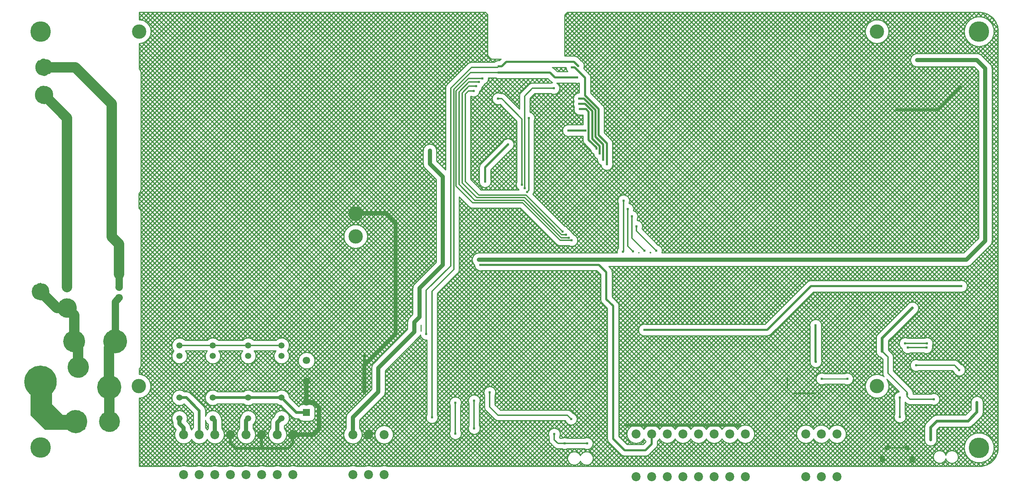
<source format=gbl>
G04 Layer: BottomLayer*
G04 EasyEDA v6.5.48, 2025-03-05 09:15:20*
G04 46f63332791e42a8a8f84cc4274b5eef,c1046fc99c6340e49b79c231b7c3a508,10*
G04 Gerber Generator version 0.2*
G04 Scale: 100 percent, Rotated: No, Reflected: No *
G04 Dimensions in millimeters *
G04 leading zeros omitted , absolute positions ,4 integer and 5 decimal *
%FSLAX45Y45*%
%MOMM*%

%ADD10C,0.5000*%
%ADD11C,0.7000*%
%ADD12C,0.3000*%
%ADD13C,0.2540*%
%ADD14C,3.0000*%
%ADD15C,1.0000*%
%ADD16C,2.5000*%
%ADD17C,1.8000*%
%ADD18C,3.5000*%
%ADD19C,2.2000*%
%ADD20C,1.5000*%
%ADD21O,2.1999956000000003X0.9999979999999999*%
%ADD22C,2.0000*%
%ADD23R,1.8000X1.8000*%
%ADD24O,1.2999974X1.7999964*%
%ADD25C,1.3000*%
%ADD26C,5.0000*%
%ADD27C,0.6096*%
%ADD28C,0.6200*%
%ADD29C,0.0154*%

%LPD*%
G36*
X419100Y-8902700D02*
G01*
X355600Y-8991600D01*
X355600Y-9867900D01*
X711200Y-10223500D01*
X1663700Y-10223500D01*
X1689100Y-10198100D01*
X1689100Y-9893300D01*
X1651000Y-9855200D01*
X1143000Y-9855200D01*
X876300Y-9601200D01*
X876300Y-8991600D01*
X800100Y-8902700D01*
G37*
D10*
X17691074Y-7785074D02*
G01*
X18326125Y-7785074D01*
X19392900Y-6718300D01*
X23063200Y-6718300D01*
D11*
X21869400Y-7251700D02*
G01*
X21132800Y-7988300D01*
X21132800Y-8305800D01*
D10*
X12001500Y-3263900D02*
G01*
X11442700Y-3822700D01*
X11442700Y-4165600D01*
X13474700Y-2921000D02*
G01*
X13893800Y-2921000D01*
D12*
X15621000Y-5854700D02*
G01*
X15138400Y-5372100D01*
X15138400Y-5257800D01*
X15328900Y-5854700D02*
G01*
X15024100Y-5549900D01*
X15024100Y-5016500D01*
X15049500Y-5867400D02*
G01*
X14922500Y-5740400D01*
X14922500Y-4838700D01*
X14808200Y-5880100D02*
G01*
X14820900Y-5867400D01*
X14820900Y-4635500D01*
X12407900Y-4330700D02*
G01*
X12407900Y-2082800D01*
X12598400Y-1892300D01*
X13119100Y-1892300D01*
X12344400Y-4241800D02*
G01*
X12344400Y-2641600D01*
X11849100Y-2146300D01*
X11760200Y-2146300D01*
X12471400Y-4419600D02*
G01*
X12509500Y-4381500D01*
X12509500Y-2616200D01*
X21132800Y-8305800D02*
G01*
X21272500Y-8445500D01*
X21272500Y-8839200D01*
X21742356Y-9309056D01*
X21742356Y-9347182D01*
D10*
X11328400Y-6197600D02*
G01*
X14224000Y-6197600D01*
X14401800Y-6375400D01*
X14401800Y-6891020D01*
X15506700Y-10325100D02*
G01*
X15506700Y-10566400D01*
X15354300Y-10718800D01*
X14846300Y-10718800D01*
X14566900Y-10439400D01*
X14566900Y-7201154D01*
X14401800Y-7036054D01*
X14401800Y-6891020D01*
X13690600Y-1625600D02*
G01*
X13144500Y-1625600D01*
X13030200Y-1511300D01*
X11772900Y-1511300D01*
X14414500Y-3746500D02*
G01*
X14414500Y-3238500D01*
X14211300Y-3035300D01*
X14211300Y-2400300D01*
X13881100Y-2070100D01*
X13881100Y-1638300D01*
X13627100Y-1384300D01*
X13563600Y-1384300D01*
X13716000Y-1346200D02*
G01*
X13614400Y-1244600D01*
X11963400Y-1244600D01*
X11849100Y-1358900D01*
X11772900Y-1358900D01*
X14325600Y-3632200D02*
G01*
X14325600Y-3263900D01*
X14135100Y-3073400D01*
X14135100Y-2425700D01*
X13855700Y-2146300D01*
X13741400Y-2146300D01*
X14236700Y-3479800D02*
G01*
X14236700Y-3302000D01*
X14058900Y-3124200D01*
X14058900Y-2451100D01*
X13881100Y-2273300D01*
X13741400Y-2273300D01*
X14160500Y-3365500D02*
G01*
X14160500Y-3340100D01*
X13970000Y-3149600D01*
X13970000Y-2463800D01*
X13906500Y-2400300D01*
X13754100Y-2400300D01*
X19507200Y-7670800D02*
G01*
X19507200Y-8559800D01*
X19511518Y-8559800D01*
D12*
X21742400Y-9347200D02*
G01*
X21742400Y-9410700D01*
X21805900Y-9474200D01*
X22390100Y-9474200D01*
D11*
X17157700Y-10109200D02*
G01*
X17661636Y-10109200D01*
X17661636Y-10096500D01*
X17157700Y-10109200D02*
G01*
X14871700Y-10109200D01*
D10*
X16916366Y-7785084D02*
G01*
X17691064Y-7785084D01*
X16128966Y-7785084D02*
G01*
X16916366Y-7785084D01*
X15328900Y-7785100D02*
G01*
X16128966Y-7785084D01*
D11*
X23047101Y-1866900D02*
G01*
X22501001Y-2413000D01*
X22206219Y-2413000D01*
X22206219Y-2413000D02*
G01*
X21475700Y-2413000D01*
D12*
X21958256Y-8648682D02*
G01*
X22898082Y-8648682D01*
X23012400Y-8763000D01*
X21691600Y-8115300D02*
G01*
X22225000Y-8115300D01*
X21755056Y-8216884D02*
G01*
X22212284Y-8216884D01*
X11557000Y-9309100D02*
G01*
X11557000Y-9664700D01*
X11760200Y-9867900D01*
X13453109Y-9867900D01*
X13542009Y-9956800D01*
X11175977Y-9512282D02*
G01*
X11176000Y-10185400D01*
X10718800Y-9563100D02*
G01*
X10718800Y-10312400D01*
X13385800Y-10553700D02*
G01*
X13931900Y-10553700D01*
X13131800Y-10325100D02*
G01*
X13131800Y-10464800D01*
X13220700Y-10553700D01*
X13385800Y-10553700D01*
D13*
X19659600Y-8978900D02*
G01*
X20281900Y-8978900D01*
D12*
X3987800Y-8167115D02*
G01*
X4800600Y-8167115D01*
X4800600Y-8167115D02*
G01*
X5664200Y-8167115D01*
X5664200Y-8167115D02*
G01*
X6477000Y-8167115D01*
D14*
X596900Y-9050276D02*
G01*
X596900Y-9677400D01*
X939800Y-10020300D01*
X1454404Y-10020300D01*
D12*
X21564600Y-9436100D02*
G01*
X21564600Y-9906000D01*
X21258529Y-10662158D02*
G01*
X21743670Y-10662158D01*
D15*
X7086600Y-9548621D02*
G01*
X7262622Y-9548621D01*
X7391400Y-9677400D01*
X7391400Y-10210800D01*
X7264400Y-10337800D01*
X6756400Y-10337800D01*
X6477000Y-9939743D02*
G01*
X6375400Y-10041343D01*
X6375400Y-10337800D01*
X4800600Y-9939781D02*
G01*
X4851400Y-9990581D01*
X4851400Y-10337800D01*
X5664200Y-9939743D02*
G01*
X5613400Y-9990543D01*
X5613400Y-10337800D01*
D11*
X22313900Y-10464800D02*
G01*
X22313900Y-10160000D01*
X22466300Y-10007600D01*
X23088600Y-10007600D01*
X23444200Y-9550400D02*
G01*
X23444200Y-9791700D01*
X23228300Y-10007600D01*
X23088600Y-10007600D01*
D12*
X13556741Y-5600700D02*
G01*
X13271500Y-5600700D01*
X12357100Y-4686300D01*
X11137900Y-4686300D01*
X10731500Y-4279900D01*
X10731500Y-1955800D01*
X11036300Y-1651000D01*
X11379200Y-1651000D01*
X13485627Y-5537200D02*
G01*
X13296900Y-5537200D01*
X12382500Y-4622800D01*
X11187374Y-4622800D01*
X10807700Y-4240052D01*
X10807700Y-1981200D01*
X11049000Y-1739900D01*
X11290300Y-1739900D01*
X13415777Y-5461000D02*
G01*
X13309600Y-5461000D01*
X12407900Y-4559300D01*
X11239500Y-4559300D01*
X10883900Y-4203700D01*
X10883900Y-2006600D01*
X11049000Y-1841500D01*
X11226800Y-1841500D01*
X13335000Y-5384800D02*
G01*
X12446000Y-4495800D01*
X11290300Y-4495800D01*
X10960100Y-4165600D01*
X10960100Y-2032000D01*
X11036300Y-1955800D01*
X11163300Y-1955800D01*
D15*
X8216900Y-10337800D02*
G01*
X8216900Y-9918700D01*
X8839200Y-9296400D01*
X8839200Y-8712200D01*
X9715500Y-7835900D01*
X9715500Y-7594600D01*
X9842500Y-7467600D01*
D12*
X11772900Y-1358900D02*
G01*
X11747500Y-1384300D01*
X11112500Y-1384300D01*
X10604500Y-1892300D01*
X10604500Y-6223000D01*
X10007600Y-6819900D01*
X10007600Y-7886700D01*
X10147300Y-9918700D02*
G01*
X10147300Y-6845300D01*
X10680700Y-6311900D01*
X10680700Y-1917700D01*
X11087100Y-1511300D01*
X11772900Y-1511300D01*
D15*
X10096500Y-3416300D02*
G01*
X10096500Y-3733800D01*
X10414000Y-4051300D01*
X10414000Y-6197600D01*
X9842500Y-6769100D01*
X9842500Y-7467600D01*
D16*
X2267305Y-9200006D02*
G01*
X2279401Y-9212102D01*
X2279401Y-10020300D01*
X596900Y-6850202D02*
G01*
X998524Y-7251827D01*
X1244727Y-7251827D01*
X1244727Y-7251827D02*
G01*
X1417701Y-7424801D01*
X1417701Y-8064500D01*
X1417698Y-8064500D02*
G01*
X1517294Y-8164095D01*
X1517294Y-8579993D01*
X2417701Y-8064500D02*
G01*
X2267305Y-8214895D01*
X2267305Y-9200006D01*
D17*
X2514600Y-6743700D02*
G01*
X2514600Y-6426200D01*
X2514727Y-6997827D02*
G01*
X2417699Y-7094854D01*
X2417699Y-8064500D01*
D11*
X8496300Y-8420100D02*
G01*
X8496300Y-9296400D01*
D15*
X8283193Y-4954270D02*
G01*
X8296909Y-4940300D01*
X9029700Y-4940300D01*
X9258300Y-5168900D01*
X9258300Y-7874000D01*
X8496300Y-8636000D01*
X8496300Y-9296400D01*
X7086600Y-9040723D02*
G01*
X7086600Y-9548723D01*
D12*
X18821400Y-8978900D02*
G01*
X18821400Y-9207500D01*
X18947638Y-9333737D01*
X19491959Y-9333737D01*
D15*
X11290300Y-6070600D02*
G01*
X23190200Y-6070600D01*
X23647400Y-5613400D01*
X23647400Y-1409700D01*
X23444200Y-1206500D01*
X21983700Y-1206500D01*
X3987800Y-9939781D02*
G01*
X3987800Y-10071100D01*
X4089400Y-10172700D01*
X4089400Y-10337800D01*
D11*
X3987800Y-9437115D02*
G01*
X4153915Y-9437115D01*
X4470400Y-9753600D01*
X4470400Y-10337800D01*
X4800600Y-9437065D02*
G01*
X6477000Y-9437065D01*
X6477000Y-9437065D02*
G01*
X6842658Y-9802723D01*
X7086600Y-9802723D01*
X5232400Y-10337800D02*
G01*
X5232400Y-10553700D01*
X5346700Y-10668000D01*
X6642100Y-10668000D01*
X6756400Y-10553700D01*
X6756400Y-10337800D01*
X5994400Y-10337800D02*
G01*
X5994400Y-10668000D01*
D16*
X683005Y-1379220D02*
G01*
X688086Y-1384300D01*
X1447800Y-1384300D01*
X2336800Y-2273300D01*
X2336800Y-5511800D01*
X2514600Y-5689600D01*
X2514600Y-6426200D01*
X683107Y-2054212D02*
G01*
X1244472Y-2615577D01*
X1244472Y-6743572D01*
D13*
X13087026Y-1385036D02*
G01*
X13082258Y-1383061D01*
X13082258Y-1383061D02*
G01*
X13419193Y-1383061D01*
X13419193Y-1383061D02*
G01*
X13419913Y-1399258D01*
X13419913Y-1399258D02*
G01*
X13422691Y-1416147D01*
X13422691Y-1416147D02*
G01*
X13427447Y-1432589D01*
X13427447Y-1432589D02*
G01*
X13434114Y-1448353D01*
X13434114Y-1448353D02*
G01*
X13442599Y-1463219D01*
X13442599Y-1463219D02*
G01*
X13452782Y-1476976D01*
X13452782Y-1476976D02*
G01*
X13462359Y-1487138D01*
X13462359Y-1487138D02*
G01*
X13201852Y-1487138D01*
X13201852Y-1487138D02*
G01*
X13128107Y-1413392D01*
X13128107Y-1413392D02*
G01*
X13122017Y-1407659D01*
X13122017Y-1407659D02*
G01*
X13115592Y-1402305D01*
X13115592Y-1402305D02*
G01*
X13108855Y-1397348D01*
X13108855Y-1397348D02*
G01*
X13101831Y-1392806D01*
X13101831Y-1392806D02*
G01*
X13094546Y-1388698D01*
X13094546Y-1388698D02*
G01*
X13087026Y-1385036D01*
X13158827Y-1383061D02*
G01*
X13262904Y-1487138D01*
X13266590Y-1383061D02*
G01*
X13370667Y-1487138D01*
X13374353Y-1383061D02*
G01*
X13430060Y-1438768D01*
X13438193Y-1487138D02*
G01*
X13450899Y-1474432D01*
X13330430Y-1487138D02*
G01*
X13419845Y-1397722D01*
X13222666Y-1487138D02*
G01*
X13326743Y-1383061D01*
X13158378Y-1443663D02*
G01*
X13218980Y-1383061D01*
X13101601Y-1392677D02*
G01*
X13111217Y-1383061D01*
X15486601Y-5907138D02*
G01*
X15463237Y-5907138D01*
X15463237Y-5907138D02*
G01*
X15466423Y-5898934D01*
X15466423Y-5898934D02*
G01*
X15469931Y-5885304D01*
X15469931Y-5885304D02*
G01*
X15483720Y-5899092D01*
X15483720Y-5899092D02*
G01*
X15484847Y-5902989D01*
X15484847Y-5902989D02*
G01*
X15486601Y-5907138D01*
X15483977Y-5907138D02*
G01*
X15485821Y-5905294D01*
X15194501Y-5907138D02*
G01*
X15188180Y-5907138D01*
X15188180Y-5907138D02*
G01*
X15190531Y-5898004D01*
X15190531Y-5898004D02*
G01*
X15191620Y-5899092D01*
X15191620Y-5899092D02*
G01*
X15192747Y-5902989D01*
X15192747Y-5902989D02*
G01*
X15194501Y-5907138D01*
X11088561Y-4112389D02*
G01*
X11088561Y-2085210D01*
X11088561Y-2085210D02*
G01*
X11089510Y-2084261D01*
X11089510Y-2084261D02*
G01*
X11097748Y-2084261D01*
X11097748Y-2084261D02*
G01*
X11107029Y-2088852D01*
X11107029Y-2088852D02*
G01*
X11123160Y-2094574D01*
X11123160Y-2094574D02*
G01*
X11139855Y-2098347D01*
X11139855Y-2098347D02*
G01*
X11156879Y-2100119D01*
X11156879Y-2100119D02*
G01*
X11173994Y-2099866D01*
X11173994Y-2099866D02*
G01*
X11190958Y-2097590D01*
X11190958Y-2097590D02*
G01*
X11207534Y-2093323D01*
X11207534Y-2093323D02*
G01*
X11223488Y-2087126D01*
X11223488Y-2087126D02*
G01*
X11238598Y-2079086D01*
X11238598Y-2079086D02*
G01*
X11252651Y-2069315D01*
X11252651Y-2069315D02*
G01*
X11265450Y-2057950D01*
X11265450Y-2057950D02*
G01*
X11276815Y-2045151D01*
X11276815Y-2045151D02*
G01*
X11286586Y-2031098D01*
X11286586Y-2031098D02*
G01*
X11294626Y-2015988D01*
X11294626Y-2015988D02*
G01*
X11300823Y-2000034D01*
X11300823Y-2000034D02*
G01*
X11305090Y-1983458D01*
X11305090Y-1983458D02*
G01*
X11307366Y-1966494D01*
X11307366Y-1966494D02*
G01*
X11307446Y-1961067D01*
X11307446Y-1961067D02*
G01*
X11316151Y-1955015D01*
X11316151Y-1955015D02*
G01*
X11328950Y-1943650D01*
X11328950Y-1943650D02*
G01*
X11340315Y-1930851D01*
X11340315Y-1930851D02*
G01*
X11350086Y-1916798D01*
X11350086Y-1916798D02*
G01*
X11358126Y-1901688D01*
X11358126Y-1901688D02*
G01*
X11364323Y-1885734D01*
X11364323Y-1885734D02*
G01*
X11368590Y-1869158D01*
X11368590Y-1869158D02*
G01*
X11369781Y-1860277D01*
X11369781Y-1860277D02*
G01*
X11379651Y-1853415D01*
X11379651Y-1853415D02*
G01*
X11392450Y-1842050D01*
X11392450Y-1842050D02*
G01*
X11403815Y-1829251D01*
X11403815Y-1829251D02*
G01*
X11413586Y-1815198D01*
X11413586Y-1815198D02*
G01*
X11421626Y-1800088D01*
X11421626Y-1800088D02*
G01*
X11426595Y-1787295D01*
X11426595Y-1787295D02*
G01*
X11439388Y-1782326D01*
X11439388Y-1782326D02*
G01*
X11454498Y-1774286D01*
X11454498Y-1774286D02*
G01*
X11468551Y-1764515D01*
X11468551Y-1764515D02*
G01*
X11481350Y-1753150D01*
X11481350Y-1753150D02*
G01*
X11492715Y-1740351D01*
X11492715Y-1740351D02*
G01*
X11502486Y-1726298D01*
X11502486Y-1726298D02*
G01*
X11510526Y-1711188D01*
X11510526Y-1711188D02*
G01*
X11516723Y-1695234D01*
X11516723Y-1695234D02*
G01*
X11520990Y-1678658D01*
X11520990Y-1678658D02*
G01*
X11523266Y-1661694D01*
X11523266Y-1661694D02*
G01*
X11523519Y-1644579D01*
X11523519Y-1644579D02*
G01*
X11523018Y-1639761D01*
X11523018Y-1639761D02*
G01*
X11707348Y-1639761D01*
X11707348Y-1639761D02*
G01*
X11716629Y-1644352D01*
X11716629Y-1644352D02*
G01*
X11732760Y-1650074D01*
X11732760Y-1650074D02*
G01*
X11749455Y-1653847D01*
X11749455Y-1653847D02*
G01*
X11766479Y-1655619D01*
X11766479Y-1655619D02*
G01*
X11783594Y-1655366D01*
X11783594Y-1655366D02*
G01*
X11800558Y-1653090D01*
X11800558Y-1653090D02*
G01*
X11813489Y-1649761D01*
X11813489Y-1649761D02*
G01*
X12972847Y-1649761D01*
X12972847Y-1649761D02*
G01*
X13046592Y-1723507D01*
X13046592Y-1723507D02*
G01*
X13052682Y-1729240D01*
X13052682Y-1729240D02*
G01*
X13059107Y-1734594D01*
X13059107Y-1734594D02*
G01*
X13065844Y-1739551D01*
X13065844Y-1739551D02*
G01*
X13072868Y-1744093D01*
X13072868Y-1744093D02*
G01*
X13080153Y-1748201D01*
X13080153Y-1748201D02*
G01*
X13087145Y-1751606D01*
X13087145Y-1751606D02*
G01*
X13083090Y-1752397D01*
X13083090Y-1752397D02*
G01*
X13066796Y-1757638D01*
X13066796Y-1757638D02*
G01*
X13053269Y-1763838D01*
X13053269Y-1763838D02*
G01*
X12598400Y-1763838D01*
X12598400Y-1763838D02*
G01*
X12594364Y-1763901D01*
X12594364Y-1763901D02*
G01*
X12582299Y-1764851D01*
X12582299Y-1764851D02*
G01*
X12578304Y-1765419D01*
X12578304Y-1765419D02*
G01*
X12566452Y-1767874D01*
X12566452Y-1767874D02*
G01*
X12562560Y-1768939D01*
X12562560Y-1768939D02*
G01*
X12551110Y-1772859D01*
X12551110Y-1772859D02*
G01*
X12547381Y-1774403D01*
X12547381Y-1774403D02*
G01*
X12536513Y-1779728D01*
X12536513Y-1779728D02*
G01*
X12533007Y-1781727D01*
X12533007Y-1781727D02*
G01*
X12522892Y-1788372D01*
X12522892Y-1788372D02*
G01*
X12519664Y-1790795D01*
X12519664Y-1790795D02*
G01*
X12510461Y-1798655D01*
X12510461Y-1798655D02*
G01*
X12507563Y-1801463D01*
X12507563Y-1801463D02*
G01*
X12317063Y-1991963D01*
X12317063Y-1991963D02*
G01*
X12314255Y-1994861D01*
X12314255Y-1994861D02*
G01*
X12306395Y-2004064D01*
X12306395Y-2004064D02*
G01*
X12303972Y-2007292D01*
X12303972Y-2007292D02*
G01*
X12297327Y-2017407D01*
X12297327Y-2017407D02*
G01*
X12295328Y-2020913D01*
X12295328Y-2020913D02*
G01*
X12290003Y-2031781D01*
X12290003Y-2031781D02*
G01*
X12288459Y-2035510D01*
X12288459Y-2035510D02*
G01*
X12284539Y-2046960D01*
X12284539Y-2046960D02*
G01*
X12283474Y-2050852D01*
X12283474Y-2050852D02*
G01*
X12281019Y-2062704D01*
X12281019Y-2062704D02*
G01*
X12280451Y-2066699D01*
X12280451Y-2066699D02*
G01*
X12279501Y-2078764D01*
X12279501Y-2078764D02*
G01*
X12279438Y-2082800D01*
X12279438Y-2082800D02*
G01*
X12279438Y-2394965D01*
X12279438Y-2394965D02*
G01*
X11939936Y-2055463D01*
X11939936Y-2055463D02*
G01*
X11937038Y-2052655D01*
X11937038Y-2052655D02*
G01*
X11927835Y-2044795D01*
X11927835Y-2044795D02*
G01*
X11924607Y-2042372D01*
X11924607Y-2042372D02*
G01*
X11914492Y-2035727D01*
X11914492Y-2035727D02*
G01*
X11910986Y-2033728D01*
X11910986Y-2033728D02*
G01*
X11900118Y-2028403D01*
X11900118Y-2028403D02*
G01*
X11896389Y-2026859D01*
X11896389Y-2026859D02*
G01*
X11884939Y-2022939D01*
X11884939Y-2022939D02*
G01*
X11881047Y-2021874D01*
X11881047Y-2021874D02*
G01*
X11869195Y-2019419D01*
X11869195Y-2019419D02*
G01*
X11865200Y-2018851D01*
X11865200Y-2018851D02*
G01*
X11853135Y-2017901D01*
X11853135Y-2017901D02*
G01*
X11849100Y-2017838D01*
X11849100Y-2017838D02*
G01*
X11826047Y-2017838D01*
X11826047Y-2017838D02*
G01*
X11824253Y-2016814D01*
X11824253Y-2016814D02*
G01*
X11808489Y-2010147D01*
X11808489Y-2010147D02*
G01*
X11792047Y-2005391D01*
X11792047Y-2005391D02*
G01*
X11775158Y-2002613D01*
X11775158Y-2002613D02*
G01*
X11758059Y-2001853D01*
X11758059Y-2001853D02*
G01*
X11740990Y-2003120D01*
X11740990Y-2003120D02*
G01*
X11724190Y-2006397D01*
X11724190Y-2006397D02*
G01*
X11707896Y-2011638D01*
X11707896Y-2011638D02*
G01*
X11692337Y-2018769D01*
X11692337Y-2018769D02*
G01*
X11677729Y-2027691D01*
X11677729Y-2027691D02*
G01*
X11664280Y-2038277D01*
X11664280Y-2038277D02*
G01*
X11652177Y-2050380D01*
X11652177Y-2050380D02*
G01*
X11641591Y-2063829D01*
X11641591Y-2063829D02*
G01*
X11632669Y-2078437D01*
X11632669Y-2078437D02*
G01*
X11625538Y-2093996D01*
X11625538Y-2093996D02*
G01*
X11620297Y-2110290D01*
X11620297Y-2110290D02*
G01*
X11617020Y-2127090D01*
X11617020Y-2127090D02*
G01*
X11615753Y-2144159D01*
X11615753Y-2144159D02*
G01*
X11616513Y-2161258D01*
X11616513Y-2161258D02*
G01*
X11619291Y-2178147D01*
X11619291Y-2178147D02*
G01*
X11624047Y-2194589D01*
X11624047Y-2194589D02*
G01*
X11630714Y-2210353D01*
X11630714Y-2210353D02*
G01*
X11639199Y-2225219D01*
X11639199Y-2225219D02*
G01*
X11649382Y-2238976D01*
X11649382Y-2238976D02*
G01*
X11661121Y-2251432D01*
X11661121Y-2251432D02*
G01*
X11674251Y-2262413D01*
X11674251Y-2262413D02*
G01*
X11688587Y-2271763D01*
X11688587Y-2271763D02*
G01*
X11703929Y-2279352D01*
X11703929Y-2279352D02*
G01*
X11720060Y-2285074D01*
X11720060Y-2285074D02*
G01*
X11736755Y-2288847D01*
X11736755Y-2288847D02*
G01*
X11753779Y-2290619D01*
X11753779Y-2290619D02*
G01*
X11770894Y-2290366D01*
X11770894Y-2290366D02*
G01*
X11787858Y-2288090D01*
X11787858Y-2288090D02*
G01*
X11804806Y-2283678D01*
X11804806Y-2283678D02*
G01*
X12215938Y-2694810D01*
X12215938Y-2694810D02*
G01*
X12215938Y-4175969D01*
X12215938Y-4175969D02*
G01*
X12209738Y-4189496D01*
X12209738Y-4189496D02*
G01*
X12204497Y-4205790D01*
X12204497Y-4205790D02*
G01*
X12201220Y-4222590D01*
X12201220Y-4222590D02*
G01*
X12199953Y-4239659D01*
X12199953Y-4239659D02*
G01*
X12200713Y-4256758D01*
X12200713Y-4256758D02*
G01*
X12203491Y-4273647D01*
X12203491Y-4273647D02*
G01*
X12208247Y-4290089D01*
X12208247Y-4290089D02*
G01*
X12214914Y-4305853D01*
X12214914Y-4305853D02*
G01*
X12223399Y-4320719D01*
X12223399Y-4320719D02*
G01*
X12233582Y-4334476D01*
X12233582Y-4334476D02*
G01*
X12245321Y-4346932D01*
X12245321Y-4346932D02*
G01*
X12258451Y-4357913D01*
X12258451Y-4357913D02*
G01*
X12267325Y-4363700D01*
X12267325Y-4363700D02*
G01*
X12268377Y-4367338D01*
X12268377Y-4367338D02*
G01*
X11343510Y-4367338D01*
X11343510Y-4367338D02*
G01*
X11088561Y-4112389D01*
X11331882Y-4258276D02*
G01*
X11343621Y-4270732D01*
X11343621Y-4270732D02*
G01*
X11356751Y-4281713D01*
X11356751Y-4281713D02*
G01*
X11371087Y-4291063D01*
X11371087Y-4291063D02*
G01*
X11386429Y-4298652D01*
X11386429Y-4298652D02*
G01*
X11402560Y-4304374D01*
X11402560Y-4304374D02*
G01*
X11419255Y-4308147D01*
X11419255Y-4308147D02*
G01*
X11436279Y-4309919D01*
X11436279Y-4309919D02*
G01*
X11453394Y-4309666D01*
X11453394Y-4309666D02*
G01*
X11470358Y-4307390D01*
X11470358Y-4307390D02*
G01*
X11486934Y-4303123D01*
X11486934Y-4303123D02*
G01*
X11502888Y-4296926D01*
X11502888Y-4296926D02*
G01*
X11517998Y-4288886D01*
X11517998Y-4288886D02*
G01*
X11532051Y-4279115D01*
X11532051Y-4279115D02*
G01*
X11544850Y-4267750D01*
X11544850Y-4267750D02*
G01*
X11556215Y-4254951D01*
X11556215Y-4254951D02*
G01*
X11565986Y-4240898D01*
X11565986Y-4240898D02*
G01*
X11574026Y-4225788D01*
X11574026Y-4225788D02*
G01*
X11580223Y-4209834D01*
X11580223Y-4209834D02*
G01*
X11584490Y-4193258D01*
X11584490Y-4193258D02*
G01*
X11586766Y-4176294D01*
X11586766Y-4176294D02*
G01*
X11587019Y-4159179D01*
X11587019Y-4159179D02*
G01*
X11585247Y-4142155D01*
X11585247Y-4142155D02*
G01*
X11581474Y-4125460D01*
X11581474Y-4125460D02*
G01*
X11581161Y-4124580D01*
X11581161Y-4124580D02*
G01*
X11581161Y-3880052D01*
X11581161Y-3880052D02*
G01*
X12070877Y-3390337D01*
X12070877Y-3390337D02*
G01*
X12076798Y-3387186D01*
X12076798Y-3387186D02*
G01*
X12090851Y-3377415D01*
X12090851Y-3377415D02*
G01*
X12103650Y-3366050D01*
X12103650Y-3366050D02*
G01*
X12115015Y-3353251D01*
X12115015Y-3353251D02*
G01*
X12124786Y-3339198D01*
X12124786Y-3339198D02*
G01*
X12132826Y-3324088D01*
X12132826Y-3324088D02*
G01*
X12139023Y-3308134D01*
X12139023Y-3308134D02*
G01*
X12143290Y-3291558D01*
X12143290Y-3291558D02*
G01*
X12145566Y-3274594D01*
X12145566Y-3274594D02*
G01*
X12145819Y-3257479D01*
X12145819Y-3257479D02*
G01*
X12144047Y-3240455D01*
X12144047Y-3240455D02*
G01*
X12140274Y-3223760D01*
X12140274Y-3223760D02*
G01*
X12134552Y-3207629D01*
X12134552Y-3207629D02*
G01*
X12126963Y-3192287D01*
X12126963Y-3192287D02*
G01*
X12117613Y-3177951D01*
X12117613Y-3177951D02*
G01*
X12106632Y-3164821D01*
X12106632Y-3164821D02*
G01*
X12094176Y-3153082D01*
X12094176Y-3153082D02*
G01*
X12080419Y-3142899D01*
X12080419Y-3142899D02*
G01*
X12065553Y-3134414D01*
X12065553Y-3134414D02*
G01*
X12049789Y-3127747D01*
X12049789Y-3127747D02*
G01*
X12033347Y-3122991D01*
X12033347Y-3122991D02*
G01*
X12016458Y-3120213D01*
X12016458Y-3120213D02*
G01*
X11999359Y-3119453D01*
X11999359Y-3119453D02*
G01*
X11982290Y-3120720D01*
X11982290Y-3120720D02*
G01*
X11965490Y-3123997D01*
X11965490Y-3123997D02*
G01*
X11949196Y-3129238D01*
X11949196Y-3129238D02*
G01*
X11933637Y-3136369D01*
X11933637Y-3136369D02*
G01*
X11919029Y-3145291D01*
X11919029Y-3145291D02*
G01*
X11905580Y-3155877D01*
X11905580Y-3155877D02*
G01*
X11893477Y-3167980D01*
X11893477Y-3167980D02*
G01*
X11882891Y-3181429D01*
X11882891Y-3181429D02*
G01*
X11874630Y-3194955D01*
X11874630Y-3194955D02*
G01*
X11344792Y-3724792D01*
X11344792Y-3724792D02*
G01*
X11339059Y-3730882D01*
X11339059Y-3730882D02*
G01*
X11333705Y-3737307D01*
X11333705Y-3737307D02*
G01*
X11328748Y-3744044D01*
X11328748Y-3744044D02*
G01*
X11324206Y-3751068D01*
X11324206Y-3751068D02*
G01*
X11320098Y-3758353D01*
X11320098Y-3758353D02*
G01*
X11316436Y-3765873D01*
X11316436Y-3765873D02*
G01*
X11313235Y-3773600D01*
X11313235Y-3773600D02*
G01*
X11310507Y-3781507D01*
X11310507Y-3781507D02*
G01*
X11308261Y-3789563D01*
X11308261Y-3789563D02*
G01*
X11306506Y-3797741D01*
X11306506Y-3797741D02*
G01*
X11305247Y-3806010D01*
X11305247Y-3806010D02*
G01*
X11304490Y-3814339D01*
X11304490Y-3814339D02*
G01*
X11304238Y-3822700D01*
X11304238Y-3822700D02*
G01*
X11304238Y-4125111D01*
X11304238Y-4125111D02*
G01*
X11302797Y-4129590D01*
X11302797Y-4129590D02*
G01*
X11299520Y-4146390D01*
X11299520Y-4146390D02*
G01*
X11298253Y-4163459D01*
X11298253Y-4163459D02*
G01*
X11299013Y-4180558D01*
X11299013Y-4180558D02*
G01*
X11301791Y-4197447D01*
X11301791Y-4197447D02*
G01*
X11306547Y-4213889D01*
X11306547Y-4213889D02*
G01*
X11313214Y-4229653D01*
X11313214Y-4229653D02*
G01*
X11321699Y-4244519D01*
X11321699Y-4244519D02*
G01*
X11331882Y-4258276D01*
X11088561Y-4054371D02*
G01*
X11401528Y-4367338D01*
X11088561Y-3946608D02*
G01*
X11298748Y-4156794D01*
X11451645Y-4309692D02*
G01*
X11509291Y-4367338D01*
X11088561Y-3838845D02*
G01*
X11304238Y-4054521D01*
X11530152Y-4280435D02*
G01*
X11617054Y-4367338D01*
X11088561Y-3731081D02*
G01*
X11304238Y-3946758D01*
X11576612Y-4219132D02*
G01*
X11724818Y-4367338D01*
X11088561Y-3623318D02*
G01*
X11304238Y-3838995D01*
X11581161Y-4115918D02*
G01*
X11832581Y-4367338D01*
X11088561Y-3515555D02*
G01*
X11324159Y-3751153D01*
X11581161Y-4008155D02*
G01*
X11940344Y-4367338D01*
X11088561Y-3407792D02*
G01*
X11375177Y-3694408D01*
X11581161Y-3900392D02*
G01*
X12048107Y-4367338D01*
X11088561Y-3300029D02*
G01*
X11429058Y-3640526D01*
X11624873Y-3836341D02*
G01*
X12155870Y-4367338D01*
X11088561Y-3192266D02*
G01*
X11482940Y-3586645D01*
X11678754Y-3782459D02*
G01*
X12263633Y-4367338D01*
X11088561Y-3084503D02*
G01*
X11536821Y-3532763D01*
X11732636Y-3728578D02*
G01*
X12205799Y-4201741D01*
X11088561Y-2976740D02*
G01*
X11590703Y-3478882D01*
X11786517Y-3674696D02*
G01*
X12215938Y-4104117D01*
X11088561Y-2868977D02*
G01*
X11644585Y-3425000D01*
X11840399Y-3620814D02*
G01*
X12215938Y-3996353D01*
X11088561Y-2761214D02*
G01*
X11698466Y-3371118D01*
X11894281Y-3566933D02*
G01*
X12215938Y-3888590D01*
X11088561Y-2653451D02*
G01*
X11752348Y-3317237D01*
X11948162Y-3513051D02*
G01*
X12215938Y-3780827D01*
X11088561Y-2545688D02*
G01*
X11806229Y-3263355D01*
X12002044Y-3459170D02*
G01*
X12215938Y-3673064D01*
X11088561Y-2437925D02*
G01*
X11860111Y-3209474D01*
X12055925Y-3405288D02*
G01*
X12215938Y-3565301D01*
X11088561Y-2330161D02*
G01*
X11910446Y-3152047D01*
X12113433Y-3355033D02*
G01*
X12215938Y-3457538D01*
X11088561Y-2222398D02*
G01*
X11986565Y-3120402D01*
X12144997Y-3278834D02*
G01*
X12215938Y-3349775D01*
X11088561Y-2114635D02*
G01*
X12215938Y-3242012D01*
X11180660Y-2098971D02*
G01*
X12215938Y-3134249D01*
X11255890Y-2066438D02*
G01*
X12215938Y-3026486D01*
X11299823Y-2002608D02*
G01*
X12215938Y-2918723D01*
X11338205Y-1933227D02*
G01*
X12215938Y-2810960D01*
X11371691Y-1858950D02*
G01*
X11620962Y-2108221D01*
X11798152Y-2285410D02*
G01*
X12215938Y-2703197D01*
X11421267Y-1800763D02*
G01*
X11661531Y-2041026D01*
X11481382Y-1753114D02*
G01*
X11732955Y-2004687D01*
X11519700Y-1683669D02*
G01*
X11854000Y-2017969D01*
X11583555Y-1639761D02*
G01*
X12279438Y-2335644D01*
X11691318Y-1639761D02*
G01*
X12279438Y-2227881D01*
X11809983Y-1650663D02*
G01*
X12279438Y-2120118D01*
X11916844Y-1649761D02*
G01*
X12292917Y-2025834D01*
X12024607Y-1649761D02*
G01*
X12341936Y-1967090D01*
X12132370Y-1649761D02*
G01*
X12395818Y-1913209D01*
X12240133Y-1649761D02*
G01*
X12449699Y-1859327D01*
X12347896Y-1649761D02*
G01*
X12503581Y-1805446D01*
X12455659Y-1649761D02*
G01*
X12572516Y-1766618D01*
X12563422Y-1649761D02*
G01*
X12677499Y-1763838D01*
X12671185Y-1649761D02*
G01*
X12785262Y-1763838D01*
X12778949Y-1649761D02*
G01*
X12893025Y-1763838D01*
X12886712Y-1649761D02*
G01*
X13000788Y-1763838D01*
X12174439Y-4367338D02*
G01*
X12222548Y-4319228D01*
X12066676Y-4367338D02*
G01*
X12200402Y-4233612D01*
X11958913Y-4367338D02*
G01*
X12215938Y-4110313D01*
X11851150Y-4367338D02*
G01*
X12215938Y-4002550D01*
X11743386Y-4367338D02*
G01*
X12215938Y-3894786D01*
X11635623Y-4367338D02*
G01*
X12215938Y-3787023D01*
X11527860Y-4367338D02*
G01*
X12215938Y-3679260D01*
X11420097Y-4367338D02*
G01*
X11483403Y-4304032D01*
X11581132Y-4206303D02*
G01*
X12215938Y-3571497D01*
X11327922Y-4351750D02*
G01*
X11382810Y-4296862D01*
X11581161Y-4098511D02*
G01*
X12215938Y-3463734D01*
X11274041Y-4297868D02*
G01*
X11324120Y-4247789D01*
X11581161Y-3990748D02*
G01*
X12215938Y-3355971D01*
X11220159Y-4243987D02*
G01*
X11298357Y-4165789D01*
X11581161Y-3882985D02*
G01*
X12077329Y-3386817D01*
X12124417Y-3339729D02*
G01*
X12215938Y-3248208D01*
X11166278Y-4190105D02*
G01*
X11304238Y-4052145D01*
X12138270Y-3218112D02*
G01*
X12215938Y-3140445D01*
X11112396Y-4136224D02*
G01*
X11304238Y-3944382D01*
X12094877Y-3153743D02*
G01*
X12215938Y-3032682D01*
X11088561Y-4052295D02*
G01*
X11304238Y-3836619D01*
X12020052Y-3120805D02*
G01*
X12215938Y-2924919D01*
X11088561Y-3944532D02*
G01*
X12215938Y-2817156D01*
X11088561Y-3836769D02*
G01*
X12215938Y-2709393D01*
X11088561Y-3729006D02*
G01*
X12169348Y-2648220D01*
X13054120Y-1763448D02*
G01*
X13073256Y-1744311D01*
X11088561Y-3621243D02*
G01*
X12115466Y-2594338D01*
X12945966Y-1763838D02*
G01*
X13016445Y-1693359D01*
X11088561Y-3513480D02*
G01*
X12061584Y-2540457D01*
X12243257Y-2358784D02*
G01*
X12279438Y-2322603D01*
X12838203Y-1763838D02*
G01*
X12952280Y-1649761D01*
X11088561Y-3405717D02*
G01*
X12007703Y-2486575D01*
X12189375Y-2304903D02*
G01*
X12279438Y-2214840D01*
X12730440Y-1763838D02*
G01*
X12844517Y-1649761D01*
X11088561Y-3297954D02*
G01*
X11953821Y-2432694D01*
X12135494Y-2251021D02*
G01*
X12279438Y-2107077D01*
X12622677Y-1763838D02*
G01*
X12736754Y-1649761D01*
X11088561Y-3190191D02*
G01*
X11899940Y-2378812D01*
X12081612Y-2197140D02*
G01*
X12628991Y-1649761D01*
X11088561Y-3082428D02*
G01*
X11846058Y-2324931D01*
X12027731Y-2143258D02*
G01*
X12521228Y-1649761D01*
X11088561Y-2974665D02*
G01*
X11773165Y-2290061D01*
X11973849Y-2089377D02*
G01*
X12413465Y-1649761D01*
X11088561Y-2866902D02*
G01*
X11685629Y-2269834D01*
X11917657Y-2037806D02*
G01*
X12305702Y-1649761D01*
X11088561Y-2759139D02*
G01*
X11633124Y-2214576D01*
X11829862Y-2017838D02*
G01*
X12197939Y-1649761D01*
X11088561Y-2651375D02*
G01*
X11618031Y-2121905D01*
X11735805Y-2004131D02*
G01*
X12090175Y-1649761D01*
X11088561Y-2543612D02*
G01*
X11982412Y-1649761D01*
X11088561Y-2435849D02*
G01*
X11874649Y-1649761D01*
X11088561Y-2328086D02*
G01*
X11761542Y-1655105D01*
X11088561Y-2220323D02*
G01*
X11220659Y-2088225D01*
X11295725Y-2013159D02*
G01*
X11669123Y-1639761D01*
X11088561Y-2112560D02*
G01*
X11110897Y-2090224D01*
X11520479Y-1680643D02*
G01*
X11561360Y-1639761D01*
X9878961Y-7821254D02*
G01*
X9878961Y-7662308D01*
X9878961Y-7662308D02*
G01*
X9879138Y-7662131D01*
X9879138Y-7662131D02*
G01*
X9879138Y-7820869D01*
X9879138Y-7820869D02*
G01*
X9878961Y-7821254D01*
X9878961Y-7801872D02*
G01*
X9879138Y-7802048D01*
X9878961Y-7694109D02*
G01*
X9879138Y-7694285D01*
X9878961Y-7740446D02*
G01*
X9879138Y-7740270D01*
X4660898Y-10221336D02*
G01*
X4658387Y-10216987D01*
X4658387Y-10216987D02*
G01*
X4646052Y-10199665D01*
X4646052Y-10199665D02*
G01*
X4632126Y-10183593D01*
X4632126Y-10183593D02*
G01*
X4618861Y-10170945D01*
X4618861Y-10170945D02*
G01*
X4618861Y-9988832D01*
X4618861Y-9988832D02*
G01*
X4622597Y-10001666D01*
X4622597Y-10001666D02*
G01*
X4629907Y-10019640D01*
X4629907Y-10019640D02*
G01*
X4639026Y-10036767D01*
X4639026Y-10036767D02*
G01*
X4649858Y-10052866D01*
X4649858Y-10052866D02*
G01*
X4662288Y-10067765D01*
X4662288Y-10067765D02*
G01*
X4676184Y-10081308D01*
X4676184Y-10081308D02*
G01*
X4687938Y-10090611D01*
X4687938Y-10090611D02*
G01*
X4687938Y-10185593D01*
X4687938Y-10185593D02*
G01*
X4675744Y-10199665D01*
X4675744Y-10199665D02*
G01*
X4663409Y-10216987D01*
X4663409Y-10216987D02*
G01*
X4660898Y-10221336D01*
X4618861Y-10085187D02*
G01*
X4687938Y-10154264D01*
X4632984Y-10184583D02*
G01*
X4687938Y-10129629D01*
X4618861Y-10090943D02*
G01*
X4653078Y-10056726D01*
X3003804Y-11111115D02*
G01*
X3003804Y-9444833D01*
X3003804Y-9444833D02*
G01*
X3015312Y-9444592D01*
X3015312Y-9444592D02*
G01*
X3039339Y-9442066D01*
X3039339Y-9442066D02*
G01*
X3063070Y-9437539D01*
X3063070Y-9437539D02*
G01*
X3086339Y-9431043D01*
X3086339Y-9431043D02*
G01*
X3108983Y-9422621D01*
X3108983Y-9422621D02*
G01*
X3130843Y-9412335D01*
X3130843Y-9412335D02*
G01*
X3151765Y-9400256D01*
X3151765Y-9400256D02*
G01*
X3171603Y-9386468D01*
X3171603Y-9386468D02*
G01*
X3190218Y-9371068D01*
X3190218Y-9371068D02*
G01*
X3207479Y-9354165D01*
X3207479Y-9354165D02*
G01*
X3223265Y-9335877D01*
X3223265Y-9335877D02*
G01*
X3237465Y-9316332D01*
X3237465Y-9316332D02*
G01*
X3249980Y-9295667D01*
X3249980Y-9295667D02*
G01*
X3260722Y-9274027D01*
X3260722Y-9274027D02*
G01*
X3269616Y-9251565D01*
X3269616Y-9251565D02*
G01*
X3276598Y-9228437D01*
X3276598Y-9228437D02*
G01*
X3281621Y-9204806D01*
X3281621Y-9204806D02*
G01*
X3284649Y-9180837D01*
X3284649Y-9180837D02*
G01*
X3285661Y-9156700D01*
X3285661Y-9156700D02*
G01*
X3284649Y-9132562D01*
X3284649Y-9132562D02*
G01*
X3281621Y-9108593D01*
X3281621Y-9108593D02*
G01*
X3276598Y-9084962D01*
X3276598Y-9084962D02*
G01*
X3269616Y-9061834D01*
X3269616Y-9061834D02*
G01*
X3260722Y-9039372D01*
X3260722Y-9039372D02*
G01*
X3249980Y-9017732D01*
X3249980Y-9017732D02*
G01*
X3237465Y-8997067D01*
X3237465Y-8997067D02*
G01*
X3223265Y-8977522D01*
X3223265Y-8977522D02*
G01*
X3207479Y-8959234D01*
X3207479Y-8959234D02*
G01*
X3190218Y-8942331D01*
X3190218Y-8942331D02*
G01*
X3171603Y-8926931D01*
X3171603Y-8926931D02*
G01*
X3151765Y-8913143D01*
X3151765Y-8913143D02*
G01*
X3130843Y-8901064D01*
X3130843Y-8901064D02*
G01*
X3108983Y-8890778D01*
X3108983Y-8890778D02*
G01*
X3086339Y-8882356D01*
X3086339Y-8882356D02*
G01*
X3063070Y-8875860D01*
X3063070Y-8875860D02*
G01*
X3039339Y-8871333D01*
X3039339Y-8871333D02*
G01*
X3015312Y-8868807D01*
X3015312Y-8868807D02*
G01*
X3003219Y-8868554D01*
X3003219Y-8868554D02*
G01*
X3002390Y-8730175D01*
X3002390Y-8730175D02*
G01*
X3007443Y-8725316D01*
X3007443Y-8725316D02*
G01*
X3016863Y-8714575D01*
X3016863Y-8714575D02*
G01*
X3019856Y-8710673D01*
X3019856Y-8710673D02*
G01*
X3027793Y-8698794D01*
X3027793Y-8698794D02*
G01*
X3030252Y-8694536D01*
X3030252Y-8694536D02*
G01*
X3036571Y-8681723D01*
X3036571Y-8681723D02*
G01*
X3038453Y-8677180D01*
X3038453Y-8677180D02*
G01*
X3043045Y-8663651D01*
X3043045Y-8663651D02*
G01*
X3044318Y-8658902D01*
X3044318Y-8658902D02*
G01*
X3047105Y-8644889D01*
X3047105Y-8644889D02*
G01*
X3047747Y-8640014D01*
X3047747Y-8640014D02*
G01*
X3048761Y-8623300D01*
X3048761Y-8623300D02*
G01*
X3048761Y-4927600D01*
X3048761Y-4927600D02*
G01*
X3047747Y-4910885D01*
X3047747Y-4910885D02*
G01*
X3047105Y-4906010D01*
X3047105Y-4906010D02*
G01*
X3044318Y-4891997D01*
X3044318Y-4891997D02*
G01*
X3043045Y-4887248D01*
X3043045Y-4887248D02*
G01*
X3038453Y-4873719D01*
X3038453Y-4873719D02*
G01*
X3036571Y-4869176D01*
X3036571Y-4869176D02*
G01*
X3030252Y-4856363D01*
X3030252Y-4856363D02*
G01*
X3027793Y-4852105D01*
X3027793Y-4852105D02*
G01*
X3019856Y-4840226D01*
X3019856Y-4840226D02*
G01*
X3016863Y-4836324D01*
X3016863Y-4836324D02*
G01*
X3007443Y-4825583D01*
X3007443Y-4825583D02*
G01*
X3003966Y-4822106D01*
X3003966Y-4822106D02*
G01*
X2994872Y-4814131D01*
X2994872Y-4814131D02*
G01*
X2995538Y-4454908D01*
X2995538Y-4454908D02*
G01*
X3003896Y-4446551D01*
X3003896Y-4446551D02*
G01*
X3006906Y-4443153D01*
X3006906Y-4443153D02*
G01*
X3016931Y-4430356D01*
X3016931Y-4430356D02*
G01*
X3019510Y-4426620D01*
X3019510Y-4426620D02*
G01*
X3027920Y-4412708D01*
X3027920Y-4412708D02*
G01*
X3030030Y-4408689D01*
X3030030Y-4408689D02*
G01*
X3036702Y-4393865D01*
X3036702Y-4393865D02*
G01*
X3038311Y-4389620D01*
X3038311Y-4389620D02*
G01*
X3043148Y-4374100D01*
X3043148Y-4374100D02*
G01*
X3044234Y-4369692D01*
X3044234Y-4369692D02*
G01*
X3047164Y-4353702D01*
X3047164Y-4353702D02*
G01*
X3047711Y-4349196D01*
X3047711Y-4349196D02*
G01*
X3048761Y-4330700D01*
X3048761Y-4330700D02*
G01*
X3048761Y-1536700D01*
X3048761Y-1536700D02*
G01*
X3047711Y-1518203D01*
X3047711Y-1518203D02*
G01*
X3047164Y-1513697D01*
X3047164Y-1513697D02*
G01*
X3044234Y-1497707D01*
X3044234Y-1497707D02*
G01*
X3043148Y-1493299D01*
X3043148Y-1493299D02*
G01*
X3038311Y-1477779D01*
X3038311Y-1477779D02*
G01*
X3036702Y-1473534D01*
X3036702Y-1473534D02*
G01*
X3030030Y-1458710D01*
X3030030Y-1458710D02*
G01*
X3027920Y-1454691D01*
X3027920Y-1454691D02*
G01*
X3019510Y-1440779D01*
X3019510Y-1440779D02*
G01*
X3016931Y-1437043D01*
X3016931Y-1437043D02*
G01*
X3006906Y-1424246D01*
X3006906Y-1424246D02*
G01*
X3001173Y-1418125D01*
X3001173Y-1418125D02*
G01*
X3002326Y-796232D01*
X3002326Y-796232D02*
G01*
X3018574Y-795892D01*
X3018574Y-795892D02*
G01*
X3042600Y-793366D01*
X3042600Y-793366D02*
G01*
X3066331Y-788839D01*
X3066331Y-788839D02*
G01*
X3089600Y-782343D01*
X3089600Y-782343D02*
G01*
X3112244Y-773921D01*
X3112244Y-773921D02*
G01*
X3134104Y-763635D01*
X3134104Y-763635D02*
G01*
X3155026Y-751556D01*
X3155026Y-751556D02*
G01*
X3174864Y-737768D01*
X3174864Y-737768D02*
G01*
X3193479Y-722368D01*
X3193479Y-722368D02*
G01*
X3210740Y-705465D01*
X3210740Y-705465D02*
G01*
X3226526Y-687177D01*
X3226526Y-687177D02*
G01*
X3240727Y-667632D01*
X3240727Y-667632D02*
G01*
X3253242Y-646967D01*
X3253242Y-646967D02*
G01*
X3263984Y-625327D01*
X3263984Y-625327D02*
G01*
X3272877Y-602865D01*
X3272877Y-602865D02*
G01*
X3279860Y-579737D01*
X3279860Y-579737D02*
G01*
X3284883Y-556106D01*
X3284883Y-556106D02*
G01*
X3287911Y-532137D01*
X3287911Y-532137D02*
G01*
X3288922Y-508000D01*
X3288922Y-508000D02*
G01*
X3287911Y-483862D01*
X3287911Y-483862D02*
G01*
X3284883Y-459893D01*
X3284883Y-459893D02*
G01*
X3279860Y-436262D01*
X3279860Y-436262D02*
G01*
X3272877Y-413134D01*
X3272877Y-413134D02*
G01*
X3263984Y-390672D01*
X3263984Y-390672D02*
G01*
X3253242Y-369032D01*
X3253242Y-369032D02*
G01*
X3240727Y-348367D01*
X3240727Y-348367D02*
G01*
X3226526Y-328822D01*
X3226526Y-328822D02*
G01*
X3210740Y-310534D01*
X3210740Y-310534D02*
G01*
X3193479Y-293631D01*
X3193479Y-293631D02*
G01*
X3174864Y-278231D01*
X3174864Y-278231D02*
G01*
X3155026Y-264443D01*
X3155026Y-264443D02*
G01*
X3134104Y-252364D01*
X3134104Y-252364D02*
G01*
X3112244Y-242078D01*
X3112244Y-242078D02*
G01*
X3089600Y-233656D01*
X3089600Y-233656D02*
G01*
X3066331Y-227160D01*
X3066331Y-227160D02*
G01*
X3042600Y-222633D01*
X3042600Y-222633D02*
G01*
X3018574Y-220107D01*
X3018574Y-220107D02*
G01*
X3003396Y-219789D01*
X3003396Y-219789D02*
G01*
X3003731Y-38862D01*
X3003731Y-38862D02*
G01*
X11452002Y-38862D01*
X11452002Y-38862D02*
G01*
X11505438Y-92297D01*
X11505438Y-92297D02*
G01*
X11505438Y-1079500D01*
X11505438Y-1079500D02*
G01*
X11505969Y-1085796D01*
X11505969Y-1085796D02*
G01*
X11508671Y-1094783D01*
X11508671Y-1094783D02*
G01*
X11511571Y-1100398D01*
X11511571Y-1100398D02*
G01*
X11516820Y-1106979D01*
X11516820Y-1106979D02*
G01*
X11580320Y-1170479D01*
X11580320Y-1170479D02*
G01*
X11585148Y-1174556D01*
X11585148Y-1174556D02*
G01*
X11593414Y-1179000D01*
X11593414Y-1179000D02*
G01*
X11599435Y-1180919D01*
X11599435Y-1180919D02*
G01*
X11607800Y-1181862D01*
X11607800Y-1181862D02*
G01*
X11830323Y-1181862D01*
X11830323Y-1181862D02*
G01*
X11795684Y-1216501D01*
X11795684Y-1216501D02*
G01*
X11787858Y-1215213D01*
X11787858Y-1215213D02*
G01*
X11770759Y-1214453D01*
X11770759Y-1214453D02*
G01*
X11753690Y-1215720D01*
X11753690Y-1215720D02*
G01*
X11736890Y-1218997D01*
X11736890Y-1218997D02*
G01*
X11720596Y-1224238D01*
X11720596Y-1224238D02*
G01*
X11705037Y-1231369D01*
X11705037Y-1231369D02*
G01*
X11690429Y-1240291D01*
X11690429Y-1240291D02*
G01*
X11676980Y-1250877D01*
X11676980Y-1250877D02*
G01*
X11672019Y-1255838D01*
X11672019Y-1255838D02*
G01*
X11112500Y-1255838D01*
X11112500Y-1255838D02*
G01*
X11108464Y-1255901D01*
X11108464Y-1255901D02*
G01*
X11096399Y-1256851D01*
X11096399Y-1256851D02*
G01*
X11092404Y-1257419D01*
X11092404Y-1257419D02*
G01*
X11080552Y-1259874D01*
X11080552Y-1259874D02*
G01*
X11076660Y-1260939D01*
X11076660Y-1260939D02*
G01*
X11065210Y-1264859D01*
X11065210Y-1264859D02*
G01*
X11061481Y-1266403D01*
X11061481Y-1266403D02*
G01*
X11050613Y-1271728D01*
X11050613Y-1271728D02*
G01*
X11047107Y-1273727D01*
X11047107Y-1273727D02*
G01*
X11036992Y-1280372D01*
X11036992Y-1280372D02*
G01*
X11033764Y-1282795D01*
X11033764Y-1282795D02*
G01*
X11024561Y-1290655D01*
X11024561Y-1290655D02*
G01*
X11021663Y-1293463D01*
X11021663Y-1293463D02*
G01*
X10513663Y-1801463D01*
X10513663Y-1801463D02*
G01*
X10510855Y-1804361D01*
X10510855Y-1804361D02*
G01*
X10502995Y-1813564D01*
X10502995Y-1813564D02*
G01*
X10500572Y-1816792D01*
X10500572Y-1816792D02*
G01*
X10493927Y-1826907D01*
X10493927Y-1826907D02*
G01*
X10491928Y-1830413D01*
X10491928Y-1830413D02*
G01*
X10486603Y-1841281D01*
X10486603Y-1841281D02*
G01*
X10485059Y-1845010D01*
X10485059Y-1845010D02*
G01*
X10481139Y-1856460D01*
X10481139Y-1856460D02*
G01*
X10480074Y-1860352D01*
X10480074Y-1860352D02*
G01*
X10477619Y-1872204D01*
X10477619Y-1872204D02*
G01*
X10477051Y-1876199D01*
X10477051Y-1876199D02*
G01*
X10476101Y-1888264D01*
X10476101Y-1888264D02*
G01*
X10476038Y-1892300D01*
X10476038Y-1892300D02*
G01*
X10476038Y-3882168D01*
X10476038Y-3882168D02*
G01*
X10259961Y-3666091D01*
X10259961Y-3666091D02*
G01*
X10259961Y-3416300D01*
X10259961Y-3416300D02*
G01*
X10259003Y-3398626D01*
X10259003Y-3398626D02*
G01*
X10256140Y-3381160D01*
X10256140Y-3381160D02*
G01*
X10251404Y-3364106D01*
X10251404Y-3364106D02*
G01*
X10244853Y-3347664D01*
X10244853Y-3347664D02*
G01*
X10236563Y-3332026D01*
X10236563Y-3332026D02*
G01*
X10226630Y-3317377D01*
X10226630Y-3317377D02*
G01*
X10215172Y-3303887D01*
X10215172Y-3303887D02*
G01*
X10202322Y-3291715D01*
X10202322Y-3291715D02*
G01*
X10188232Y-3281004D01*
X10188232Y-3281004D02*
G01*
X10173066Y-3271879D01*
X10173066Y-3271879D02*
G01*
X10157003Y-3264447D01*
X10157003Y-3264447D02*
G01*
X10140230Y-3258796D01*
X10140230Y-3258796D02*
G01*
X10122945Y-3254991D01*
X10122945Y-3254991D02*
G01*
X10105349Y-3253078D01*
X10105349Y-3253078D02*
G01*
X10087650Y-3253078D01*
X10087650Y-3253078D02*
G01*
X10070054Y-3254991D01*
X10070054Y-3254991D02*
G01*
X10052769Y-3258796D01*
X10052769Y-3258796D02*
G01*
X10035996Y-3264447D01*
X10035996Y-3264447D02*
G01*
X10019933Y-3271879D01*
X10019933Y-3271879D02*
G01*
X10004767Y-3281004D01*
X10004767Y-3281004D02*
G01*
X9990677Y-3291715D01*
X9990677Y-3291715D02*
G01*
X9977827Y-3303887D01*
X9977827Y-3303887D02*
G01*
X9966369Y-3317377D01*
X9966369Y-3317377D02*
G01*
X9956436Y-3332026D01*
X9956436Y-3332026D02*
G01*
X9948146Y-3347664D01*
X9948146Y-3347664D02*
G01*
X9941595Y-3364106D01*
X9941595Y-3364106D02*
G01*
X9936859Y-3381160D01*
X9936859Y-3381160D02*
G01*
X9933996Y-3398626D01*
X9933996Y-3398626D02*
G01*
X9933038Y-3416300D01*
X9933038Y-3416300D02*
G01*
X9933038Y-3733800D01*
X9933038Y-3733800D02*
G01*
X9933098Y-3738226D01*
X9933098Y-3738226D02*
G01*
X9933996Y-3751473D01*
X9933996Y-3751473D02*
G01*
X9934534Y-3755867D01*
X9934534Y-3755867D02*
G01*
X9936859Y-3768939D01*
X9936859Y-3768939D02*
G01*
X9937870Y-3773249D01*
X9937870Y-3773249D02*
G01*
X9941595Y-3785993D01*
X9941595Y-3785993D02*
G01*
X9943065Y-3790169D01*
X9943065Y-3790169D02*
G01*
X9948146Y-3802435D01*
X9948146Y-3802435D02*
G01*
X9950059Y-3806427D01*
X9950059Y-3806427D02*
G01*
X9956436Y-3818073D01*
X9956436Y-3818073D02*
G01*
X9958770Y-3821835D01*
X9958770Y-3821835D02*
G01*
X9966369Y-3832722D01*
X9966369Y-3832722D02*
G01*
X9969095Y-3836210D01*
X9969095Y-3836210D02*
G01*
X9977827Y-3846212D01*
X9977827Y-3846212D02*
G01*
X9980915Y-3849384D01*
X9980915Y-3849384D02*
G01*
X10250538Y-4119008D01*
X10250538Y-4119008D02*
G01*
X10250538Y-6129891D01*
X10250538Y-6129891D02*
G01*
X9726915Y-6653515D01*
X9726915Y-6653515D02*
G01*
X9723827Y-6656687D01*
X9723827Y-6656687D02*
G01*
X9715095Y-6666689D01*
X9715095Y-6666689D02*
G01*
X9712369Y-6670177D01*
X9712369Y-6670177D02*
G01*
X9704770Y-6681064D01*
X9704770Y-6681064D02*
G01*
X9702436Y-6684826D01*
X9702436Y-6684826D02*
G01*
X9696059Y-6696472D01*
X9696059Y-6696472D02*
G01*
X9694146Y-6700464D01*
X9694146Y-6700464D02*
G01*
X9689065Y-6712730D01*
X9689065Y-6712730D02*
G01*
X9687595Y-6716906D01*
X9687595Y-6716906D02*
G01*
X9683870Y-6729650D01*
X9683870Y-6729650D02*
G01*
X9682859Y-6733960D01*
X9682859Y-6733960D02*
G01*
X9680534Y-6747032D01*
X9680534Y-6747032D02*
G01*
X9679996Y-6751426D01*
X9679996Y-6751426D02*
G01*
X9679098Y-6764673D01*
X9679098Y-6764673D02*
G01*
X9679038Y-6769100D01*
X9679038Y-6769100D02*
G01*
X9679038Y-7399891D01*
X9679038Y-7399891D02*
G01*
X9599915Y-7479015D01*
X9599915Y-7479015D02*
G01*
X9596827Y-7482187D01*
X9596827Y-7482187D02*
G01*
X9588095Y-7492189D01*
X9588095Y-7492189D02*
G01*
X9585369Y-7495677D01*
X9585369Y-7495677D02*
G01*
X9577770Y-7506564D01*
X9577770Y-7506564D02*
G01*
X9575436Y-7510326D01*
X9575436Y-7510326D02*
G01*
X9569059Y-7521972D01*
X9569059Y-7521972D02*
G01*
X9567146Y-7525964D01*
X9567146Y-7525964D02*
G01*
X9562065Y-7538230D01*
X9562065Y-7538230D02*
G01*
X9560595Y-7542406D01*
X9560595Y-7542406D02*
G01*
X9556870Y-7555150D01*
X9556870Y-7555150D02*
G01*
X9555859Y-7559460D01*
X9555859Y-7559460D02*
G01*
X9553534Y-7572532D01*
X9553534Y-7572532D02*
G01*
X9552996Y-7576926D01*
X9552996Y-7576926D02*
G01*
X9552098Y-7590173D01*
X9552098Y-7590173D02*
G01*
X9552038Y-7594600D01*
X9552038Y-7594600D02*
G01*
X9552038Y-7768191D01*
X9552038Y-7768191D02*
G01*
X8723615Y-8596615D01*
X8723615Y-8596615D02*
G01*
X8720527Y-8599787D01*
X8720527Y-8599787D02*
G01*
X8711795Y-8609789D01*
X8711795Y-8609789D02*
G01*
X8709069Y-8613277D01*
X8709069Y-8613277D02*
G01*
X8701470Y-8624164D01*
X8701470Y-8624164D02*
G01*
X8699136Y-8627926D01*
X8699136Y-8627926D02*
G01*
X8692759Y-8639572D01*
X8692759Y-8639572D02*
G01*
X8690846Y-8643564D01*
X8690846Y-8643564D02*
G01*
X8685765Y-8655830D01*
X8685765Y-8655830D02*
G01*
X8684295Y-8660006D01*
X8684295Y-8660006D02*
G01*
X8680570Y-8672750D01*
X8680570Y-8672750D02*
G01*
X8679559Y-8677060D01*
X8679559Y-8677060D02*
G01*
X8677234Y-8690132D01*
X8677234Y-8690132D02*
G01*
X8676696Y-8694526D01*
X8676696Y-8694526D02*
G01*
X8675798Y-8707773D01*
X8675798Y-8707773D02*
G01*
X8675738Y-8712200D01*
X8675738Y-8712200D02*
G01*
X8675738Y-9228691D01*
X8675738Y-9228691D02*
G01*
X8101315Y-9803115D01*
X8101315Y-9803115D02*
G01*
X8098227Y-9806287D01*
X8098227Y-9806287D02*
G01*
X8089495Y-9816289D01*
X8089495Y-9816289D02*
G01*
X8086769Y-9819777D01*
X8086769Y-9819777D02*
G01*
X8079170Y-9830664D01*
X8079170Y-9830664D02*
G01*
X8076836Y-9834426D01*
X8076836Y-9834426D02*
G01*
X8070459Y-9846072D01*
X8070459Y-9846072D02*
G01*
X8068546Y-9850064D01*
X8068546Y-9850064D02*
G01*
X8063465Y-9862330D01*
X8063465Y-9862330D02*
G01*
X8061995Y-9866506D01*
X8061995Y-9866506D02*
G01*
X8058270Y-9879250D01*
X8058270Y-9879250D02*
G01*
X8057259Y-9883560D01*
X8057259Y-9883560D02*
G01*
X8054934Y-9896632D01*
X8054934Y-9896632D02*
G01*
X8054396Y-9901026D01*
X8054396Y-9901026D02*
G01*
X8053498Y-9914273D01*
X8053498Y-9914273D02*
G01*
X8053438Y-9918700D01*
X8053438Y-9918700D02*
G01*
X8053438Y-10185581D01*
X8053438Y-10185581D02*
G01*
X8041234Y-10199665D01*
X8041234Y-10199665D02*
G01*
X8028899Y-10216987D01*
X8028899Y-10216987D02*
G01*
X8018266Y-10235403D01*
X8018266Y-10235403D02*
G01*
X8009432Y-10254747D01*
X8009432Y-10254747D02*
G01*
X8002477Y-10274843D01*
X8002477Y-10274843D02*
G01*
X7997464Y-10295509D01*
X7997464Y-10295509D02*
G01*
X7994437Y-10316558D01*
X7994437Y-10316558D02*
G01*
X7993425Y-10337800D01*
X7993425Y-10337800D02*
G01*
X7994437Y-10359041D01*
X7994437Y-10359041D02*
G01*
X7997464Y-10380090D01*
X7997464Y-10380090D02*
G01*
X8002477Y-10400756D01*
X8002477Y-10400756D02*
G01*
X8009432Y-10420852D01*
X8009432Y-10420852D02*
G01*
X8018266Y-10440196D01*
X8018266Y-10440196D02*
G01*
X8028899Y-10458612D01*
X8028899Y-10458612D02*
G01*
X8041234Y-10475934D01*
X8041234Y-10475934D02*
G01*
X8055160Y-10492006D01*
X8055160Y-10492006D02*
G01*
X8070551Y-10506681D01*
X8070551Y-10506681D02*
G01*
X8087266Y-10519826D01*
X8087266Y-10519826D02*
G01*
X8105156Y-10531323D01*
X8105156Y-10531323D02*
G01*
X8124057Y-10541067D01*
X8124057Y-10541067D02*
G01*
X8143800Y-10548971D01*
X8143800Y-10548971D02*
G01*
X8164204Y-10554962D01*
X8164204Y-10554962D02*
G01*
X8185085Y-10558987D01*
X8185085Y-10558987D02*
G01*
X8206254Y-10561008D01*
X8206254Y-10561008D02*
G01*
X8227519Y-10561008D01*
X8227519Y-10561008D02*
G01*
X8248689Y-10558987D01*
X8248689Y-10558987D02*
G01*
X8269570Y-10554962D01*
X8269570Y-10554962D02*
G01*
X8289974Y-10548971D01*
X8289974Y-10548971D02*
G01*
X8309716Y-10541067D01*
X8309716Y-10541067D02*
G01*
X8328618Y-10531323D01*
X8328618Y-10531323D02*
G01*
X8346507Y-10519826D01*
X8346507Y-10519826D02*
G01*
X8363223Y-10506681D01*
X8363223Y-10506681D02*
G01*
X8378613Y-10492006D01*
X8378613Y-10492006D02*
G01*
X8392539Y-10475934D01*
X8392539Y-10475934D02*
G01*
X8404875Y-10458612D01*
X8404875Y-10458612D02*
G01*
X8415507Y-10440196D01*
X8415507Y-10440196D02*
G01*
X8424341Y-10420852D01*
X8424341Y-10420852D02*
G01*
X8431297Y-10400756D01*
X8431297Y-10400756D02*
G01*
X8436310Y-10380090D01*
X8436310Y-10380090D02*
G01*
X8439336Y-10359041D01*
X8439336Y-10359041D02*
G01*
X8440348Y-10337800D01*
X8440348Y-10337800D02*
G01*
X8439336Y-10316558D01*
X8439336Y-10316558D02*
G01*
X8436310Y-10295509D01*
X8436310Y-10295509D02*
G01*
X8431297Y-10274843D01*
X8431297Y-10274843D02*
G01*
X8424341Y-10254747D01*
X8424341Y-10254747D02*
G01*
X8415507Y-10235403D01*
X8415507Y-10235403D02*
G01*
X8404875Y-10216987D01*
X8404875Y-10216987D02*
G01*
X8392539Y-10199665D01*
X8392539Y-10199665D02*
G01*
X8380361Y-10185610D01*
X8380361Y-10185610D02*
G01*
X8380361Y-9986408D01*
X8380361Y-9986408D02*
G01*
X8954784Y-9411984D01*
X8954784Y-9411984D02*
G01*
X8957872Y-9408812D01*
X8957872Y-9408812D02*
G01*
X8966604Y-9398810D01*
X8966604Y-9398810D02*
G01*
X8969330Y-9395322D01*
X8969330Y-9395322D02*
G01*
X8976929Y-9384435D01*
X8976929Y-9384435D02*
G01*
X8979263Y-9380673D01*
X8979263Y-9380673D02*
G01*
X8985640Y-9369027D01*
X8985640Y-9369027D02*
G01*
X8987553Y-9365035D01*
X8987553Y-9365035D02*
G01*
X8992634Y-9352769D01*
X8992634Y-9352769D02*
G01*
X8994104Y-9348593D01*
X8994104Y-9348593D02*
G01*
X8997829Y-9335849D01*
X8997829Y-9335849D02*
G01*
X8998840Y-9331539D01*
X8998840Y-9331539D02*
G01*
X9001165Y-9318467D01*
X9001165Y-9318467D02*
G01*
X9001703Y-9314073D01*
X9001703Y-9314073D02*
G01*
X9002601Y-9300826D01*
X9002601Y-9300826D02*
G01*
X9002661Y-9296400D01*
X9002661Y-9296400D02*
G01*
X9002661Y-8779908D01*
X9002661Y-8779908D02*
G01*
X9831084Y-7951484D01*
X9831084Y-7951484D02*
G01*
X9834172Y-7948312D01*
X9834172Y-7948312D02*
G01*
X9842904Y-7938310D01*
X9842904Y-7938310D02*
G01*
X9845630Y-7934822D01*
X9845630Y-7934822D02*
G01*
X9853229Y-7923935D01*
X9853229Y-7923935D02*
G01*
X9855563Y-7920173D01*
X9855563Y-7920173D02*
G01*
X9861940Y-7908527D01*
X9861940Y-7908527D02*
G01*
X9864235Y-7903613D01*
X9864235Y-7903613D02*
G01*
X9866691Y-7918547D01*
X9866691Y-7918547D02*
G01*
X9871447Y-7934989D01*
X9871447Y-7934989D02*
G01*
X9878114Y-7950753D01*
X9878114Y-7950753D02*
G01*
X9886599Y-7965619D01*
X9886599Y-7965619D02*
G01*
X9896782Y-7979376D01*
X9896782Y-7979376D02*
G01*
X9908521Y-7991832D01*
X9908521Y-7991832D02*
G01*
X9921651Y-8002813D01*
X9921651Y-8002813D02*
G01*
X9935987Y-8012163D01*
X9935987Y-8012163D02*
G01*
X9951329Y-8019752D01*
X9951329Y-8019752D02*
G01*
X9967460Y-8025474D01*
X9967460Y-8025474D02*
G01*
X9984155Y-8029247D01*
X9984155Y-8029247D02*
G01*
X10001179Y-8031019D01*
X10001179Y-8031019D02*
G01*
X10018838Y-8030693D01*
X10018838Y-8030693D02*
G01*
X10018838Y-9852869D01*
X10018838Y-9852869D02*
G01*
X10012638Y-9866396D01*
X10012638Y-9866396D02*
G01*
X10007397Y-9882690D01*
X10007397Y-9882690D02*
G01*
X10004120Y-9899490D01*
X10004120Y-9899490D02*
G01*
X10002853Y-9916559D01*
X10002853Y-9916559D02*
G01*
X10003613Y-9933658D01*
X10003613Y-9933658D02*
G01*
X10006391Y-9950547D01*
X10006391Y-9950547D02*
G01*
X10011147Y-9966989D01*
X10011147Y-9966989D02*
G01*
X10017814Y-9982753D01*
X10017814Y-9982753D02*
G01*
X10026299Y-9997619D01*
X10026299Y-9997619D02*
G01*
X10036482Y-10011376D01*
X10036482Y-10011376D02*
G01*
X10048221Y-10023832D01*
X10048221Y-10023832D02*
G01*
X10061351Y-10034813D01*
X10061351Y-10034813D02*
G01*
X10075687Y-10044163D01*
X10075687Y-10044163D02*
G01*
X10091029Y-10051752D01*
X10091029Y-10051752D02*
G01*
X10107160Y-10057474D01*
X10107160Y-10057474D02*
G01*
X10123855Y-10061247D01*
X10123855Y-10061247D02*
G01*
X10140879Y-10063019D01*
X10140879Y-10063019D02*
G01*
X10157994Y-10062766D01*
X10157994Y-10062766D02*
G01*
X10174958Y-10060490D01*
X10174958Y-10060490D02*
G01*
X10191534Y-10056223D01*
X10191534Y-10056223D02*
G01*
X10207488Y-10050026D01*
X10207488Y-10050026D02*
G01*
X10222598Y-10041986D01*
X10222598Y-10041986D02*
G01*
X10236651Y-10032215D01*
X10236651Y-10032215D02*
G01*
X10249450Y-10020850D01*
X10249450Y-10020850D02*
G01*
X10260815Y-10008051D01*
X10260815Y-10008051D02*
G01*
X10270586Y-9993998D01*
X10270586Y-9993998D02*
G01*
X10278626Y-9978888D01*
X10278626Y-9978888D02*
G01*
X10284823Y-9962934D01*
X10284823Y-9962934D02*
G01*
X10289090Y-9946358D01*
X10289090Y-9946358D02*
G01*
X10291366Y-9929394D01*
X10291366Y-9929394D02*
G01*
X10291619Y-9912279D01*
X10291619Y-9912279D02*
G01*
X10289847Y-9895255D01*
X10289847Y-9895255D02*
G01*
X10286074Y-9878560D01*
X10286074Y-9878560D02*
G01*
X10280352Y-9862429D01*
X10280352Y-9862429D02*
G01*
X10275761Y-9853148D01*
X10275761Y-9853148D02*
G01*
X10275761Y-6898510D01*
X10275761Y-6898510D02*
G01*
X10771536Y-6402736D01*
X10771536Y-6402736D02*
G01*
X10774344Y-6399838D01*
X10774344Y-6399838D02*
G01*
X10782204Y-6390635D01*
X10782204Y-6390635D02*
G01*
X10784627Y-6387407D01*
X10784627Y-6387407D02*
G01*
X10791272Y-6377292D01*
X10791272Y-6377292D02*
G01*
X10793271Y-6373786D01*
X10793271Y-6373786D02*
G01*
X10798596Y-6362918D01*
X10798596Y-6362918D02*
G01*
X10800140Y-6359189D01*
X10800140Y-6359189D02*
G01*
X10804060Y-6347739D01*
X10804060Y-6347739D02*
G01*
X10805125Y-6343847D01*
X10805125Y-6343847D02*
G01*
X10807580Y-6331995D01*
X10807580Y-6331995D02*
G01*
X10808148Y-6328000D01*
X10808148Y-6328000D02*
G01*
X10809098Y-6315935D01*
X10809098Y-6315935D02*
G01*
X10809161Y-6311900D01*
X10809161Y-6311900D02*
G01*
X10809161Y-4539234D01*
X10809161Y-4539234D02*
G01*
X11047063Y-4777136D01*
X11047063Y-4777136D02*
G01*
X11049961Y-4779944D01*
X11049961Y-4779944D02*
G01*
X11059164Y-4787804D01*
X11059164Y-4787804D02*
G01*
X11062392Y-4790227D01*
X11062392Y-4790227D02*
G01*
X11072507Y-4796872D01*
X11072507Y-4796872D02*
G01*
X11076013Y-4798871D01*
X11076013Y-4798871D02*
G01*
X11086881Y-4804196D01*
X11086881Y-4804196D02*
G01*
X11090610Y-4805740D01*
X11090610Y-4805740D02*
G01*
X11102060Y-4809660D01*
X11102060Y-4809660D02*
G01*
X11105952Y-4810725D01*
X11105952Y-4810725D02*
G01*
X11117804Y-4813180D01*
X11117804Y-4813180D02*
G01*
X11121799Y-4813748D01*
X11121799Y-4813748D02*
G01*
X11133864Y-4814698D01*
X11133864Y-4814698D02*
G01*
X11137900Y-4814761D01*
X11137900Y-4814761D02*
G01*
X12303889Y-4814761D01*
X12303889Y-4814761D02*
G01*
X13180663Y-5691536D01*
X13180663Y-5691536D02*
G01*
X13183561Y-5694344D01*
X13183561Y-5694344D02*
G01*
X13192764Y-5702204D01*
X13192764Y-5702204D02*
G01*
X13195992Y-5704627D01*
X13195992Y-5704627D02*
G01*
X13206107Y-5711272D01*
X13206107Y-5711272D02*
G01*
X13209613Y-5713271D01*
X13209613Y-5713271D02*
G01*
X13220481Y-5718596D01*
X13220481Y-5718596D02*
G01*
X13224210Y-5720140D01*
X13224210Y-5720140D02*
G01*
X13235660Y-5724060D01*
X13235660Y-5724060D02*
G01*
X13239552Y-5725125D01*
X13239552Y-5725125D02*
G01*
X13251404Y-5727580D01*
X13251404Y-5727580D02*
G01*
X13255399Y-5728148D01*
X13255399Y-5728148D02*
G01*
X13267464Y-5729098D01*
X13267464Y-5729098D02*
G01*
X13271500Y-5729161D01*
X13271500Y-5729161D02*
G01*
X13491266Y-5729161D01*
X13491266Y-5729161D02*
G01*
X13500547Y-5733752D01*
X13500547Y-5733752D02*
G01*
X13516678Y-5739474D01*
X13516678Y-5739474D02*
G01*
X13533374Y-5743247D01*
X13533374Y-5743247D02*
G01*
X13550398Y-5745019D01*
X13550398Y-5745019D02*
G01*
X13567512Y-5744766D01*
X13567512Y-5744766D02*
G01*
X13584476Y-5742490D01*
X13584476Y-5742490D02*
G01*
X13601052Y-5738223D01*
X13601052Y-5738223D02*
G01*
X13617007Y-5732026D01*
X13617007Y-5732026D02*
G01*
X13632117Y-5723986D01*
X13632117Y-5723986D02*
G01*
X13646170Y-5714215D01*
X13646170Y-5714215D02*
G01*
X13658968Y-5702850D01*
X13658968Y-5702850D02*
G01*
X13670333Y-5690051D01*
X13670333Y-5690051D02*
G01*
X13680104Y-5675998D01*
X13680104Y-5675998D02*
G01*
X13688144Y-5660888D01*
X13688144Y-5660888D02*
G01*
X13694341Y-5644934D01*
X13694341Y-5644934D02*
G01*
X13698608Y-5628358D01*
X13698608Y-5628358D02*
G01*
X13700884Y-5611394D01*
X13700884Y-5611394D02*
G01*
X13701137Y-5594279D01*
X13701137Y-5594279D02*
G01*
X13699365Y-5577255D01*
X13699365Y-5577255D02*
G01*
X13695592Y-5560560D01*
X13695592Y-5560560D02*
G01*
X13689870Y-5544429D01*
X13689870Y-5544429D02*
G01*
X13682281Y-5529087D01*
X13682281Y-5529087D02*
G01*
X13672931Y-5514751D01*
X13672931Y-5514751D02*
G01*
X13661950Y-5501621D01*
X13661950Y-5501621D02*
G01*
X13649494Y-5489882D01*
X13649494Y-5489882D02*
G01*
X13635737Y-5479699D01*
X13635737Y-5479699D02*
G01*
X13620872Y-5471214D01*
X13620872Y-5471214D02*
G01*
X13612112Y-5467509D01*
X13612112Y-5467509D02*
G01*
X13611161Y-5465587D01*
X13611161Y-5465587D02*
G01*
X13601811Y-5451251D01*
X13601811Y-5451251D02*
G01*
X13590830Y-5438121D01*
X13590830Y-5438121D02*
G01*
X13578374Y-5426382D01*
X13578374Y-5426382D02*
G01*
X13564617Y-5416199D01*
X13564617Y-5416199D02*
G01*
X13550012Y-5407862D01*
X13550012Y-5407862D02*
G01*
X13548900Y-5404729D01*
X13548900Y-5404729D02*
G01*
X13541311Y-5389387D01*
X13541311Y-5389387D02*
G01*
X13531961Y-5375051D01*
X13531961Y-5375051D02*
G01*
X13520980Y-5361921D01*
X13520980Y-5361921D02*
G01*
X13508524Y-5350182D01*
X13508524Y-5350182D02*
G01*
X13494767Y-5339999D01*
X13494767Y-5339999D02*
G01*
X13479902Y-5331514D01*
X13479902Y-5331514D02*
G01*
X13466785Y-5325966D01*
X13466785Y-5325966D02*
G01*
X13460463Y-5313187D01*
X13460463Y-5313187D02*
G01*
X13451113Y-5298851D01*
X13451113Y-5298851D02*
G01*
X13440132Y-5285721D01*
X13440132Y-5285721D02*
G01*
X13427676Y-5273982D01*
X13427676Y-5273982D02*
G01*
X13413919Y-5263799D01*
X13413919Y-5263799D02*
G01*
X13399053Y-5255314D01*
X13399053Y-5255314D02*
G01*
X13383289Y-5248647D01*
X13383289Y-5248647D02*
G01*
X13379392Y-5247520D01*
X13379392Y-5247520D02*
G01*
X12605226Y-4473353D01*
X12605226Y-4473353D02*
G01*
X12608923Y-4463834D01*
X12608923Y-4463834D02*
G01*
X12609373Y-4462085D01*
X12609373Y-4462085D02*
G01*
X12613427Y-4457007D01*
X12613427Y-4457007D02*
G01*
X12620072Y-4446892D01*
X12620072Y-4446892D02*
G01*
X12622071Y-4443386D01*
X12622071Y-4443386D02*
G01*
X12627396Y-4432518D01*
X12627396Y-4432518D02*
G01*
X12628940Y-4428789D01*
X12628940Y-4428789D02*
G01*
X12632860Y-4417339D01*
X12632860Y-4417339D02*
G01*
X12633925Y-4413447D01*
X12633925Y-4413447D02*
G01*
X12636380Y-4401595D01*
X12636380Y-4401595D02*
G01*
X12636948Y-4397600D01*
X12636948Y-4397600D02*
G01*
X12637898Y-4385535D01*
X12637898Y-4385535D02*
G01*
X12637961Y-4381500D01*
X12637961Y-4381500D02*
G01*
X12637961Y-2681772D01*
X12637961Y-2681772D02*
G01*
X12640826Y-2676388D01*
X12640826Y-2676388D02*
G01*
X12647023Y-2660434D01*
X12647023Y-2660434D02*
G01*
X12651290Y-2643858D01*
X12651290Y-2643858D02*
G01*
X12653566Y-2626894D01*
X12653566Y-2626894D02*
G01*
X12653819Y-2609779D01*
X12653819Y-2609779D02*
G01*
X12652047Y-2592755D01*
X12652047Y-2592755D02*
G01*
X12648274Y-2576060D01*
X12648274Y-2576060D02*
G01*
X12642552Y-2559929D01*
X12642552Y-2559929D02*
G01*
X12634963Y-2544587D01*
X12634963Y-2544587D02*
G01*
X12625613Y-2530251D01*
X12625613Y-2530251D02*
G01*
X12614632Y-2517121D01*
X12614632Y-2517121D02*
G01*
X12602176Y-2505382D01*
X12602176Y-2505382D02*
G01*
X12588419Y-2495199D01*
X12588419Y-2495199D02*
G01*
X12573553Y-2486714D01*
X12573553Y-2486714D02*
G01*
X12557789Y-2480047D01*
X12557789Y-2480047D02*
G01*
X12541347Y-2475291D01*
X12541347Y-2475291D02*
G01*
X12536361Y-2474471D01*
X12536361Y-2474471D02*
G01*
X12536361Y-2136010D01*
X12536361Y-2136010D02*
G01*
X12651610Y-2020761D01*
X12651610Y-2020761D02*
G01*
X13053548Y-2020761D01*
X13053548Y-2020761D02*
G01*
X13062829Y-2025352D01*
X13062829Y-2025352D02*
G01*
X13078960Y-2031074D01*
X13078960Y-2031074D02*
G01*
X13095655Y-2034847D01*
X13095655Y-2034847D02*
G01*
X13112679Y-2036619D01*
X13112679Y-2036619D02*
G01*
X13129794Y-2036366D01*
X13129794Y-2036366D02*
G01*
X13146758Y-2034090D01*
X13146758Y-2034090D02*
G01*
X13163334Y-2029823D01*
X13163334Y-2029823D02*
G01*
X13179288Y-2023626D01*
X13179288Y-2023626D02*
G01*
X13194398Y-2015586D01*
X13194398Y-2015586D02*
G01*
X13208451Y-2005815D01*
X13208451Y-2005815D02*
G01*
X13221250Y-1994450D01*
X13221250Y-1994450D02*
G01*
X13232615Y-1981651D01*
X13232615Y-1981651D02*
G01*
X13242386Y-1967598D01*
X13242386Y-1967598D02*
G01*
X13250426Y-1952488D01*
X13250426Y-1952488D02*
G01*
X13256623Y-1936534D01*
X13256623Y-1936534D02*
G01*
X13260890Y-1919958D01*
X13260890Y-1919958D02*
G01*
X13263166Y-1902994D01*
X13263166Y-1902994D02*
G01*
X13263419Y-1885879D01*
X13263419Y-1885879D02*
G01*
X13261647Y-1868855D01*
X13261647Y-1868855D02*
G01*
X13257874Y-1852160D01*
X13257874Y-1852160D02*
G01*
X13252152Y-1836029D01*
X13252152Y-1836029D02*
G01*
X13244563Y-1820687D01*
X13244563Y-1820687D02*
G01*
X13235213Y-1806351D01*
X13235213Y-1806351D02*
G01*
X13224232Y-1793221D01*
X13224232Y-1793221D02*
G01*
X13211776Y-1781482D01*
X13211776Y-1781482D02*
G01*
X13198019Y-1771299D01*
X13198019Y-1771299D02*
G01*
X13185339Y-1764061D01*
X13185339Y-1764061D02*
G01*
X13649580Y-1764061D01*
X13649580Y-1764061D02*
G01*
X13650460Y-1764374D01*
X13650460Y-1764374D02*
G01*
X13667155Y-1768147D01*
X13667155Y-1768147D02*
G01*
X13684179Y-1769919D01*
X13684179Y-1769919D02*
G01*
X13701294Y-1769666D01*
X13701294Y-1769666D02*
G01*
X13718258Y-1767390D01*
X13718258Y-1767390D02*
G01*
X13734834Y-1763123D01*
X13734834Y-1763123D02*
G01*
X13742638Y-1760092D01*
X13742638Y-1760092D02*
G01*
X13742638Y-2002003D01*
X13742638Y-2002003D02*
G01*
X13739259Y-2001853D01*
X13739259Y-2001853D02*
G01*
X13722190Y-2003120D01*
X13722190Y-2003120D02*
G01*
X13705390Y-2006397D01*
X13705390Y-2006397D02*
G01*
X13689096Y-2011638D01*
X13689096Y-2011638D02*
G01*
X13673537Y-2018769D01*
X13673537Y-2018769D02*
G01*
X13658929Y-2027691D01*
X13658929Y-2027691D02*
G01*
X13645480Y-2038277D01*
X13645480Y-2038277D02*
G01*
X13633377Y-2050380D01*
X13633377Y-2050380D02*
G01*
X13622791Y-2063829D01*
X13622791Y-2063829D02*
G01*
X13613869Y-2078437D01*
X13613869Y-2078437D02*
G01*
X13606738Y-2093996D01*
X13606738Y-2093996D02*
G01*
X13601497Y-2110290D01*
X13601497Y-2110290D02*
G01*
X13598220Y-2127090D01*
X13598220Y-2127090D02*
G01*
X13596953Y-2144159D01*
X13596953Y-2144159D02*
G01*
X13597713Y-2161258D01*
X13597713Y-2161258D02*
G01*
X13600491Y-2178147D01*
X13600491Y-2178147D02*
G01*
X13605247Y-2194589D01*
X13605247Y-2194589D02*
G01*
X13611771Y-2210015D01*
X13611771Y-2210015D02*
G01*
X13606738Y-2220996D01*
X13606738Y-2220996D02*
G01*
X13601497Y-2237290D01*
X13601497Y-2237290D02*
G01*
X13598220Y-2254090D01*
X13598220Y-2254090D02*
G01*
X13596953Y-2271159D01*
X13596953Y-2271159D02*
G01*
X13597713Y-2288258D01*
X13597713Y-2288258D02*
G01*
X13600491Y-2305147D01*
X13600491Y-2305147D02*
G01*
X13605247Y-2321589D01*
X13605247Y-2321589D02*
G01*
X13611914Y-2337353D01*
X13611914Y-2337353D02*
G01*
X13618915Y-2349620D01*
X13618915Y-2349620D02*
G01*
X13614197Y-2364290D01*
X13614197Y-2364290D02*
G01*
X13610920Y-2381090D01*
X13610920Y-2381090D02*
G01*
X13609653Y-2398159D01*
X13609653Y-2398159D02*
G01*
X13610413Y-2415258D01*
X13610413Y-2415258D02*
G01*
X13613191Y-2432147D01*
X13613191Y-2432147D02*
G01*
X13617947Y-2448589D01*
X13617947Y-2448589D02*
G01*
X13624614Y-2464353D01*
X13624614Y-2464353D02*
G01*
X13633099Y-2479219D01*
X13633099Y-2479219D02*
G01*
X13643282Y-2492976D01*
X13643282Y-2492976D02*
G01*
X13655021Y-2505432D01*
X13655021Y-2505432D02*
G01*
X13668151Y-2516413D01*
X13668151Y-2516413D02*
G01*
X13682487Y-2525763D01*
X13682487Y-2525763D02*
G01*
X13697829Y-2533352D01*
X13697829Y-2533352D02*
G01*
X13713960Y-2539074D01*
X13713960Y-2539074D02*
G01*
X13730655Y-2542847D01*
X13730655Y-2542847D02*
G01*
X13747679Y-2544619D01*
X13747679Y-2544619D02*
G01*
X13764794Y-2544366D01*
X13764794Y-2544366D02*
G01*
X13781758Y-2542090D01*
X13781758Y-2542090D02*
G01*
X13794689Y-2538761D01*
X13794689Y-2538761D02*
G01*
X13831538Y-2538761D01*
X13831538Y-2538761D02*
G01*
X13831538Y-2782538D01*
X13831538Y-2782538D02*
G01*
X13515005Y-2782538D01*
X13515005Y-2782538D02*
G01*
X13506547Y-2780091D01*
X13506547Y-2780091D02*
G01*
X13489658Y-2777313D01*
X13489658Y-2777313D02*
G01*
X13472559Y-2776553D01*
X13472559Y-2776553D02*
G01*
X13455490Y-2777820D01*
X13455490Y-2777820D02*
G01*
X13438690Y-2781097D01*
X13438690Y-2781097D02*
G01*
X13422396Y-2786338D01*
X13422396Y-2786338D02*
G01*
X13406837Y-2793469D01*
X13406837Y-2793469D02*
G01*
X13392229Y-2802391D01*
X13392229Y-2802391D02*
G01*
X13378780Y-2812977D01*
X13378780Y-2812977D02*
G01*
X13366677Y-2825080D01*
X13366677Y-2825080D02*
G01*
X13356091Y-2838529D01*
X13356091Y-2838529D02*
G01*
X13347169Y-2853137D01*
X13347169Y-2853137D02*
G01*
X13340038Y-2868696D01*
X13340038Y-2868696D02*
G01*
X13334797Y-2884990D01*
X13334797Y-2884990D02*
G01*
X13331520Y-2901790D01*
X13331520Y-2901790D02*
G01*
X13330253Y-2918859D01*
X13330253Y-2918859D02*
G01*
X13331013Y-2935958D01*
X13331013Y-2935958D02*
G01*
X13333791Y-2952847D01*
X13333791Y-2952847D02*
G01*
X13338547Y-2969289D01*
X13338547Y-2969289D02*
G01*
X13345214Y-2985053D01*
X13345214Y-2985053D02*
G01*
X13353699Y-2999919D01*
X13353699Y-2999919D02*
G01*
X13363882Y-3013676D01*
X13363882Y-3013676D02*
G01*
X13375621Y-3026132D01*
X13375621Y-3026132D02*
G01*
X13388751Y-3037113D01*
X13388751Y-3037113D02*
G01*
X13403087Y-3046463D01*
X13403087Y-3046463D02*
G01*
X13418429Y-3054052D01*
X13418429Y-3054052D02*
G01*
X13434560Y-3059774D01*
X13434560Y-3059774D02*
G01*
X13451255Y-3063547D01*
X13451255Y-3063547D02*
G01*
X13468279Y-3065319D01*
X13468279Y-3065319D02*
G01*
X13485394Y-3065066D01*
X13485394Y-3065066D02*
G01*
X13502358Y-3062790D01*
X13502358Y-3062790D02*
G01*
X13515289Y-3059461D01*
X13515289Y-3059461D02*
G01*
X13831538Y-3059461D01*
X13831538Y-3059461D02*
G01*
X13831538Y-3149600D01*
X13831538Y-3149600D02*
G01*
X13831790Y-3157960D01*
X13831790Y-3157960D02*
G01*
X13832547Y-3166289D01*
X13832547Y-3166289D02*
G01*
X13833806Y-3174558D01*
X13833806Y-3174558D02*
G01*
X13835561Y-3182736D01*
X13835561Y-3182736D02*
G01*
X13837807Y-3190792D01*
X13837807Y-3190792D02*
G01*
X13840535Y-3198699D01*
X13840535Y-3198699D02*
G01*
X13843736Y-3206426D01*
X13843736Y-3206426D02*
G01*
X13847398Y-3213946D01*
X13847398Y-3213946D02*
G01*
X13851506Y-3221231D01*
X13851506Y-3221231D02*
G01*
X13856048Y-3228255D01*
X13856048Y-3228255D02*
G01*
X13861005Y-3234992D01*
X13861005Y-3234992D02*
G01*
X13866359Y-3241417D01*
X13866359Y-3241417D02*
G01*
X13872092Y-3247507D01*
X13872092Y-3247507D02*
G01*
X14019130Y-3394545D01*
X14019130Y-3394545D02*
G01*
X14019591Y-3397347D01*
X14019591Y-3397347D02*
G01*
X14024347Y-3413789D01*
X14024347Y-3413789D02*
G01*
X14031014Y-3429553D01*
X14031014Y-3429553D02*
G01*
X14039499Y-3444419D01*
X14039499Y-3444419D02*
G01*
X14049682Y-3458176D01*
X14049682Y-3458176D02*
G01*
X14061421Y-3470632D01*
X14061421Y-3470632D02*
G01*
X14074551Y-3481613D01*
X14074551Y-3481613D02*
G01*
X14088887Y-3490963D01*
X14088887Y-3490963D02*
G01*
X14092934Y-3492965D01*
X14092934Y-3492965D02*
G01*
X14093013Y-3494758D01*
X14093013Y-3494758D02*
G01*
X14095791Y-3511647D01*
X14095791Y-3511647D02*
G01*
X14100547Y-3528089D01*
X14100547Y-3528089D02*
G01*
X14107214Y-3543853D01*
X14107214Y-3543853D02*
G01*
X14115699Y-3558719D01*
X14115699Y-3558719D02*
G01*
X14125882Y-3572476D01*
X14125882Y-3572476D02*
G01*
X14137621Y-3584932D01*
X14137621Y-3584932D02*
G01*
X14150751Y-3595913D01*
X14150751Y-3595913D02*
G01*
X14165087Y-3605263D01*
X14165087Y-3605263D02*
G01*
X14180429Y-3612852D01*
X14180429Y-3612852D02*
G01*
X14182379Y-3613544D01*
X14182379Y-3613544D02*
G01*
X14181153Y-3630059D01*
X14181153Y-3630059D02*
G01*
X14181913Y-3647158D01*
X14181913Y-3647158D02*
G01*
X14184691Y-3664047D01*
X14184691Y-3664047D02*
G01*
X14189447Y-3680489D01*
X14189447Y-3680489D02*
G01*
X14196114Y-3696253D01*
X14196114Y-3696253D02*
G01*
X14204599Y-3711119D01*
X14204599Y-3711119D02*
G01*
X14214782Y-3724876D01*
X14214782Y-3724876D02*
G01*
X14226521Y-3737332D01*
X14226521Y-3737332D02*
G01*
X14239651Y-3748313D01*
X14239651Y-3748313D02*
G01*
X14253987Y-3757663D01*
X14253987Y-3757663D02*
G01*
X14269329Y-3765252D01*
X14269329Y-3765252D02*
G01*
X14271568Y-3766046D01*
X14271568Y-3766046D02*
G01*
X14273591Y-3778347D01*
X14273591Y-3778347D02*
G01*
X14278347Y-3794789D01*
X14278347Y-3794789D02*
G01*
X14285014Y-3810553D01*
X14285014Y-3810553D02*
G01*
X14293499Y-3825419D01*
X14293499Y-3825419D02*
G01*
X14303682Y-3839176D01*
X14303682Y-3839176D02*
G01*
X14315421Y-3851632D01*
X14315421Y-3851632D02*
G01*
X14328551Y-3862613D01*
X14328551Y-3862613D02*
G01*
X14342887Y-3871963D01*
X14342887Y-3871963D02*
G01*
X14358229Y-3879552D01*
X14358229Y-3879552D02*
G01*
X14374360Y-3885274D01*
X14374360Y-3885274D02*
G01*
X14391055Y-3889047D01*
X14391055Y-3889047D02*
G01*
X14408079Y-3890819D01*
X14408079Y-3890819D02*
G01*
X14425194Y-3890566D01*
X14425194Y-3890566D02*
G01*
X14442158Y-3888290D01*
X14442158Y-3888290D02*
G01*
X14458734Y-3884023D01*
X14458734Y-3884023D02*
G01*
X14474688Y-3877826D01*
X14474688Y-3877826D02*
G01*
X14489798Y-3869786D01*
X14489798Y-3869786D02*
G01*
X14503851Y-3860015D01*
X14503851Y-3860015D02*
G01*
X14516650Y-3848650D01*
X14516650Y-3848650D02*
G01*
X14528015Y-3835851D01*
X14528015Y-3835851D02*
G01*
X14537786Y-3821798D01*
X14537786Y-3821798D02*
G01*
X14545826Y-3806688D01*
X14545826Y-3806688D02*
G01*
X14552023Y-3790734D01*
X14552023Y-3790734D02*
G01*
X14556290Y-3774158D01*
X14556290Y-3774158D02*
G01*
X14558566Y-3757194D01*
X14558566Y-3757194D02*
G01*
X14558819Y-3740079D01*
X14558819Y-3740079D02*
G01*
X14557047Y-3723055D01*
X14557047Y-3723055D02*
G01*
X14553274Y-3706360D01*
X14553274Y-3706360D02*
G01*
X14552961Y-3705480D01*
X14552961Y-3705480D02*
G01*
X14552961Y-3238500D01*
X14552961Y-3238500D02*
G01*
X14552709Y-3230139D01*
X14552709Y-3230139D02*
G01*
X14551952Y-3221810D01*
X14551952Y-3221810D02*
G01*
X14550693Y-3213541D01*
X14550693Y-3213541D02*
G01*
X14548938Y-3205363D01*
X14548938Y-3205363D02*
G01*
X14546692Y-3197307D01*
X14546692Y-3197307D02*
G01*
X14543964Y-3189400D01*
X14543964Y-3189400D02*
G01*
X14540763Y-3181673D01*
X14540763Y-3181673D02*
G01*
X14537101Y-3174153D01*
X14537101Y-3174153D02*
G01*
X14532993Y-3166868D01*
X14532993Y-3166868D02*
G01*
X14528451Y-3159844D01*
X14528451Y-3159844D02*
G01*
X14523494Y-3153107D01*
X14523494Y-3153107D02*
G01*
X14518140Y-3146682D01*
X14518140Y-3146682D02*
G01*
X14512407Y-3140592D01*
X14512407Y-3140592D02*
G01*
X14349761Y-2977947D01*
X14349761Y-2977947D02*
G01*
X14349761Y-2400300D01*
X14349761Y-2400300D02*
G01*
X14349509Y-2391939D01*
X14349509Y-2391939D02*
G01*
X14348752Y-2383610D01*
X14348752Y-2383610D02*
G01*
X14347493Y-2375341D01*
X14347493Y-2375341D02*
G01*
X14345738Y-2367163D01*
X14345738Y-2367163D02*
G01*
X14343492Y-2359107D01*
X14343492Y-2359107D02*
G01*
X14340764Y-2351200D01*
X14340764Y-2351200D02*
G01*
X14337563Y-2343473D01*
X14337563Y-2343473D02*
G01*
X14333901Y-2335953D01*
X14333901Y-2335953D02*
G01*
X14329793Y-2328668D01*
X14329793Y-2328668D02*
G01*
X14325251Y-2321644D01*
X14325251Y-2321644D02*
G01*
X14320294Y-2314907D01*
X14320294Y-2314907D02*
G01*
X14314940Y-2308482D01*
X14314940Y-2308482D02*
G01*
X14309207Y-2302392D01*
X14309207Y-2302392D02*
G01*
X14019561Y-2012747D01*
X14019561Y-2012747D02*
G01*
X14019561Y-1638300D01*
X14019561Y-1638300D02*
G01*
X14019309Y-1629939D01*
X14019309Y-1629939D02*
G01*
X14018552Y-1621610D01*
X14018552Y-1621610D02*
G01*
X14017293Y-1613341D01*
X14017293Y-1613341D02*
G01*
X14015538Y-1605163D01*
X14015538Y-1605163D02*
G01*
X14013292Y-1597107D01*
X14013292Y-1597107D02*
G01*
X14010564Y-1589200D01*
X14010564Y-1589200D02*
G01*
X14007363Y-1581473D01*
X14007363Y-1581473D02*
G01*
X14003701Y-1573953D01*
X14003701Y-1573953D02*
G01*
X13999593Y-1566668D01*
X13999593Y-1566668D02*
G01*
X13995051Y-1559644D01*
X13995051Y-1559644D02*
G01*
X13990094Y-1552907D01*
X13990094Y-1552907D02*
G01*
X13984740Y-1546482D01*
X13984740Y-1546482D02*
G01*
X13979007Y-1540392D01*
X13979007Y-1540392D02*
G01*
X13846519Y-1407905D01*
X13846519Y-1407905D02*
G01*
X13847326Y-1406388D01*
X13847326Y-1406388D02*
G01*
X13853523Y-1390434D01*
X13853523Y-1390434D02*
G01*
X13857790Y-1373858D01*
X13857790Y-1373858D02*
G01*
X13860066Y-1356894D01*
X13860066Y-1356894D02*
G01*
X13860319Y-1339779D01*
X13860319Y-1339779D02*
G01*
X13858547Y-1322755D01*
X13858547Y-1322755D02*
G01*
X13854774Y-1306060D01*
X13854774Y-1306060D02*
G01*
X13849052Y-1289929D01*
X13849052Y-1289929D02*
G01*
X13841463Y-1274587D01*
X13841463Y-1274587D02*
G01*
X13832113Y-1260251D01*
X13832113Y-1260251D02*
G01*
X13821132Y-1247121D01*
X13821132Y-1247121D02*
G01*
X13808676Y-1235382D01*
X13808676Y-1235382D02*
G01*
X13794919Y-1225199D01*
X13794919Y-1225199D02*
G01*
X13785354Y-1219739D01*
X13785354Y-1219739D02*
G01*
X13712307Y-1146692D01*
X13712307Y-1146692D02*
G01*
X13706217Y-1140959D01*
X13706217Y-1140959D02*
G01*
X13699792Y-1135605D01*
X13699792Y-1135605D02*
G01*
X13693055Y-1130648D01*
X13693055Y-1130648D02*
G01*
X13686031Y-1126106D01*
X13686031Y-1126106D02*
G01*
X13678746Y-1121998D01*
X13678746Y-1121998D02*
G01*
X13671226Y-1118336D01*
X13671226Y-1118336D02*
G01*
X13663499Y-1115135D01*
X13663499Y-1115135D02*
G01*
X13655592Y-1112407D01*
X13655592Y-1112407D02*
G01*
X13647536Y-1110161D01*
X13647536Y-1110161D02*
G01*
X13639358Y-1108406D01*
X13639358Y-1108406D02*
G01*
X13631089Y-1107147D01*
X13631089Y-1107147D02*
G01*
X13622760Y-1106390D01*
X13622760Y-1106390D02*
G01*
X13614400Y-1106138D01*
X13614400Y-1106138D02*
G01*
X13383843Y-1106138D01*
X13383843Y-1106138D02*
G01*
X13385619Y-1100564D01*
X13385619Y-1100564D02*
G01*
X13386561Y-1092200D01*
X13386561Y-1092200D02*
G01*
X13386561Y-104489D01*
X13386561Y-104489D02*
G01*
X13452189Y-38862D01*
X13452189Y-38862D02*
G01*
X23499362Y-38862D01*
X23499362Y-38862D02*
G01*
X23528906Y-39790D01*
X23528906Y-39790D02*
G01*
X23557746Y-42516D01*
X23557746Y-42516D02*
G01*
X23586357Y-47048D01*
X23586357Y-47048D02*
G01*
X23614628Y-53367D01*
X23614628Y-53367D02*
G01*
X23642446Y-61449D01*
X23642446Y-61449D02*
G01*
X23669701Y-71261D01*
X23669701Y-71261D02*
G01*
X23696287Y-82766D01*
X23696287Y-82766D02*
G01*
X23722098Y-95917D01*
X23722098Y-95917D02*
G01*
X23747032Y-110663D01*
X23747032Y-110663D02*
G01*
X23770991Y-126946D01*
X23770991Y-126946D02*
G01*
X23793881Y-144701D01*
X23793881Y-144701D02*
G01*
X23815610Y-163858D01*
X23815610Y-163858D02*
G01*
X23836093Y-184341D01*
X23836093Y-184341D02*
G01*
X23855250Y-206070D01*
X23855250Y-206070D02*
G01*
X23873005Y-228960D01*
X23873005Y-228960D02*
G01*
X23889288Y-252919D01*
X23889288Y-252919D02*
G01*
X23904034Y-277853D01*
X23904034Y-277853D02*
G01*
X23917185Y-303664D01*
X23917185Y-303664D02*
G01*
X23928690Y-330250D01*
X23928690Y-330250D02*
G01*
X23938502Y-357505D01*
X23938502Y-357505D02*
G01*
X23946584Y-385323D01*
X23946584Y-385323D02*
G01*
X23952903Y-413594D01*
X23952903Y-413594D02*
G01*
X23957435Y-442205D01*
X23957435Y-442205D02*
G01*
X23960161Y-471045D01*
X23960161Y-471045D02*
G01*
X23961090Y-500589D01*
X23961090Y-500589D02*
G01*
X23961090Y-10649388D01*
X23961090Y-10649388D02*
G01*
X23960161Y-10678932D01*
X23960161Y-10678932D02*
G01*
X23957435Y-10707772D01*
X23957435Y-10707772D02*
G01*
X23952903Y-10736383D01*
X23952903Y-10736383D02*
G01*
X23946584Y-10764654D01*
X23946584Y-10764654D02*
G01*
X23938502Y-10792472D01*
X23938502Y-10792472D02*
G01*
X23928690Y-10819727D01*
X23928690Y-10819727D02*
G01*
X23917185Y-10846313D01*
X23917185Y-10846313D02*
G01*
X23904034Y-10872124D01*
X23904034Y-10872124D02*
G01*
X23889288Y-10897058D01*
X23889288Y-10897058D02*
G01*
X23873005Y-10921017D01*
X23873005Y-10921017D02*
G01*
X23855250Y-10943906D01*
X23855250Y-10943906D02*
G01*
X23836093Y-10965635D01*
X23836093Y-10965635D02*
G01*
X23815610Y-10986119D01*
X23815610Y-10986119D02*
G01*
X23793881Y-11005276D01*
X23793881Y-11005276D02*
G01*
X23770991Y-11023031D01*
X23770991Y-11023031D02*
G01*
X23747032Y-11039313D01*
X23747032Y-11039313D02*
G01*
X23722098Y-11054059D01*
X23722098Y-11054059D02*
G01*
X23696287Y-11067211D01*
X23696287Y-11067211D02*
G01*
X23669701Y-11078715D01*
X23669701Y-11078715D02*
G01*
X23642446Y-11088528D01*
X23642446Y-11088528D02*
G01*
X23614628Y-11096610D01*
X23614628Y-11096610D02*
G01*
X23586357Y-11102929D01*
X23586357Y-11102929D02*
G01*
X23557746Y-11107461D01*
X23557746Y-11107461D02*
G01*
X23528906Y-11110187D01*
X23528906Y-11110187D02*
G01*
X23499362Y-11111115D01*
X23499362Y-11111115D02*
G01*
X9068425Y-11111115D01*
X9068425Y-11111115D02*
G01*
X9051971Y-11104528D01*
X9051971Y-11104528D02*
G01*
X9031567Y-11098537D01*
X9031567Y-11098537D02*
G01*
X9010686Y-11094512D01*
X9010686Y-11094512D02*
G01*
X8989517Y-11092491D01*
X8989517Y-11092491D02*
G01*
X8968252Y-11092491D01*
X8968252Y-11092491D02*
G01*
X8947082Y-11094512D01*
X8947082Y-11094512D02*
G01*
X8926201Y-11098537D01*
X8926201Y-11098537D02*
G01*
X8905797Y-11104528D01*
X8905797Y-11104528D02*
G01*
X8889343Y-11111115D01*
X8889343Y-11111115D02*
G01*
X8687428Y-11111115D01*
X8687428Y-11111115D02*
G01*
X8670974Y-11104528D01*
X8670974Y-11104528D02*
G01*
X8650570Y-11098537D01*
X8650570Y-11098537D02*
G01*
X8629689Y-11094512D01*
X8629689Y-11094512D02*
G01*
X8608519Y-11092491D01*
X8608519Y-11092491D02*
G01*
X8587254Y-11092491D01*
X8587254Y-11092491D02*
G01*
X8566085Y-11094512D01*
X8566085Y-11094512D02*
G01*
X8545204Y-11098537D01*
X8545204Y-11098537D02*
G01*
X8524800Y-11104528D01*
X8524800Y-11104528D02*
G01*
X8508346Y-11111115D01*
X8508346Y-11111115D02*
G01*
X8306428Y-11111115D01*
X8306428Y-11111115D02*
G01*
X8289974Y-11104528D01*
X8289974Y-11104528D02*
G01*
X8269570Y-11098537D01*
X8269570Y-11098537D02*
G01*
X8248689Y-11094512D01*
X8248689Y-11094512D02*
G01*
X8227519Y-11092491D01*
X8227519Y-11092491D02*
G01*
X8206254Y-11092491D01*
X8206254Y-11092491D02*
G01*
X8185085Y-11094512D01*
X8185085Y-11094512D02*
G01*
X8164204Y-11098537D01*
X8164204Y-11098537D02*
G01*
X8143800Y-11104528D01*
X8143800Y-11104528D02*
G01*
X8127346Y-11111115D01*
X8127346Y-11111115D02*
G01*
X6845935Y-11111115D01*
X6845935Y-11111115D02*
G01*
X6829482Y-11104528D01*
X6829482Y-11104528D02*
G01*
X6809078Y-11098537D01*
X6809078Y-11098537D02*
G01*
X6788196Y-11094512D01*
X6788196Y-11094512D02*
G01*
X6767027Y-11092491D01*
X6767027Y-11092491D02*
G01*
X6745762Y-11092491D01*
X6745762Y-11092491D02*
G01*
X6724593Y-11094512D01*
X6724593Y-11094512D02*
G01*
X6703711Y-11098537D01*
X6703711Y-11098537D02*
G01*
X6683307Y-11104528D01*
X6683307Y-11104528D02*
G01*
X6666854Y-11111115D01*
X6666854Y-11111115D02*
G01*
X6464935Y-11111115D01*
X6464935Y-11111115D02*
G01*
X6448482Y-11104528D01*
X6448482Y-11104528D02*
G01*
X6428078Y-11098537D01*
X6428078Y-11098537D02*
G01*
X6407196Y-11094512D01*
X6407196Y-11094512D02*
G01*
X6386027Y-11092491D01*
X6386027Y-11092491D02*
G01*
X6364762Y-11092491D01*
X6364762Y-11092491D02*
G01*
X6343593Y-11094512D01*
X6343593Y-11094512D02*
G01*
X6322711Y-11098537D01*
X6322711Y-11098537D02*
G01*
X6302307Y-11104528D01*
X6302307Y-11104528D02*
G01*
X6285854Y-11111115D01*
X6285854Y-11111115D02*
G01*
X6083938Y-11111115D01*
X6083938Y-11111115D02*
G01*
X6067484Y-11104528D01*
X6067484Y-11104528D02*
G01*
X6047080Y-11098537D01*
X6047080Y-11098537D02*
G01*
X6026199Y-11094512D01*
X6026199Y-11094512D02*
G01*
X6005030Y-11092491D01*
X6005030Y-11092491D02*
G01*
X5983764Y-11092491D01*
X5983764Y-11092491D02*
G01*
X5962595Y-11094512D01*
X5962595Y-11094512D02*
G01*
X5941714Y-11098537D01*
X5941714Y-11098537D02*
G01*
X5921310Y-11104528D01*
X5921310Y-11104528D02*
G01*
X5904856Y-11111115D01*
X5904856Y-11111115D02*
G01*
X5702938Y-11111115D01*
X5702938Y-11111115D02*
G01*
X5686484Y-11104528D01*
X5686484Y-11104528D02*
G01*
X5666080Y-11098537D01*
X5666080Y-11098537D02*
G01*
X5645199Y-11094512D01*
X5645199Y-11094512D02*
G01*
X5624030Y-11092491D01*
X5624030Y-11092491D02*
G01*
X5602764Y-11092491D01*
X5602764Y-11092491D02*
G01*
X5581595Y-11094512D01*
X5581595Y-11094512D02*
G01*
X5560714Y-11098537D01*
X5560714Y-11098537D02*
G01*
X5540310Y-11104528D01*
X5540310Y-11104528D02*
G01*
X5523856Y-11111115D01*
X5523856Y-11111115D02*
G01*
X5321938Y-11111115D01*
X5321938Y-11111115D02*
G01*
X5305484Y-11104528D01*
X5305484Y-11104528D02*
G01*
X5285080Y-11098537D01*
X5285080Y-11098537D02*
G01*
X5264199Y-11094512D01*
X5264199Y-11094512D02*
G01*
X5243030Y-11092491D01*
X5243030Y-11092491D02*
G01*
X5221764Y-11092491D01*
X5221764Y-11092491D02*
G01*
X5200595Y-11094512D01*
X5200595Y-11094512D02*
G01*
X5179714Y-11098537D01*
X5179714Y-11098537D02*
G01*
X5159310Y-11104528D01*
X5159310Y-11104528D02*
G01*
X5142856Y-11111115D01*
X5142856Y-11111115D02*
G01*
X4940938Y-11111115D01*
X4940938Y-11111115D02*
G01*
X4924484Y-11104528D01*
X4924484Y-11104528D02*
G01*
X4904080Y-11098537D01*
X4904080Y-11098537D02*
G01*
X4883199Y-11094512D01*
X4883199Y-11094512D02*
G01*
X4862030Y-11092491D01*
X4862030Y-11092491D02*
G01*
X4840764Y-11092491D01*
X4840764Y-11092491D02*
G01*
X4819595Y-11094512D01*
X4819595Y-11094512D02*
G01*
X4798714Y-11098537D01*
X4798714Y-11098537D02*
G01*
X4778310Y-11104528D01*
X4778310Y-11104528D02*
G01*
X4761856Y-11111115D01*
X4761856Y-11111115D02*
G01*
X4559940Y-11111115D01*
X4559940Y-11111115D02*
G01*
X4543487Y-11104528D01*
X4543487Y-11104528D02*
G01*
X4523083Y-11098537D01*
X4523083Y-11098537D02*
G01*
X4502201Y-11094512D01*
X4502201Y-11094512D02*
G01*
X4481032Y-11092491D01*
X4481032Y-11092491D02*
G01*
X4459767Y-11092491D01*
X4459767Y-11092491D02*
G01*
X4438598Y-11094512D01*
X4438598Y-11094512D02*
G01*
X4417716Y-11098537D01*
X4417716Y-11098537D02*
G01*
X4397312Y-11104528D01*
X4397312Y-11104528D02*
G01*
X4380859Y-11111115D01*
X4380859Y-11111115D02*
G01*
X4178940Y-11111115D01*
X4178940Y-11111115D02*
G01*
X4162487Y-11104528D01*
X4162487Y-11104528D02*
G01*
X4142083Y-11098537D01*
X4142083Y-11098537D02*
G01*
X4121201Y-11094512D01*
X4121201Y-11094512D02*
G01*
X4100032Y-11092491D01*
X4100032Y-11092491D02*
G01*
X4078767Y-11092491D01*
X4078767Y-11092491D02*
G01*
X4057598Y-11094512D01*
X4057598Y-11094512D02*
G01*
X4036716Y-11098537D01*
X4036716Y-11098537D02*
G01*
X4016312Y-11104528D01*
X4016312Y-11104528D02*
G01*
X3999859Y-11111115D01*
X3999859Y-11111115D02*
G01*
X3003804Y-11111115D01*
X14463259Y-10531217D02*
G01*
X14468992Y-10537307D01*
X14468992Y-10537307D02*
G01*
X14748392Y-10816707D01*
X14748392Y-10816707D02*
G01*
X14754482Y-10822440D01*
X14754482Y-10822440D02*
G01*
X14760907Y-10827794D01*
X14760907Y-10827794D02*
G01*
X14767644Y-10832751D01*
X14767644Y-10832751D02*
G01*
X14774668Y-10837293D01*
X14774668Y-10837293D02*
G01*
X14781953Y-10841401D01*
X14781953Y-10841401D02*
G01*
X14789473Y-10845063D01*
X14789473Y-10845063D02*
G01*
X14797200Y-10848264D01*
X14797200Y-10848264D02*
G01*
X14805107Y-10850992D01*
X14805107Y-10850992D02*
G01*
X14813163Y-10853238D01*
X14813163Y-10853238D02*
G01*
X14821341Y-10854993D01*
X14821341Y-10854993D02*
G01*
X14829610Y-10856252D01*
X14829610Y-10856252D02*
G01*
X14837939Y-10857009D01*
X14837939Y-10857009D02*
G01*
X14846300Y-10857261D01*
X14846300Y-10857261D02*
G01*
X15354300Y-10857261D01*
X15354300Y-10857261D02*
G01*
X15362660Y-10857009D01*
X15362660Y-10857009D02*
G01*
X15370989Y-10856252D01*
X15370989Y-10856252D02*
G01*
X15379258Y-10854993D01*
X15379258Y-10854993D02*
G01*
X15387436Y-10853238D01*
X15387436Y-10853238D02*
G01*
X15395492Y-10850992D01*
X15395492Y-10850992D02*
G01*
X15403399Y-10848264D01*
X15403399Y-10848264D02*
G01*
X15411126Y-10845063D01*
X15411126Y-10845063D02*
G01*
X15418646Y-10841401D01*
X15418646Y-10841401D02*
G01*
X15425931Y-10837293D01*
X15425931Y-10837293D02*
G01*
X15432955Y-10832751D01*
X15432955Y-10832751D02*
G01*
X15439692Y-10827794D01*
X15439692Y-10827794D02*
G01*
X15446117Y-10822440D01*
X15446117Y-10822440D02*
G01*
X15452207Y-10816707D01*
X15452207Y-10816707D02*
G01*
X15604607Y-10664307D01*
X15604607Y-10664307D02*
G01*
X15610340Y-10658217D01*
X15610340Y-10658217D02*
G01*
X15615694Y-10651792D01*
X15615694Y-10651792D02*
G01*
X15620651Y-10645055D01*
X15620651Y-10645055D02*
G01*
X15625193Y-10638031D01*
X15625193Y-10638031D02*
G01*
X15629301Y-10630746D01*
X15629301Y-10630746D02*
G01*
X15632963Y-10623226D01*
X15632963Y-10623226D02*
G01*
X15636164Y-10615499D01*
X15636164Y-10615499D02*
G01*
X15638892Y-10607592D01*
X15638892Y-10607592D02*
G01*
X15641138Y-10599536D01*
X15641138Y-10599536D02*
G01*
X15642893Y-10591358D01*
X15642893Y-10591358D02*
G01*
X15644152Y-10583089D01*
X15644152Y-10583089D02*
G01*
X15644909Y-10574760D01*
X15644909Y-10574760D02*
G01*
X15645161Y-10566400D01*
X15645161Y-10566400D02*
G01*
X15645161Y-10500173D01*
X15645161Y-10500173D02*
G01*
X15653036Y-10493981D01*
X15653036Y-10493981D02*
G01*
X15668426Y-10479306D01*
X15668426Y-10479306D02*
G01*
X15682352Y-10463234D01*
X15682352Y-10463234D02*
G01*
X15694687Y-10445912D01*
X15694687Y-10445912D02*
G01*
X15697198Y-10441563D01*
X15697198Y-10441563D02*
G01*
X15699709Y-10445912D01*
X15699709Y-10445912D02*
G01*
X15712044Y-10463234D01*
X15712044Y-10463234D02*
G01*
X15725970Y-10479306D01*
X15725970Y-10479306D02*
G01*
X15741361Y-10493981D01*
X15741361Y-10493981D02*
G01*
X15758076Y-10507126D01*
X15758076Y-10507126D02*
G01*
X15775966Y-10518623D01*
X15775966Y-10518623D02*
G01*
X15794868Y-10528367D01*
X15794868Y-10528367D02*
G01*
X15814610Y-10536271D01*
X15814610Y-10536271D02*
G01*
X15835014Y-10542262D01*
X15835014Y-10542262D02*
G01*
X15855895Y-10546287D01*
X15855895Y-10546287D02*
G01*
X15877064Y-10548308D01*
X15877064Y-10548308D02*
G01*
X15898330Y-10548308D01*
X15898330Y-10548308D02*
G01*
X15919499Y-10546287D01*
X15919499Y-10546287D02*
G01*
X15940380Y-10542262D01*
X15940380Y-10542262D02*
G01*
X15960784Y-10536271D01*
X15960784Y-10536271D02*
G01*
X15980526Y-10528367D01*
X15980526Y-10528367D02*
G01*
X15999428Y-10518623D01*
X15999428Y-10518623D02*
G01*
X16017317Y-10507126D01*
X16017317Y-10507126D02*
G01*
X16034033Y-10493981D01*
X16034033Y-10493981D02*
G01*
X16049424Y-10479306D01*
X16049424Y-10479306D02*
G01*
X16063350Y-10463234D01*
X16063350Y-10463234D02*
G01*
X16075685Y-10445912D01*
X16075685Y-10445912D02*
G01*
X16078197Y-10441561D01*
X16078197Y-10441561D02*
G01*
X16080709Y-10445912D01*
X16080709Y-10445912D02*
G01*
X16093044Y-10463234D01*
X16093044Y-10463234D02*
G01*
X16106970Y-10479306D01*
X16106970Y-10479306D02*
G01*
X16122361Y-10493981D01*
X16122361Y-10493981D02*
G01*
X16139076Y-10507126D01*
X16139076Y-10507126D02*
G01*
X16156966Y-10518623D01*
X16156966Y-10518623D02*
G01*
X16175868Y-10528367D01*
X16175868Y-10528367D02*
G01*
X16195610Y-10536271D01*
X16195610Y-10536271D02*
G01*
X16216014Y-10542262D01*
X16216014Y-10542262D02*
G01*
X16236895Y-10546287D01*
X16236895Y-10546287D02*
G01*
X16258064Y-10548308D01*
X16258064Y-10548308D02*
G01*
X16279330Y-10548308D01*
X16279330Y-10548308D02*
G01*
X16300499Y-10546287D01*
X16300499Y-10546287D02*
G01*
X16321380Y-10542262D01*
X16321380Y-10542262D02*
G01*
X16341784Y-10536271D01*
X16341784Y-10536271D02*
G01*
X16361526Y-10528367D01*
X16361526Y-10528367D02*
G01*
X16380428Y-10518623D01*
X16380428Y-10518623D02*
G01*
X16398317Y-10507126D01*
X16398317Y-10507126D02*
G01*
X16415033Y-10493981D01*
X16415033Y-10493981D02*
G01*
X16430424Y-10479306D01*
X16430424Y-10479306D02*
G01*
X16444350Y-10463234D01*
X16444350Y-10463234D02*
G01*
X16456685Y-10445912D01*
X16456685Y-10445912D02*
G01*
X16459197Y-10441561D01*
X16459197Y-10441561D02*
G01*
X16461709Y-10445912D01*
X16461709Y-10445912D02*
G01*
X16474044Y-10463234D01*
X16474044Y-10463234D02*
G01*
X16487970Y-10479306D01*
X16487970Y-10479306D02*
G01*
X16503361Y-10493981D01*
X16503361Y-10493981D02*
G01*
X16520076Y-10507126D01*
X16520076Y-10507126D02*
G01*
X16537966Y-10518623D01*
X16537966Y-10518623D02*
G01*
X16556868Y-10528367D01*
X16556868Y-10528367D02*
G01*
X16576610Y-10536271D01*
X16576610Y-10536271D02*
G01*
X16597014Y-10542262D01*
X16597014Y-10542262D02*
G01*
X16617895Y-10546287D01*
X16617895Y-10546287D02*
G01*
X16639064Y-10548308D01*
X16639064Y-10548308D02*
G01*
X16660330Y-10548308D01*
X16660330Y-10548308D02*
G01*
X16681499Y-10546287D01*
X16681499Y-10546287D02*
G01*
X16702380Y-10542262D01*
X16702380Y-10542262D02*
G01*
X16722784Y-10536271D01*
X16722784Y-10536271D02*
G01*
X16742526Y-10528367D01*
X16742526Y-10528367D02*
G01*
X16761428Y-10518623D01*
X16761428Y-10518623D02*
G01*
X16779317Y-10507126D01*
X16779317Y-10507126D02*
G01*
X16796033Y-10493981D01*
X16796033Y-10493981D02*
G01*
X16811424Y-10479306D01*
X16811424Y-10479306D02*
G01*
X16825350Y-10463234D01*
X16825350Y-10463234D02*
G01*
X16837685Y-10445912D01*
X16837685Y-10445912D02*
G01*
X16840197Y-10441561D01*
X16840197Y-10441561D02*
G01*
X16842709Y-10445912D01*
X16842709Y-10445912D02*
G01*
X16855044Y-10463234D01*
X16855044Y-10463234D02*
G01*
X16868970Y-10479306D01*
X16868970Y-10479306D02*
G01*
X16884361Y-10493981D01*
X16884361Y-10493981D02*
G01*
X16901076Y-10507126D01*
X16901076Y-10507126D02*
G01*
X16918966Y-10518623D01*
X16918966Y-10518623D02*
G01*
X16937868Y-10528367D01*
X16937868Y-10528367D02*
G01*
X16957610Y-10536271D01*
X16957610Y-10536271D02*
G01*
X16978014Y-10542262D01*
X16978014Y-10542262D02*
G01*
X16998895Y-10546287D01*
X16998895Y-10546287D02*
G01*
X17020064Y-10548308D01*
X17020064Y-10548308D02*
G01*
X17041330Y-10548308D01*
X17041330Y-10548308D02*
G01*
X17062499Y-10546287D01*
X17062499Y-10546287D02*
G01*
X17083380Y-10542262D01*
X17083380Y-10542262D02*
G01*
X17103784Y-10536271D01*
X17103784Y-10536271D02*
G01*
X17123526Y-10528367D01*
X17123526Y-10528367D02*
G01*
X17142428Y-10518623D01*
X17142428Y-10518623D02*
G01*
X17160317Y-10507126D01*
X17160317Y-10507126D02*
G01*
X17177033Y-10493981D01*
X17177033Y-10493981D02*
G01*
X17192424Y-10479306D01*
X17192424Y-10479306D02*
G01*
X17206350Y-10463234D01*
X17206350Y-10463234D02*
G01*
X17218685Y-10445912D01*
X17218685Y-10445912D02*
G01*
X17221196Y-10441563D01*
X17221196Y-10441563D02*
G01*
X17223706Y-10445912D01*
X17223706Y-10445912D02*
G01*
X17236042Y-10463234D01*
X17236042Y-10463234D02*
G01*
X17249968Y-10479306D01*
X17249968Y-10479306D02*
G01*
X17265358Y-10493981D01*
X17265358Y-10493981D02*
G01*
X17282074Y-10507126D01*
X17282074Y-10507126D02*
G01*
X17299964Y-10518623D01*
X17299964Y-10518623D02*
G01*
X17318865Y-10528367D01*
X17318865Y-10528367D02*
G01*
X17338607Y-10536271D01*
X17338607Y-10536271D02*
G01*
X17359011Y-10542262D01*
X17359011Y-10542262D02*
G01*
X17379893Y-10546287D01*
X17379893Y-10546287D02*
G01*
X17401062Y-10548308D01*
X17401062Y-10548308D02*
G01*
X17422327Y-10548308D01*
X17422327Y-10548308D02*
G01*
X17443496Y-10546287D01*
X17443496Y-10546287D02*
G01*
X17464378Y-10542262D01*
X17464378Y-10542262D02*
G01*
X17484782Y-10536271D01*
X17484782Y-10536271D02*
G01*
X17504524Y-10528367D01*
X17504524Y-10528367D02*
G01*
X17523425Y-10518623D01*
X17523425Y-10518623D02*
G01*
X17541315Y-10507126D01*
X17541315Y-10507126D02*
G01*
X17558031Y-10493981D01*
X17558031Y-10493981D02*
G01*
X17573421Y-10479306D01*
X17573421Y-10479306D02*
G01*
X17587347Y-10463234D01*
X17587347Y-10463234D02*
G01*
X17599682Y-10445912D01*
X17599682Y-10445912D02*
G01*
X17602194Y-10441561D01*
X17602194Y-10441561D02*
G01*
X17604706Y-10445912D01*
X17604706Y-10445912D02*
G01*
X17617042Y-10463234D01*
X17617042Y-10463234D02*
G01*
X17630968Y-10479306D01*
X17630968Y-10479306D02*
G01*
X17646358Y-10493981D01*
X17646358Y-10493981D02*
G01*
X17663074Y-10507126D01*
X17663074Y-10507126D02*
G01*
X17680964Y-10518623D01*
X17680964Y-10518623D02*
G01*
X17699865Y-10528367D01*
X17699865Y-10528367D02*
G01*
X17719607Y-10536271D01*
X17719607Y-10536271D02*
G01*
X17740011Y-10542262D01*
X17740011Y-10542262D02*
G01*
X17760893Y-10546287D01*
X17760893Y-10546287D02*
G01*
X17782062Y-10548308D01*
X17782062Y-10548308D02*
G01*
X17803327Y-10548308D01*
X17803327Y-10548308D02*
G01*
X17824496Y-10546287D01*
X17824496Y-10546287D02*
G01*
X17845378Y-10542262D01*
X17845378Y-10542262D02*
G01*
X17865782Y-10536271D01*
X17865782Y-10536271D02*
G01*
X17885524Y-10528367D01*
X17885524Y-10528367D02*
G01*
X17904425Y-10518623D01*
X17904425Y-10518623D02*
G01*
X17922315Y-10507126D01*
X17922315Y-10507126D02*
G01*
X17939031Y-10493981D01*
X17939031Y-10493981D02*
G01*
X17954421Y-10479306D01*
X17954421Y-10479306D02*
G01*
X17968347Y-10463234D01*
X17968347Y-10463234D02*
G01*
X17980682Y-10445912D01*
X17980682Y-10445912D02*
G01*
X17991315Y-10427496D01*
X17991315Y-10427496D02*
G01*
X18000149Y-10408152D01*
X18000149Y-10408152D02*
G01*
X18007104Y-10388056D01*
X18007104Y-10388056D02*
G01*
X18012118Y-10367390D01*
X18012118Y-10367390D02*
G01*
X18015144Y-10346341D01*
X18015144Y-10346341D02*
G01*
X18016156Y-10325100D01*
X18016156Y-10325100D02*
G01*
X18015144Y-10303858D01*
X18015144Y-10303858D02*
G01*
X18012118Y-10282809D01*
X18012118Y-10282809D02*
G01*
X18007104Y-10262143D01*
X18007104Y-10262143D02*
G01*
X18000149Y-10242047D01*
X18000149Y-10242047D02*
G01*
X17991315Y-10222703D01*
X17991315Y-10222703D02*
G01*
X17980682Y-10204287D01*
X17980682Y-10204287D02*
G01*
X17968347Y-10186965D01*
X17968347Y-10186965D02*
G01*
X17954421Y-10170893D01*
X17954421Y-10170893D02*
G01*
X17939031Y-10156218D01*
X17939031Y-10156218D02*
G01*
X17922315Y-10143073D01*
X17922315Y-10143073D02*
G01*
X17904425Y-10131576D01*
X17904425Y-10131576D02*
G01*
X17885524Y-10121832D01*
X17885524Y-10121832D02*
G01*
X17865782Y-10113928D01*
X17865782Y-10113928D02*
G01*
X17845378Y-10107937D01*
X17845378Y-10107937D02*
G01*
X17824496Y-10103912D01*
X17824496Y-10103912D02*
G01*
X17803327Y-10101891D01*
X17803327Y-10101891D02*
G01*
X17782062Y-10101891D01*
X17782062Y-10101891D02*
G01*
X17760893Y-10103912D01*
X17760893Y-10103912D02*
G01*
X17740011Y-10107937D01*
X17740011Y-10107937D02*
G01*
X17719607Y-10113928D01*
X17719607Y-10113928D02*
G01*
X17699865Y-10121832D01*
X17699865Y-10121832D02*
G01*
X17680964Y-10131576D01*
X17680964Y-10131576D02*
G01*
X17663074Y-10143073D01*
X17663074Y-10143073D02*
G01*
X17646358Y-10156218D01*
X17646358Y-10156218D02*
G01*
X17630968Y-10170893D01*
X17630968Y-10170893D02*
G01*
X17617042Y-10186965D01*
X17617042Y-10186965D02*
G01*
X17604706Y-10204287D01*
X17604706Y-10204287D02*
G01*
X17602194Y-10208638D01*
X17602194Y-10208638D02*
G01*
X17599682Y-10204287D01*
X17599682Y-10204287D02*
G01*
X17587347Y-10186965D01*
X17587347Y-10186965D02*
G01*
X17573421Y-10170893D01*
X17573421Y-10170893D02*
G01*
X17558031Y-10156218D01*
X17558031Y-10156218D02*
G01*
X17541315Y-10143073D01*
X17541315Y-10143073D02*
G01*
X17523425Y-10131576D01*
X17523425Y-10131576D02*
G01*
X17504524Y-10121832D01*
X17504524Y-10121832D02*
G01*
X17484782Y-10113928D01*
X17484782Y-10113928D02*
G01*
X17464378Y-10107937D01*
X17464378Y-10107937D02*
G01*
X17443496Y-10103912D01*
X17443496Y-10103912D02*
G01*
X17422327Y-10101891D01*
X17422327Y-10101891D02*
G01*
X17401062Y-10101891D01*
X17401062Y-10101891D02*
G01*
X17379893Y-10103912D01*
X17379893Y-10103912D02*
G01*
X17359011Y-10107937D01*
X17359011Y-10107937D02*
G01*
X17338607Y-10113928D01*
X17338607Y-10113928D02*
G01*
X17318865Y-10121832D01*
X17318865Y-10121832D02*
G01*
X17299964Y-10131576D01*
X17299964Y-10131576D02*
G01*
X17282074Y-10143073D01*
X17282074Y-10143073D02*
G01*
X17265358Y-10156218D01*
X17265358Y-10156218D02*
G01*
X17249968Y-10170893D01*
X17249968Y-10170893D02*
G01*
X17236042Y-10186965D01*
X17236042Y-10186965D02*
G01*
X17223706Y-10204287D01*
X17223706Y-10204287D02*
G01*
X17221196Y-10208636D01*
X17221196Y-10208636D02*
G01*
X17218685Y-10204287D01*
X17218685Y-10204287D02*
G01*
X17206350Y-10186965D01*
X17206350Y-10186965D02*
G01*
X17192424Y-10170893D01*
X17192424Y-10170893D02*
G01*
X17177033Y-10156218D01*
X17177033Y-10156218D02*
G01*
X17160317Y-10143073D01*
X17160317Y-10143073D02*
G01*
X17142428Y-10131576D01*
X17142428Y-10131576D02*
G01*
X17123526Y-10121832D01*
X17123526Y-10121832D02*
G01*
X17103784Y-10113928D01*
X17103784Y-10113928D02*
G01*
X17083380Y-10107937D01*
X17083380Y-10107937D02*
G01*
X17062499Y-10103912D01*
X17062499Y-10103912D02*
G01*
X17041330Y-10101891D01*
X17041330Y-10101891D02*
G01*
X17020064Y-10101891D01*
X17020064Y-10101891D02*
G01*
X16998895Y-10103912D01*
X16998895Y-10103912D02*
G01*
X16978014Y-10107937D01*
X16978014Y-10107937D02*
G01*
X16957610Y-10113928D01*
X16957610Y-10113928D02*
G01*
X16937868Y-10121832D01*
X16937868Y-10121832D02*
G01*
X16918966Y-10131576D01*
X16918966Y-10131576D02*
G01*
X16901076Y-10143073D01*
X16901076Y-10143073D02*
G01*
X16884361Y-10156218D01*
X16884361Y-10156218D02*
G01*
X16868970Y-10170893D01*
X16868970Y-10170893D02*
G01*
X16855044Y-10186965D01*
X16855044Y-10186965D02*
G01*
X16842709Y-10204287D01*
X16842709Y-10204287D02*
G01*
X16840197Y-10208638D01*
X16840197Y-10208638D02*
G01*
X16837685Y-10204287D01*
X16837685Y-10204287D02*
G01*
X16825350Y-10186965D01*
X16825350Y-10186965D02*
G01*
X16811424Y-10170893D01*
X16811424Y-10170893D02*
G01*
X16796033Y-10156218D01*
X16796033Y-10156218D02*
G01*
X16779317Y-10143073D01*
X16779317Y-10143073D02*
G01*
X16761428Y-10131576D01*
X16761428Y-10131576D02*
G01*
X16742526Y-10121832D01*
X16742526Y-10121832D02*
G01*
X16722784Y-10113928D01*
X16722784Y-10113928D02*
G01*
X16702380Y-10107937D01*
X16702380Y-10107937D02*
G01*
X16681499Y-10103912D01*
X16681499Y-10103912D02*
G01*
X16660330Y-10101891D01*
X16660330Y-10101891D02*
G01*
X16639064Y-10101891D01*
X16639064Y-10101891D02*
G01*
X16617895Y-10103912D01*
X16617895Y-10103912D02*
G01*
X16597014Y-10107937D01*
X16597014Y-10107937D02*
G01*
X16576610Y-10113928D01*
X16576610Y-10113928D02*
G01*
X16556868Y-10121832D01*
X16556868Y-10121832D02*
G01*
X16537966Y-10131576D01*
X16537966Y-10131576D02*
G01*
X16520076Y-10143073D01*
X16520076Y-10143073D02*
G01*
X16503361Y-10156218D01*
X16503361Y-10156218D02*
G01*
X16487970Y-10170893D01*
X16487970Y-10170893D02*
G01*
X16474044Y-10186965D01*
X16474044Y-10186965D02*
G01*
X16461709Y-10204287D01*
X16461709Y-10204287D02*
G01*
X16459197Y-10208638D01*
X16459197Y-10208638D02*
G01*
X16456685Y-10204287D01*
X16456685Y-10204287D02*
G01*
X16444350Y-10186965D01*
X16444350Y-10186965D02*
G01*
X16430424Y-10170893D01*
X16430424Y-10170893D02*
G01*
X16415033Y-10156218D01*
X16415033Y-10156218D02*
G01*
X16398317Y-10143073D01*
X16398317Y-10143073D02*
G01*
X16380428Y-10131576D01*
X16380428Y-10131576D02*
G01*
X16361526Y-10121832D01*
X16361526Y-10121832D02*
G01*
X16341784Y-10113928D01*
X16341784Y-10113928D02*
G01*
X16321380Y-10107937D01*
X16321380Y-10107937D02*
G01*
X16300499Y-10103912D01*
X16300499Y-10103912D02*
G01*
X16279330Y-10101891D01*
X16279330Y-10101891D02*
G01*
X16258064Y-10101891D01*
X16258064Y-10101891D02*
G01*
X16236895Y-10103912D01*
X16236895Y-10103912D02*
G01*
X16216014Y-10107937D01*
X16216014Y-10107937D02*
G01*
X16195610Y-10113928D01*
X16195610Y-10113928D02*
G01*
X16175868Y-10121832D01*
X16175868Y-10121832D02*
G01*
X16156966Y-10131576D01*
X16156966Y-10131576D02*
G01*
X16139076Y-10143073D01*
X16139076Y-10143073D02*
G01*
X16122361Y-10156218D01*
X16122361Y-10156218D02*
G01*
X16106970Y-10170893D01*
X16106970Y-10170893D02*
G01*
X16093044Y-10186965D01*
X16093044Y-10186965D02*
G01*
X16080709Y-10204287D01*
X16080709Y-10204287D02*
G01*
X16078197Y-10208638D01*
X16078197Y-10208638D02*
G01*
X16075685Y-10204287D01*
X16075685Y-10204287D02*
G01*
X16063350Y-10186965D01*
X16063350Y-10186965D02*
G01*
X16049424Y-10170893D01*
X16049424Y-10170893D02*
G01*
X16034033Y-10156218D01*
X16034033Y-10156218D02*
G01*
X16017317Y-10143073D01*
X16017317Y-10143073D02*
G01*
X15999428Y-10131576D01*
X15999428Y-10131576D02*
G01*
X15980526Y-10121832D01*
X15980526Y-10121832D02*
G01*
X15960784Y-10113928D01*
X15960784Y-10113928D02*
G01*
X15940380Y-10107937D01*
X15940380Y-10107937D02*
G01*
X15919499Y-10103912D01*
X15919499Y-10103912D02*
G01*
X15898330Y-10101891D01*
X15898330Y-10101891D02*
G01*
X15877064Y-10101891D01*
X15877064Y-10101891D02*
G01*
X15855895Y-10103912D01*
X15855895Y-10103912D02*
G01*
X15835014Y-10107937D01*
X15835014Y-10107937D02*
G01*
X15814610Y-10113928D01*
X15814610Y-10113928D02*
G01*
X15794868Y-10121832D01*
X15794868Y-10121832D02*
G01*
X15775966Y-10131576D01*
X15775966Y-10131576D02*
G01*
X15758076Y-10143073D01*
X15758076Y-10143073D02*
G01*
X15741361Y-10156218D01*
X15741361Y-10156218D02*
G01*
X15725970Y-10170893D01*
X15725970Y-10170893D02*
G01*
X15712044Y-10186965D01*
X15712044Y-10186965D02*
G01*
X15699709Y-10204287D01*
X15699709Y-10204287D02*
G01*
X15697198Y-10208636D01*
X15697198Y-10208636D02*
G01*
X15694687Y-10204287D01*
X15694687Y-10204287D02*
G01*
X15682352Y-10186965D01*
X15682352Y-10186965D02*
G01*
X15668426Y-10170893D01*
X15668426Y-10170893D02*
G01*
X15653036Y-10156218D01*
X15653036Y-10156218D02*
G01*
X15636320Y-10143073D01*
X15636320Y-10143073D02*
G01*
X15618430Y-10131576D01*
X15618430Y-10131576D02*
G01*
X15599529Y-10121832D01*
X15599529Y-10121832D02*
G01*
X15579787Y-10113928D01*
X15579787Y-10113928D02*
G01*
X15559383Y-10107937D01*
X15559383Y-10107937D02*
G01*
X15538501Y-10103912D01*
X15538501Y-10103912D02*
G01*
X15517332Y-10101891D01*
X15517332Y-10101891D02*
G01*
X15496067Y-10101891D01*
X15496067Y-10101891D02*
G01*
X15474898Y-10103912D01*
X15474898Y-10103912D02*
G01*
X15454016Y-10107937D01*
X15454016Y-10107937D02*
G01*
X15433612Y-10113928D01*
X15433612Y-10113928D02*
G01*
X15413870Y-10121832D01*
X15413870Y-10121832D02*
G01*
X15394969Y-10131576D01*
X15394969Y-10131576D02*
G01*
X15377079Y-10143073D01*
X15377079Y-10143073D02*
G01*
X15360363Y-10156218D01*
X15360363Y-10156218D02*
G01*
X15344973Y-10170893D01*
X15344973Y-10170893D02*
G01*
X15331047Y-10186965D01*
X15331047Y-10186965D02*
G01*
X15318712Y-10204287D01*
X15318712Y-10204287D02*
G01*
X15316200Y-10208638D01*
X15316200Y-10208638D02*
G01*
X15313687Y-10204287D01*
X15313687Y-10204287D02*
G01*
X15301352Y-10186965D01*
X15301352Y-10186965D02*
G01*
X15287426Y-10170893D01*
X15287426Y-10170893D02*
G01*
X15272036Y-10156218D01*
X15272036Y-10156218D02*
G01*
X15255320Y-10143073D01*
X15255320Y-10143073D02*
G01*
X15237430Y-10131576D01*
X15237430Y-10131576D02*
G01*
X15218529Y-10121832D01*
X15218529Y-10121832D02*
G01*
X15198787Y-10113928D01*
X15198787Y-10113928D02*
G01*
X15178383Y-10107937D01*
X15178383Y-10107937D02*
G01*
X15157501Y-10103912D01*
X15157501Y-10103912D02*
G01*
X15136332Y-10101891D01*
X15136332Y-10101891D02*
G01*
X15115067Y-10101891D01*
X15115067Y-10101891D02*
G01*
X15093898Y-10103912D01*
X15093898Y-10103912D02*
G01*
X15073016Y-10107937D01*
X15073016Y-10107937D02*
G01*
X15052612Y-10113928D01*
X15052612Y-10113928D02*
G01*
X15032870Y-10121832D01*
X15032870Y-10121832D02*
G01*
X15013969Y-10131576D01*
X15013969Y-10131576D02*
G01*
X14996079Y-10143073D01*
X14996079Y-10143073D02*
G01*
X14979363Y-10156218D01*
X14979363Y-10156218D02*
G01*
X14963973Y-10170893D01*
X14963973Y-10170893D02*
G01*
X14950047Y-10186965D01*
X14950047Y-10186965D02*
G01*
X14937712Y-10204287D01*
X14937712Y-10204287D02*
G01*
X14927079Y-10222703D01*
X14927079Y-10222703D02*
G01*
X14918245Y-10242047D01*
X14918245Y-10242047D02*
G01*
X14911290Y-10262143D01*
X14911290Y-10262143D02*
G01*
X14906276Y-10282809D01*
X14906276Y-10282809D02*
G01*
X14903250Y-10303858D01*
X14903250Y-10303858D02*
G01*
X14902238Y-10325100D01*
X14902238Y-10325100D02*
G01*
X14903250Y-10346341D01*
X14903250Y-10346341D02*
G01*
X14906276Y-10367390D01*
X14906276Y-10367390D02*
G01*
X14911290Y-10388056D01*
X14911290Y-10388056D02*
G01*
X14918245Y-10408152D01*
X14918245Y-10408152D02*
G01*
X14927079Y-10427496D01*
X14927079Y-10427496D02*
G01*
X14937712Y-10445912D01*
X14937712Y-10445912D02*
G01*
X14950047Y-10463234D01*
X14950047Y-10463234D02*
G01*
X14963973Y-10479306D01*
X14963973Y-10479306D02*
G01*
X14979363Y-10493981D01*
X14979363Y-10493981D02*
G01*
X14996079Y-10507126D01*
X14996079Y-10507126D02*
G01*
X15013969Y-10518623D01*
X15013969Y-10518623D02*
G01*
X15032870Y-10528367D01*
X15032870Y-10528367D02*
G01*
X15052612Y-10536271D01*
X15052612Y-10536271D02*
G01*
X15073016Y-10542262D01*
X15073016Y-10542262D02*
G01*
X15093898Y-10546287D01*
X15093898Y-10546287D02*
G01*
X15115067Y-10548308D01*
X15115067Y-10548308D02*
G01*
X15136332Y-10548308D01*
X15136332Y-10548308D02*
G01*
X15157501Y-10546287D01*
X15157501Y-10546287D02*
G01*
X15178383Y-10542262D01*
X15178383Y-10542262D02*
G01*
X15198787Y-10536271D01*
X15198787Y-10536271D02*
G01*
X15218529Y-10528367D01*
X15218529Y-10528367D02*
G01*
X15237430Y-10518623D01*
X15237430Y-10518623D02*
G01*
X15255320Y-10507126D01*
X15255320Y-10507126D02*
G01*
X15272036Y-10493981D01*
X15272036Y-10493981D02*
G01*
X15287426Y-10479306D01*
X15287426Y-10479306D02*
G01*
X15301352Y-10463234D01*
X15301352Y-10463234D02*
G01*
X15313687Y-10445912D01*
X15313687Y-10445912D02*
G01*
X15316200Y-10441561D01*
X15316200Y-10441561D02*
G01*
X15318712Y-10445912D01*
X15318712Y-10445912D02*
G01*
X15331047Y-10463234D01*
X15331047Y-10463234D02*
G01*
X15344973Y-10479306D01*
X15344973Y-10479306D02*
G01*
X15360363Y-10493981D01*
X15360363Y-10493981D02*
G01*
X15368238Y-10500173D01*
X15368238Y-10500173D02*
G01*
X15368238Y-10509047D01*
X15368238Y-10509047D02*
G01*
X15296947Y-10580338D01*
X15296947Y-10580338D02*
G01*
X14903652Y-10580338D01*
X14903652Y-10580338D02*
G01*
X14705361Y-10382047D01*
X14705361Y-10382047D02*
G01*
X14705361Y-7201154D01*
X14705361Y-7201154D02*
G01*
X14705109Y-7192793D01*
X14705109Y-7192793D02*
G01*
X14704352Y-7184464D01*
X14704352Y-7184464D02*
G01*
X14703093Y-7176195D01*
X14703093Y-7176195D02*
G01*
X14701338Y-7168017D01*
X14701338Y-7168017D02*
G01*
X14699092Y-7159961D01*
X14699092Y-7159961D02*
G01*
X14696364Y-7152054D01*
X14696364Y-7152054D02*
G01*
X14693163Y-7144327D01*
X14693163Y-7144327D02*
G01*
X14689501Y-7136807D01*
X14689501Y-7136807D02*
G01*
X14685393Y-7129522D01*
X14685393Y-7129522D02*
G01*
X14680851Y-7122498D01*
X14680851Y-7122498D02*
G01*
X14675894Y-7115761D01*
X14675894Y-7115761D02*
G01*
X14670540Y-7109336D01*
X14670540Y-7109336D02*
G01*
X14664807Y-7103246D01*
X14664807Y-7103246D02*
G01*
X14540261Y-6978701D01*
X14540261Y-6978701D02*
G01*
X14540261Y-6375400D01*
X14540261Y-6375400D02*
G01*
X14540009Y-6367039D01*
X14540009Y-6367039D02*
G01*
X14539252Y-6358710D01*
X14539252Y-6358710D02*
G01*
X14537993Y-6350441D01*
X14537993Y-6350441D02*
G01*
X14536238Y-6342263D01*
X14536238Y-6342263D02*
G01*
X14533992Y-6334207D01*
X14533992Y-6334207D02*
G01*
X14531264Y-6326300D01*
X14531264Y-6326300D02*
G01*
X14528063Y-6318573D01*
X14528063Y-6318573D02*
G01*
X14524401Y-6311053D01*
X14524401Y-6311053D02*
G01*
X14520293Y-6303768D01*
X14520293Y-6303768D02*
G01*
X14515751Y-6296744D01*
X14515751Y-6296744D02*
G01*
X14510794Y-6290007D01*
X14510794Y-6290007D02*
G01*
X14505440Y-6283582D01*
X14505440Y-6283582D02*
G01*
X14499707Y-6277492D01*
X14499707Y-6277492D02*
G01*
X14456276Y-6234061D01*
X14456276Y-6234061D02*
G01*
X23190200Y-6234061D01*
X23190200Y-6234061D02*
G01*
X23194626Y-6234001D01*
X23194626Y-6234001D02*
G01*
X23207873Y-6233103D01*
X23207873Y-6233103D02*
G01*
X23212267Y-6232565D01*
X23212267Y-6232565D02*
G01*
X23225339Y-6230240D01*
X23225339Y-6230240D02*
G01*
X23229649Y-6229229D01*
X23229649Y-6229229D02*
G01*
X23242393Y-6225504D01*
X23242393Y-6225504D02*
G01*
X23246569Y-6224034D01*
X23246569Y-6224034D02*
G01*
X23258835Y-6218953D01*
X23258835Y-6218953D02*
G01*
X23262827Y-6217040D01*
X23262827Y-6217040D02*
G01*
X23274473Y-6210663D01*
X23274473Y-6210663D02*
G01*
X23278235Y-6208329D01*
X23278235Y-6208329D02*
G01*
X23289122Y-6200730D01*
X23289122Y-6200730D02*
G01*
X23292610Y-6198004D01*
X23292610Y-6198004D02*
G01*
X23302612Y-6189272D01*
X23302612Y-6189272D02*
G01*
X23305784Y-6186184D01*
X23305784Y-6186184D02*
G01*
X23762984Y-5728984D01*
X23762984Y-5728984D02*
G01*
X23766072Y-5725812D01*
X23766072Y-5725812D02*
G01*
X23774804Y-5715810D01*
X23774804Y-5715810D02*
G01*
X23777530Y-5712322D01*
X23777530Y-5712322D02*
G01*
X23785129Y-5701435D01*
X23785129Y-5701435D02*
G01*
X23787463Y-5697673D01*
X23787463Y-5697673D02*
G01*
X23793840Y-5686027D01*
X23793840Y-5686027D02*
G01*
X23795753Y-5682035D01*
X23795753Y-5682035D02*
G01*
X23800834Y-5669769D01*
X23800834Y-5669769D02*
G01*
X23802304Y-5665593D01*
X23802304Y-5665593D02*
G01*
X23806029Y-5652849D01*
X23806029Y-5652849D02*
G01*
X23807040Y-5648539D01*
X23807040Y-5648539D02*
G01*
X23809365Y-5635467D01*
X23809365Y-5635467D02*
G01*
X23809903Y-5631073D01*
X23809903Y-5631073D02*
G01*
X23810801Y-5617826D01*
X23810801Y-5617826D02*
G01*
X23810861Y-5613400D01*
X23810861Y-5613400D02*
G01*
X23810861Y-1409700D01*
X23810861Y-1409700D02*
G01*
X23810801Y-1405273D01*
X23810801Y-1405273D02*
G01*
X23809903Y-1392026D01*
X23809903Y-1392026D02*
G01*
X23809365Y-1387632D01*
X23809365Y-1387632D02*
G01*
X23807040Y-1374560D01*
X23807040Y-1374560D02*
G01*
X23806029Y-1370250D01*
X23806029Y-1370250D02*
G01*
X23802304Y-1357506D01*
X23802304Y-1357506D02*
G01*
X23800834Y-1353330D01*
X23800834Y-1353330D02*
G01*
X23795753Y-1341064D01*
X23795753Y-1341064D02*
G01*
X23793840Y-1337072D01*
X23793840Y-1337072D02*
G01*
X23787463Y-1325426D01*
X23787463Y-1325426D02*
G01*
X23785129Y-1321664D01*
X23785129Y-1321664D02*
G01*
X23777530Y-1310777D01*
X23777530Y-1310777D02*
G01*
X23774804Y-1307289D01*
X23774804Y-1307289D02*
G01*
X23766072Y-1297287D01*
X23766072Y-1297287D02*
G01*
X23762984Y-1294115D01*
X23762984Y-1294115D02*
G01*
X23559784Y-1090915D01*
X23559784Y-1090915D02*
G01*
X23556612Y-1087827D01*
X23556612Y-1087827D02*
G01*
X23546610Y-1079095D01*
X23546610Y-1079095D02*
G01*
X23543122Y-1076369D01*
X23543122Y-1076369D02*
G01*
X23532235Y-1068770D01*
X23532235Y-1068770D02*
G01*
X23528473Y-1066436D01*
X23528473Y-1066436D02*
G01*
X23516827Y-1060059D01*
X23516827Y-1060059D02*
G01*
X23512835Y-1058146D01*
X23512835Y-1058146D02*
G01*
X23500569Y-1053065D01*
X23500569Y-1053065D02*
G01*
X23496393Y-1051595D01*
X23496393Y-1051595D02*
G01*
X23483649Y-1047870D01*
X23483649Y-1047870D02*
G01*
X23479339Y-1046859D01*
X23479339Y-1046859D02*
G01*
X23466267Y-1044534D01*
X23466267Y-1044534D02*
G01*
X23461873Y-1043996D01*
X23461873Y-1043996D02*
G01*
X23448626Y-1043098D01*
X23448626Y-1043098D02*
G01*
X23444200Y-1043038D01*
X23444200Y-1043038D02*
G01*
X21983700Y-1043038D01*
X21983700Y-1043038D02*
G01*
X21966026Y-1043996D01*
X21966026Y-1043996D02*
G01*
X21948560Y-1046859D01*
X21948560Y-1046859D02*
G01*
X21931506Y-1051595D01*
X21931506Y-1051595D02*
G01*
X21915064Y-1058146D01*
X21915064Y-1058146D02*
G01*
X21899426Y-1066436D01*
X21899426Y-1066436D02*
G01*
X21884777Y-1076369D01*
X21884777Y-1076369D02*
G01*
X21871287Y-1087827D01*
X21871287Y-1087827D02*
G01*
X21859115Y-1100677D01*
X21859115Y-1100677D02*
G01*
X21848404Y-1114767D01*
X21848404Y-1114767D02*
G01*
X21839279Y-1129933D01*
X21839279Y-1129933D02*
G01*
X21831847Y-1145996D01*
X21831847Y-1145996D02*
G01*
X21826196Y-1162769D01*
X21826196Y-1162769D02*
G01*
X21822391Y-1180054D01*
X21822391Y-1180054D02*
G01*
X21820478Y-1197650D01*
X21820478Y-1197650D02*
G01*
X21820478Y-1215349D01*
X21820478Y-1215349D02*
G01*
X21822391Y-1232945D01*
X21822391Y-1232945D02*
G01*
X21826196Y-1250230D01*
X21826196Y-1250230D02*
G01*
X21831847Y-1267003D01*
X21831847Y-1267003D02*
G01*
X21839279Y-1283066D01*
X21839279Y-1283066D02*
G01*
X21848404Y-1298232D01*
X21848404Y-1298232D02*
G01*
X21859115Y-1312322D01*
X21859115Y-1312322D02*
G01*
X21871287Y-1325172D01*
X21871287Y-1325172D02*
G01*
X21884777Y-1336630D01*
X21884777Y-1336630D02*
G01*
X21899426Y-1346563D01*
X21899426Y-1346563D02*
G01*
X21915064Y-1354853D01*
X21915064Y-1354853D02*
G01*
X21931506Y-1361404D01*
X21931506Y-1361404D02*
G01*
X21948560Y-1366140D01*
X21948560Y-1366140D02*
G01*
X21966026Y-1369003D01*
X21966026Y-1369003D02*
G01*
X21983700Y-1369961D01*
X21983700Y-1369961D02*
G01*
X23376491Y-1369961D01*
X23376491Y-1369961D02*
G01*
X23483938Y-1477408D01*
X23483938Y-1477408D02*
G01*
X23483938Y-5545691D01*
X23483938Y-5545691D02*
G01*
X23122491Y-5907138D01*
X23122491Y-5907138D02*
G01*
X15755337Y-5907138D01*
X15755337Y-5907138D02*
G01*
X15758523Y-5898934D01*
X15758523Y-5898934D02*
G01*
X15762790Y-5882358D01*
X15762790Y-5882358D02*
G01*
X15765066Y-5865394D01*
X15765066Y-5865394D02*
G01*
X15765319Y-5848279D01*
X15765319Y-5848279D02*
G01*
X15763547Y-5831255D01*
X15763547Y-5831255D02*
G01*
X15759774Y-5814560D01*
X15759774Y-5814560D02*
G01*
X15754052Y-5798429D01*
X15754052Y-5798429D02*
G01*
X15746463Y-5783087D01*
X15746463Y-5783087D02*
G01*
X15737113Y-5768751D01*
X15737113Y-5768751D02*
G01*
X15726132Y-5755621D01*
X15726132Y-5755621D02*
G01*
X15713676Y-5743882D01*
X15713676Y-5743882D02*
G01*
X15699919Y-5733699D01*
X15699919Y-5733699D02*
G01*
X15685053Y-5725214D01*
X15685053Y-5725214D02*
G01*
X15669289Y-5718547D01*
X15669289Y-5718547D02*
G01*
X15665392Y-5717420D01*
X15665392Y-5717420D02*
G01*
X15268419Y-5320446D01*
X15268419Y-5320446D02*
G01*
X15269726Y-5317988D01*
X15269726Y-5317988D02*
G01*
X15275923Y-5302034D01*
X15275923Y-5302034D02*
G01*
X15280190Y-5285458D01*
X15280190Y-5285458D02*
G01*
X15282466Y-5268494D01*
X15282466Y-5268494D02*
G01*
X15282719Y-5251379D01*
X15282719Y-5251379D02*
G01*
X15280947Y-5234355D01*
X15280947Y-5234355D02*
G01*
X15277174Y-5217660D01*
X15277174Y-5217660D02*
G01*
X15271452Y-5201529D01*
X15271452Y-5201529D02*
G01*
X15263863Y-5186187D01*
X15263863Y-5186187D02*
G01*
X15254513Y-5171851D01*
X15254513Y-5171851D02*
G01*
X15243532Y-5158721D01*
X15243532Y-5158721D02*
G01*
X15231076Y-5146982D01*
X15231076Y-5146982D02*
G01*
X15217319Y-5136799D01*
X15217319Y-5136799D02*
G01*
X15202453Y-5128314D01*
X15202453Y-5128314D02*
G01*
X15186689Y-5121647D01*
X15186689Y-5121647D02*
G01*
X15170247Y-5116891D01*
X15170247Y-5116891D02*
G01*
X15153358Y-5114113D01*
X15153358Y-5114113D02*
G01*
X15152561Y-5114078D01*
X15152561Y-5114078D02*
G01*
X15152561Y-5082072D01*
X15152561Y-5082072D02*
G01*
X15155426Y-5076688D01*
X15155426Y-5076688D02*
G01*
X15161623Y-5060734D01*
X15161623Y-5060734D02*
G01*
X15165890Y-5044158D01*
X15165890Y-5044158D02*
G01*
X15168166Y-5027194D01*
X15168166Y-5027194D02*
G01*
X15168419Y-5010079D01*
X15168419Y-5010079D02*
G01*
X15166647Y-4993055D01*
X15166647Y-4993055D02*
G01*
X15162874Y-4976360D01*
X15162874Y-4976360D02*
G01*
X15157152Y-4960229D01*
X15157152Y-4960229D02*
G01*
X15149563Y-4944887D01*
X15149563Y-4944887D02*
G01*
X15140213Y-4930551D01*
X15140213Y-4930551D02*
G01*
X15129232Y-4917421D01*
X15129232Y-4917421D02*
G01*
X15116776Y-4905682D01*
X15116776Y-4905682D02*
G01*
X15103019Y-4895499D01*
X15103019Y-4895499D02*
G01*
X15088153Y-4887014D01*
X15088153Y-4887014D02*
G01*
X15072389Y-4880347D01*
X15072389Y-4880347D02*
G01*
X15061500Y-4877197D01*
X15061500Y-4877197D02*
G01*
X15064290Y-4866358D01*
X15064290Y-4866358D02*
G01*
X15066566Y-4849394D01*
X15066566Y-4849394D02*
G01*
X15066819Y-4832279D01*
X15066819Y-4832279D02*
G01*
X15065047Y-4815255D01*
X15065047Y-4815255D02*
G01*
X15061274Y-4798560D01*
X15061274Y-4798560D02*
G01*
X15055552Y-4782429D01*
X15055552Y-4782429D02*
G01*
X15047963Y-4767087D01*
X15047963Y-4767087D02*
G01*
X15038613Y-4752751D01*
X15038613Y-4752751D02*
G01*
X15027632Y-4739621D01*
X15027632Y-4739621D02*
G01*
X15015176Y-4727882D01*
X15015176Y-4727882D02*
G01*
X15001419Y-4717699D01*
X15001419Y-4717699D02*
G01*
X14986553Y-4709214D01*
X14986553Y-4709214D02*
G01*
X14970789Y-4702547D01*
X14970789Y-4702547D02*
G01*
X14954347Y-4697791D01*
X14954347Y-4697791D02*
G01*
X14951368Y-4697301D01*
X14951368Y-4697301D02*
G01*
X14952226Y-4695688D01*
X14952226Y-4695688D02*
G01*
X14958423Y-4679734D01*
X14958423Y-4679734D02*
G01*
X14962690Y-4663158D01*
X14962690Y-4663158D02*
G01*
X14964966Y-4646194D01*
X14964966Y-4646194D02*
G01*
X14965219Y-4629079D01*
X14965219Y-4629079D02*
G01*
X14963447Y-4612055D01*
X14963447Y-4612055D02*
G01*
X14959674Y-4595360D01*
X14959674Y-4595360D02*
G01*
X14953952Y-4579229D01*
X14953952Y-4579229D02*
G01*
X14946363Y-4563887D01*
X14946363Y-4563887D02*
G01*
X14937013Y-4549551D01*
X14937013Y-4549551D02*
G01*
X14926032Y-4536421D01*
X14926032Y-4536421D02*
G01*
X14913576Y-4524682D01*
X14913576Y-4524682D02*
G01*
X14899819Y-4514499D01*
X14899819Y-4514499D02*
G01*
X14884953Y-4506014D01*
X14884953Y-4506014D02*
G01*
X14869189Y-4499347D01*
X14869189Y-4499347D02*
G01*
X14852747Y-4494591D01*
X14852747Y-4494591D02*
G01*
X14835858Y-4491813D01*
X14835858Y-4491813D02*
G01*
X14818759Y-4491053D01*
X14818759Y-4491053D02*
G01*
X14801690Y-4492320D01*
X14801690Y-4492320D02*
G01*
X14784890Y-4495597D01*
X14784890Y-4495597D02*
G01*
X14768596Y-4500838D01*
X14768596Y-4500838D02*
G01*
X14753037Y-4507969D01*
X14753037Y-4507969D02*
G01*
X14738429Y-4516891D01*
X14738429Y-4516891D02*
G01*
X14724980Y-4527477D01*
X14724980Y-4527477D02*
G01*
X14712877Y-4539580D01*
X14712877Y-4539580D02*
G01*
X14702291Y-4553029D01*
X14702291Y-4553029D02*
G01*
X14693369Y-4567637D01*
X14693369Y-4567637D02*
G01*
X14686238Y-4583196D01*
X14686238Y-4583196D02*
G01*
X14680997Y-4599490D01*
X14680997Y-4599490D02*
G01*
X14677720Y-4616290D01*
X14677720Y-4616290D02*
G01*
X14676453Y-4633359D01*
X14676453Y-4633359D02*
G01*
X14677213Y-4650458D01*
X14677213Y-4650458D02*
G01*
X14679991Y-4667347D01*
X14679991Y-4667347D02*
G01*
X14684747Y-4683789D01*
X14684747Y-4683789D02*
G01*
X14691414Y-4699553D01*
X14691414Y-4699553D02*
G01*
X14692438Y-4701347D01*
X14692438Y-4701347D02*
G01*
X14692438Y-5794012D01*
X14692438Y-5794012D02*
G01*
X14689591Y-5797629D01*
X14689591Y-5797629D02*
G01*
X14680669Y-5812237D01*
X14680669Y-5812237D02*
G01*
X14673538Y-5827796D01*
X14673538Y-5827796D02*
G01*
X14668297Y-5844090D01*
X14668297Y-5844090D02*
G01*
X14665020Y-5860890D01*
X14665020Y-5860890D02*
G01*
X14663753Y-5877959D01*
X14663753Y-5877959D02*
G01*
X14664513Y-5895058D01*
X14664513Y-5895058D02*
G01*
X14666500Y-5907138D01*
X14666500Y-5907138D02*
G01*
X11290300Y-5907138D01*
X11290300Y-5907138D02*
G01*
X11272626Y-5908096D01*
X11272626Y-5908096D02*
G01*
X11255160Y-5910959D01*
X11255160Y-5910959D02*
G01*
X11238106Y-5915695D01*
X11238106Y-5915695D02*
G01*
X11221664Y-5922246D01*
X11221664Y-5922246D02*
G01*
X11206026Y-5930536D01*
X11206026Y-5930536D02*
G01*
X11191377Y-5940469D01*
X11191377Y-5940469D02*
G01*
X11177887Y-5951927D01*
X11177887Y-5951927D02*
G01*
X11165715Y-5964777D01*
X11165715Y-5964777D02*
G01*
X11155004Y-5978867D01*
X11155004Y-5978867D02*
G01*
X11145879Y-5994033D01*
X11145879Y-5994033D02*
G01*
X11138447Y-6010096D01*
X11138447Y-6010096D02*
G01*
X11132796Y-6026869D01*
X11132796Y-6026869D02*
G01*
X11128991Y-6044154D01*
X11128991Y-6044154D02*
G01*
X11127078Y-6061750D01*
X11127078Y-6061750D02*
G01*
X11127078Y-6079449D01*
X11127078Y-6079449D02*
G01*
X11128991Y-6097045D01*
X11128991Y-6097045D02*
G01*
X11132796Y-6114330D01*
X11132796Y-6114330D02*
G01*
X11138447Y-6131103D01*
X11138447Y-6131103D02*
G01*
X11145879Y-6147166D01*
X11145879Y-6147166D02*
G01*
X11155004Y-6162332D01*
X11155004Y-6162332D02*
G01*
X11165715Y-6176422D01*
X11165715Y-6176422D02*
G01*
X11177887Y-6189272D01*
X11177887Y-6189272D02*
G01*
X11184025Y-6194486D01*
X11184025Y-6194486D02*
G01*
X11183953Y-6195459D01*
X11183953Y-6195459D02*
G01*
X11184713Y-6212558D01*
X11184713Y-6212558D02*
G01*
X11187491Y-6229447D01*
X11187491Y-6229447D02*
G01*
X11192247Y-6245889D01*
X11192247Y-6245889D02*
G01*
X11198914Y-6261653D01*
X11198914Y-6261653D02*
G01*
X11207399Y-6276519D01*
X11207399Y-6276519D02*
G01*
X11217582Y-6290276D01*
X11217582Y-6290276D02*
G01*
X11229321Y-6302732D01*
X11229321Y-6302732D02*
G01*
X11242451Y-6313713D01*
X11242451Y-6313713D02*
G01*
X11256787Y-6323063D01*
X11256787Y-6323063D02*
G01*
X11272129Y-6330652D01*
X11272129Y-6330652D02*
G01*
X11288260Y-6336374D01*
X11288260Y-6336374D02*
G01*
X11304955Y-6340147D01*
X11304955Y-6340147D02*
G01*
X11321979Y-6341919D01*
X11321979Y-6341919D02*
G01*
X11339094Y-6341666D01*
X11339094Y-6341666D02*
G01*
X11356058Y-6339390D01*
X11356058Y-6339390D02*
G01*
X11368989Y-6336061D01*
X11368989Y-6336061D02*
G01*
X14166647Y-6336061D01*
X14166647Y-6336061D02*
G01*
X14263338Y-6432752D01*
X14263338Y-6432752D02*
G01*
X14263338Y-7036054D01*
X14263338Y-7036054D02*
G01*
X14263590Y-7044414D01*
X14263590Y-7044414D02*
G01*
X14264347Y-7052743D01*
X14264347Y-7052743D02*
G01*
X14265606Y-7061012D01*
X14265606Y-7061012D02*
G01*
X14267361Y-7069190D01*
X14267361Y-7069190D02*
G01*
X14269607Y-7077246D01*
X14269607Y-7077246D02*
G01*
X14272335Y-7085153D01*
X14272335Y-7085153D02*
G01*
X14275536Y-7092880D01*
X14275536Y-7092880D02*
G01*
X14279198Y-7100400D01*
X14279198Y-7100400D02*
G01*
X14283306Y-7107685D01*
X14283306Y-7107685D02*
G01*
X14287848Y-7114709D01*
X14287848Y-7114709D02*
G01*
X14292805Y-7121446D01*
X14292805Y-7121446D02*
G01*
X14298159Y-7127871D01*
X14298159Y-7127871D02*
G01*
X14303892Y-7133961D01*
X14303892Y-7133961D02*
G01*
X14428438Y-7258506D01*
X14428438Y-7258506D02*
G01*
X14428438Y-10439400D01*
X14428438Y-10439400D02*
G01*
X14428690Y-10447760D01*
X14428690Y-10447760D02*
G01*
X14429447Y-10456089D01*
X14429447Y-10456089D02*
G01*
X14430706Y-10464358D01*
X14430706Y-10464358D02*
G01*
X14432461Y-10472536D01*
X14432461Y-10472536D02*
G01*
X14434707Y-10480592D01*
X14434707Y-10480592D02*
G01*
X14437435Y-10488499D01*
X14437435Y-10488499D02*
G01*
X14440636Y-10496226D01*
X14440636Y-10496226D02*
G01*
X14444298Y-10503746D01*
X14444298Y-10503746D02*
G01*
X14448406Y-10511031D01*
X14448406Y-10511031D02*
G01*
X14452948Y-10518055D01*
X14452948Y-10518055D02*
G01*
X14457905Y-10524792D01*
X14457905Y-10524792D02*
G01*
X14463259Y-10531217D01*
X15218082Y-7877776D02*
G01*
X15229821Y-7890232D01*
X15229821Y-7890232D02*
G01*
X15242951Y-7901213D01*
X15242951Y-7901213D02*
G01*
X15257287Y-7910563D01*
X15257287Y-7910563D02*
G01*
X15272629Y-7918152D01*
X15272629Y-7918152D02*
G01*
X15288760Y-7923874D01*
X15288760Y-7923874D02*
G01*
X15305455Y-7927647D01*
X15305455Y-7927647D02*
G01*
X15322479Y-7929419D01*
X15322479Y-7929419D02*
G01*
X15339594Y-7929166D01*
X15339594Y-7929166D02*
G01*
X15356558Y-7926890D01*
X15356558Y-7926890D02*
G01*
X15369492Y-7923560D01*
X15369492Y-7923560D02*
G01*
X16087985Y-7923547D01*
X16087985Y-7923547D02*
G01*
X16088835Y-7923848D01*
X16088835Y-7923848D02*
G01*
X16105530Y-7927621D01*
X16105530Y-7927621D02*
G01*
X16122554Y-7929394D01*
X16122554Y-7929394D02*
G01*
X16139668Y-7929140D01*
X16139668Y-7929140D02*
G01*
X16156632Y-7926864D01*
X16156632Y-7926864D02*
G01*
X16169524Y-7923546D01*
X16169524Y-7923546D02*
G01*
X16875383Y-7923546D01*
X16875383Y-7923546D02*
G01*
X16876235Y-7923848D01*
X16876235Y-7923848D02*
G01*
X16892930Y-7927621D01*
X16892930Y-7927621D02*
G01*
X16909954Y-7929394D01*
X16909954Y-7929394D02*
G01*
X16927068Y-7929140D01*
X16927068Y-7929140D02*
G01*
X16944032Y-7926864D01*
X16944032Y-7926864D02*
G01*
X16956924Y-7923546D01*
X16956924Y-7923546D02*
G01*
X17650083Y-7923546D01*
X17650083Y-7923546D02*
G01*
X17650935Y-7923848D01*
X17650935Y-7923848D02*
G01*
X17667630Y-7927621D01*
X17667630Y-7927621D02*
G01*
X17684654Y-7929394D01*
X17684654Y-7929394D02*
G01*
X17701768Y-7929140D01*
X17701768Y-7929140D02*
G01*
X17718732Y-7926864D01*
X17718732Y-7926864D02*
G01*
X17731664Y-7923536D01*
X17731664Y-7923536D02*
G01*
X18326125Y-7923536D01*
X18326125Y-7923536D02*
G01*
X18334485Y-7923283D01*
X18334485Y-7923283D02*
G01*
X18342815Y-7922526D01*
X18342815Y-7922526D02*
G01*
X18351083Y-7921268D01*
X18351083Y-7921268D02*
G01*
X18359261Y-7919512D01*
X18359261Y-7919512D02*
G01*
X18367318Y-7917266D01*
X18367318Y-7917266D02*
G01*
X18375224Y-7914538D01*
X18375224Y-7914538D02*
G01*
X18382951Y-7911337D01*
X18382951Y-7911337D02*
G01*
X18390471Y-7907676D01*
X18390471Y-7907676D02*
G01*
X18397756Y-7903567D01*
X18397756Y-7903567D02*
G01*
X18404780Y-7899026D01*
X18404780Y-7899026D02*
G01*
X18411517Y-7894069D01*
X18411517Y-7894069D02*
G01*
X18417942Y-7888714D01*
X18417942Y-7888714D02*
G01*
X18424032Y-7882981D01*
X18424032Y-7882981D02*
G01*
X19450252Y-6856761D01*
X19450252Y-6856761D02*
G01*
X23022180Y-6856761D01*
X23022180Y-6856761D02*
G01*
X23023060Y-6857074D01*
X23023060Y-6857074D02*
G01*
X23039755Y-6860847D01*
X23039755Y-6860847D02*
G01*
X23056779Y-6862619D01*
X23056779Y-6862619D02*
G01*
X23073894Y-6862366D01*
X23073894Y-6862366D02*
G01*
X23090858Y-6860090D01*
X23090858Y-6860090D02*
G01*
X23107434Y-6855823D01*
X23107434Y-6855823D02*
G01*
X23123388Y-6849626D01*
X23123388Y-6849626D02*
G01*
X23138498Y-6841586D01*
X23138498Y-6841586D02*
G01*
X23152551Y-6831815D01*
X23152551Y-6831815D02*
G01*
X23165350Y-6820450D01*
X23165350Y-6820450D02*
G01*
X23176715Y-6807651D01*
X23176715Y-6807651D02*
G01*
X23186486Y-6793598D01*
X23186486Y-6793598D02*
G01*
X23194526Y-6778488D01*
X23194526Y-6778488D02*
G01*
X23200723Y-6762534D01*
X23200723Y-6762534D02*
G01*
X23204990Y-6745958D01*
X23204990Y-6745958D02*
G01*
X23207266Y-6728994D01*
X23207266Y-6728994D02*
G01*
X23207519Y-6711879D01*
X23207519Y-6711879D02*
G01*
X23205747Y-6694855D01*
X23205747Y-6694855D02*
G01*
X23201974Y-6678160D01*
X23201974Y-6678160D02*
G01*
X23196252Y-6662029D01*
X23196252Y-6662029D02*
G01*
X23188663Y-6646687D01*
X23188663Y-6646687D02*
G01*
X23179313Y-6632351D01*
X23179313Y-6632351D02*
G01*
X23168332Y-6619221D01*
X23168332Y-6619221D02*
G01*
X23155876Y-6607482D01*
X23155876Y-6607482D02*
G01*
X23142119Y-6597299D01*
X23142119Y-6597299D02*
G01*
X23127253Y-6588814D01*
X23127253Y-6588814D02*
G01*
X23111489Y-6582147D01*
X23111489Y-6582147D02*
G01*
X23095047Y-6577391D01*
X23095047Y-6577391D02*
G01*
X23078158Y-6574613D01*
X23078158Y-6574613D02*
G01*
X23061059Y-6573853D01*
X23061059Y-6573853D02*
G01*
X23043990Y-6575120D01*
X23043990Y-6575120D02*
G01*
X23027190Y-6578397D01*
X23027190Y-6578397D02*
G01*
X23022711Y-6579838D01*
X23022711Y-6579838D02*
G01*
X19392900Y-6579838D01*
X19392900Y-6579838D02*
G01*
X19384539Y-6580090D01*
X19384539Y-6580090D02*
G01*
X19376210Y-6580847D01*
X19376210Y-6580847D02*
G01*
X19367941Y-6582106D01*
X19367941Y-6582106D02*
G01*
X19359763Y-6583861D01*
X19359763Y-6583861D02*
G01*
X19351707Y-6586107D01*
X19351707Y-6586107D02*
G01*
X19343800Y-6588835D01*
X19343800Y-6588835D02*
G01*
X19336073Y-6592036D01*
X19336073Y-6592036D02*
G01*
X19328553Y-6595698D01*
X19328553Y-6595698D02*
G01*
X19321268Y-6599806D01*
X19321268Y-6599806D02*
G01*
X19314244Y-6604348D01*
X19314244Y-6604348D02*
G01*
X19307507Y-6609305D01*
X19307507Y-6609305D02*
G01*
X19301082Y-6614659D01*
X19301082Y-6614659D02*
G01*
X19294992Y-6620392D01*
X19294992Y-6620392D02*
G01*
X18268772Y-7646612D01*
X18268772Y-7646612D02*
G01*
X17731380Y-7646612D01*
X17731380Y-7646612D02*
G01*
X17722922Y-7644166D01*
X17722922Y-7644166D02*
G01*
X17706033Y-7641388D01*
X17706033Y-7641388D02*
G01*
X17688933Y-7640627D01*
X17688933Y-7640627D02*
G01*
X17671864Y-7641895D01*
X17671864Y-7641895D02*
G01*
X17655065Y-7645171D01*
X17655065Y-7645171D02*
G01*
X17650553Y-7646623D01*
X17650553Y-7646623D02*
G01*
X16956715Y-7646623D01*
X16956715Y-7646623D02*
G01*
X16948222Y-7644166D01*
X16948222Y-7644166D02*
G01*
X16931333Y-7641388D01*
X16931333Y-7641388D02*
G01*
X16914233Y-7640627D01*
X16914233Y-7640627D02*
G01*
X16897164Y-7641895D01*
X16897164Y-7641895D02*
G01*
X16880365Y-7645171D01*
X16880365Y-7645171D02*
G01*
X16875853Y-7646623D01*
X16875853Y-7646623D02*
G01*
X16169315Y-7646623D01*
X16169315Y-7646623D02*
G01*
X16160822Y-7644166D01*
X16160822Y-7644166D02*
G01*
X16143933Y-7641388D01*
X16143933Y-7641388D02*
G01*
X16126833Y-7640627D01*
X16126833Y-7640627D02*
G01*
X16109764Y-7641895D01*
X16109764Y-7641895D02*
G01*
X16092965Y-7645171D01*
X16092965Y-7645171D02*
G01*
X16088451Y-7646623D01*
X16088451Y-7646623D02*
G01*
X15369203Y-7646637D01*
X15369203Y-7646637D02*
G01*
X15360747Y-7644191D01*
X15360747Y-7644191D02*
G01*
X15343858Y-7641413D01*
X15343858Y-7641413D02*
G01*
X15326759Y-7640653D01*
X15326759Y-7640653D02*
G01*
X15309690Y-7641920D01*
X15309690Y-7641920D02*
G01*
X15292890Y-7645197D01*
X15292890Y-7645197D02*
G01*
X15276596Y-7650438D01*
X15276596Y-7650438D02*
G01*
X15261037Y-7657569D01*
X15261037Y-7657569D02*
G01*
X15246429Y-7666491D01*
X15246429Y-7666491D02*
G01*
X15232980Y-7677077D01*
X15232980Y-7677077D02*
G01*
X15220877Y-7689180D01*
X15220877Y-7689180D02*
G01*
X15210291Y-7702629D01*
X15210291Y-7702629D02*
G01*
X15201369Y-7717237D01*
X15201369Y-7717237D02*
G01*
X15194238Y-7732796D01*
X15194238Y-7732796D02*
G01*
X15188997Y-7749090D01*
X15188997Y-7749090D02*
G01*
X15185720Y-7765890D01*
X15185720Y-7765890D02*
G01*
X15184453Y-7782959D01*
X15184453Y-7782959D02*
G01*
X15185213Y-7800058D01*
X15185213Y-7800058D02*
G01*
X15187991Y-7816947D01*
X15187991Y-7816947D02*
G01*
X15192747Y-7833389D01*
X15192747Y-7833389D02*
G01*
X15199414Y-7849153D01*
X15199414Y-7849153D02*
G01*
X15207899Y-7864019D01*
X15207899Y-7864019D02*
G01*
X15218082Y-7877776D01*
X3837058Y-8534213D02*
G01*
X3849488Y-8549112D01*
X3849488Y-8549112D02*
G01*
X3863384Y-8562655D01*
X3863384Y-8562655D02*
G01*
X3878598Y-8574697D01*
X3878598Y-8574697D02*
G01*
X3894971Y-8585111D01*
X3894971Y-8585111D02*
G01*
X3912327Y-8593786D01*
X3912327Y-8593786D02*
G01*
X3930483Y-8600631D01*
X3930483Y-8600631D02*
G01*
X3949247Y-8605572D01*
X3949247Y-8605572D02*
G01*
X3968419Y-8608558D01*
X3968419Y-8608558D02*
G01*
X3987797Y-8609557D01*
X3987797Y-8609557D02*
G01*
X4007175Y-8608558D01*
X4007175Y-8608558D02*
G01*
X4026347Y-8605572D01*
X4026347Y-8605572D02*
G01*
X4045111Y-8600631D01*
X4045111Y-8600631D02*
G01*
X4063267Y-8593786D01*
X4063267Y-8593786D02*
G01*
X4080623Y-8585111D01*
X4080623Y-8585111D02*
G01*
X4096996Y-8574697D01*
X4096996Y-8574697D02*
G01*
X4112210Y-8562655D01*
X4112210Y-8562655D02*
G01*
X4126106Y-8549112D01*
X4126106Y-8549112D02*
G01*
X4138536Y-8534213D01*
X4138536Y-8534213D02*
G01*
X4149368Y-8518114D01*
X4149368Y-8518114D02*
G01*
X4158487Y-8500987D01*
X4158487Y-8500987D02*
G01*
X4165797Y-8483013D01*
X4165797Y-8483013D02*
G01*
X4171220Y-8464383D01*
X4171220Y-8464383D02*
G01*
X4174699Y-8445293D01*
X4174699Y-8445293D02*
G01*
X4176196Y-8425948D01*
X4176196Y-8425948D02*
G01*
X4175697Y-8406551D01*
X4175697Y-8406551D02*
G01*
X4173205Y-8387308D01*
X4173205Y-8387308D02*
G01*
X4168748Y-8368423D01*
X4168748Y-8368423D02*
G01*
X4162373Y-8350096D01*
X4162373Y-8350096D02*
G01*
X4154148Y-8332523D01*
X4154148Y-8332523D02*
G01*
X4144159Y-8315888D01*
X4144159Y-8315888D02*
G01*
X4132513Y-8300368D01*
X4132513Y-8300368D02*
G01*
X4128079Y-8295577D01*
X4128079Y-8295577D02*
G01*
X4660315Y-8295577D01*
X4660315Y-8295577D02*
G01*
X4655881Y-8300368D01*
X4655881Y-8300368D02*
G01*
X4644235Y-8315888D01*
X4644235Y-8315888D02*
G01*
X4634246Y-8332523D01*
X4634246Y-8332523D02*
G01*
X4626020Y-8350096D01*
X4626020Y-8350096D02*
G01*
X4619646Y-8368423D01*
X4619646Y-8368423D02*
G01*
X4615189Y-8387308D01*
X4615189Y-8387308D02*
G01*
X4612697Y-8406551D01*
X4612697Y-8406551D02*
G01*
X4612198Y-8425948D01*
X4612198Y-8425948D02*
G01*
X4613695Y-8445293D01*
X4613695Y-8445293D02*
G01*
X4617174Y-8464383D01*
X4617174Y-8464383D02*
G01*
X4622597Y-8483013D01*
X4622597Y-8483013D02*
G01*
X4629907Y-8500987D01*
X4629907Y-8500987D02*
G01*
X4639026Y-8518114D01*
X4639026Y-8518114D02*
G01*
X4649858Y-8534213D01*
X4649858Y-8534213D02*
G01*
X4662288Y-8549112D01*
X4662288Y-8549112D02*
G01*
X4676184Y-8562655D01*
X4676184Y-8562655D02*
G01*
X4691398Y-8574697D01*
X4691398Y-8574697D02*
G01*
X4707771Y-8585111D01*
X4707771Y-8585111D02*
G01*
X4725127Y-8593786D01*
X4725127Y-8593786D02*
G01*
X4743283Y-8600631D01*
X4743283Y-8600631D02*
G01*
X4762047Y-8605572D01*
X4762047Y-8605572D02*
G01*
X4781219Y-8608558D01*
X4781219Y-8608558D02*
G01*
X4800597Y-8609557D01*
X4800597Y-8609557D02*
G01*
X4819975Y-8608558D01*
X4819975Y-8608558D02*
G01*
X4839147Y-8605572D01*
X4839147Y-8605572D02*
G01*
X4857911Y-8600631D01*
X4857911Y-8600631D02*
G01*
X4876067Y-8593786D01*
X4876067Y-8593786D02*
G01*
X4893423Y-8585111D01*
X4893423Y-8585111D02*
G01*
X4909796Y-8574697D01*
X4909796Y-8574697D02*
G01*
X4925010Y-8562655D01*
X4925010Y-8562655D02*
G01*
X4938906Y-8549112D01*
X4938906Y-8549112D02*
G01*
X4951336Y-8534213D01*
X4951336Y-8534213D02*
G01*
X4962168Y-8518114D01*
X4962168Y-8518114D02*
G01*
X4971287Y-8500987D01*
X4971287Y-8500987D02*
G01*
X4978597Y-8483013D01*
X4978597Y-8483013D02*
G01*
X4984020Y-8464383D01*
X4984020Y-8464383D02*
G01*
X4987499Y-8445293D01*
X4987499Y-8445293D02*
G01*
X4988996Y-8425948D01*
X4988996Y-8425948D02*
G01*
X4988497Y-8406551D01*
X4988497Y-8406551D02*
G01*
X4986005Y-8387308D01*
X4986005Y-8387308D02*
G01*
X4981548Y-8368423D01*
X4981548Y-8368423D02*
G01*
X4975173Y-8350096D01*
X4975173Y-8350096D02*
G01*
X4966948Y-8332523D01*
X4966948Y-8332523D02*
G01*
X4956959Y-8315888D01*
X4956959Y-8315888D02*
G01*
X4945313Y-8300368D01*
X4945313Y-8300368D02*
G01*
X4940879Y-8295577D01*
X4940879Y-8295577D02*
G01*
X5523915Y-8295577D01*
X5523915Y-8295577D02*
G01*
X5519481Y-8300368D01*
X5519481Y-8300368D02*
G01*
X5507835Y-8315888D01*
X5507835Y-8315888D02*
G01*
X5497846Y-8332523D01*
X5497846Y-8332523D02*
G01*
X5489620Y-8350096D01*
X5489620Y-8350096D02*
G01*
X5483246Y-8368423D01*
X5483246Y-8368423D02*
G01*
X5478789Y-8387308D01*
X5478789Y-8387308D02*
G01*
X5476297Y-8406551D01*
X5476297Y-8406551D02*
G01*
X5475798Y-8425948D01*
X5475798Y-8425948D02*
G01*
X5477295Y-8445293D01*
X5477295Y-8445293D02*
G01*
X5480774Y-8464383D01*
X5480774Y-8464383D02*
G01*
X5486197Y-8483013D01*
X5486197Y-8483013D02*
G01*
X5493507Y-8500987D01*
X5493507Y-8500987D02*
G01*
X5502626Y-8518114D01*
X5502626Y-8518114D02*
G01*
X5513458Y-8534213D01*
X5513458Y-8534213D02*
G01*
X5525888Y-8549112D01*
X5525888Y-8549112D02*
G01*
X5539784Y-8562655D01*
X5539784Y-8562655D02*
G01*
X5554998Y-8574697D01*
X5554998Y-8574697D02*
G01*
X5571371Y-8585111D01*
X5571371Y-8585111D02*
G01*
X5588727Y-8593786D01*
X5588727Y-8593786D02*
G01*
X5606883Y-8600631D01*
X5606883Y-8600631D02*
G01*
X5625647Y-8605572D01*
X5625647Y-8605572D02*
G01*
X5644819Y-8608558D01*
X5644819Y-8608558D02*
G01*
X5664197Y-8609557D01*
X5664197Y-8609557D02*
G01*
X5683575Y-8608558D01*
X5683575Y-8608558D02*
G01*
X5702747Y-8605572D01*
X5702747Y-8605572D02*
G01*
X5721511Y-8600631D01*
X5721511Y-8600631D02*
G01*
X5739667Y-8593786D01*
X5739667Y-8593786D02*
G01*
X5757023Y-8585111D01*
X5757023Y-8585111D02*
G01*
X5773396Y-8574697D01*
X5773396Y-8574697D02*
G01*
X5788610Y-8562655D01*
X5788610Y-8562655D02*
G01*
X5802506Y-8549112D01*
X5802506Y-8549112D02*
G01*
X5814936Y-8534213D01*
X5814936Y-8534213D02*
G01*
X5825768Y-8518114D01*
X5825768Y-8518114D02*
G01*
X5834887Y-8500987D01*
X5834887Y-8500987D02*
G01*
X5842197Y-8483013D01*
X5842197Y-8483013D02*
G01*
X5847620Y-8464383D01*
X5847620Y-8464383D02*
G01*
X5851099Y-8445293D01*
X5851099Y-8445293D02*
G01*
X5852596Y-8425948D01*
X5852596Y-8425948D02*
G01*
X5852097Y-8406551D01*
X5852097Y-8406551D02*
G01*
X5849605Y-8387308D01*
X5849605Y-8387308D02*
G01*
X5845148Y-8368423D01*
X5845148Y-8368423D02*
G01*
X5838773Y-8350096D01*
X5838773Y-8350096D02*
G01*
X5830548Y-8332523D01*
X5830548Y-8332523D02*
G01*
X5820559Y-8315888D01*
X5820559Y-8315888D02*
G01*
X5808913Y-8300368D01*
X5808913Y-8300368D02*
G01*
X5804479Y-8295577D01*
X5804479Y-8295577D02*
G01*
X6336715Y-8295577D01*
X6336715Y-8295577D02*
G01*
X6332281Y-8300368D01*
X6332281Y-8300368D02*
G01*
X6320635Y-8315888D01*
X6320635Y-8315888D02*
G01*
X6310646Y-8332523D01*
X6310646Y-8332523D02*
G01*
X6302420Y-8350096D01*
X6302420Y-8350096D02*
G01*
X6296046Y-8368423D01*
X6296046Y-8368423D02*
G01*
X6291589Y-8387308D01*
X6291589Y-8387308D02*
G01*
X6289097Y-8406551D01*
X6289097Y-8406551D02*
G01*
X6288598Y-8425948D01*
X6288598Y-8425948D02*
G01*
X6290095Y-8445293D01*
X6290095Y-8445293D02*
G01*
X6293574Y-8464383D01*
X6293574Y-8464383D02*
G01*
X6298997Y-8483013D01*
X6298997Y-8483013D02*
G01*
X6306307Y-8500987D01*
X6306307Y-8500987D02*
G01*
X6315426Y-8518114D01*
X6315426Y-8518114D02*
G01*
X6326258Y-8534213D01*
X6326258Y-8534213D02*
G01*
X6338688Y-8549112D01*
X6338688Y-8549112D02*
G01*
X6352584Y-8562655D01*
X6352584Y-8562655D02*
G01*
X6367798Y-8574697D01*
X6367798Y-8574697D02*
G01*
X6384171Y-8585111D01*
X6384171Y-8585111D02*
G01*
X6401527Y-8593786D01*
X6401527Y-8593786D02*
G01*
X6419683Y-8600631D01*
X6419683Y-8600631D02*
G01*
X6438447Y-8605572D01*
X6438447Y-8605572D02*
G01*
X6457619Y-8608558D01*
X6457619Y-8608558D02*
G01*
X6476997Y-8609557D01*
X6476997Y-8609557D02*
G01*
X6496375Y-8608558D01*
X6496375Y-8608558D02*
G01*
X6515547Y-8605572D01*
X6515547Y-8605572D02*
G01*
X6534311Y-8600631D01*
X6534311Y-8600631D02*
G01*
X6552467Y-8593786D01*
X6552467Y-8593786D02*
G01*
X6569823Y-8585111D01*
X6569823Y-8585111D02*
G01*
X6586196Y-8574697D01*
X6586196Y-8574697D02*
G01*
X6601410Y-8562655D01*
X6601410Y-8562655D02*
G01*
X6615306Y-8549112D01*
X6615306Y-8549112D02*
G01*
X6627736Y-8534213D01*
X6627736Y-8534213D02*
G01*
X6638568Y-8518114D01*
X6638568Y-8518114D02*
G01*
X6647687Y-8500987D01*
X6647687Y-8500987D02*
G01*
X6654997Y-8483013D01*
X6654997Y-8483013D02*
G01*
X6660420Y-8464383D01*
X6660420Y-8464383D02*
G01*
X6663899Y-8445293D01*
X6663899Y-8445293D02*
G01*
X6665396Y-8425948D01*
X6665396Y-8425948D02*
G01*
X6664897Y-8406551D01*
X6664897Y-8406551D02*
G01*
X6662405Y-8387308D01*
X6662405Y-8387308D02*
G01*
X6657948Y-8368423D01*
X6657948Y-8368423D02*
G01*
X6651573Y-8350096D01*
X6651573Y-8350096D02*
G01*
X6643348Y-8332523D01*
X6643348Y-8332523D02*
G01*
X6633359Y-8315888D01*
X6633359Y-8315888D02*
G01*
X6621713Y-8300368D01*
X6621713Y-8300368D02*
G01*
X6616037Y-8294236D01*
X6616037Y-8294236D02*
G01*
X6627736Y-8280213D01*
X6627736Y-8280213D02*
G01*
X6638568Y-8264114D01*
X6638568Y-8264114D02*
G01*
X6647687Y-8246987D01*
X6647687Y-8246987D02*
G01*
X6654997Y-8229013D01*
X6654997Y-8229013D02*
G01*
X6660420Y-8210383D01*
X6660420Y-8210383D02*
G01*
X6663899Y-8191293D01*
X6663899Y-8191293D02*
G01*
X6665396Y-8171948D01*
X6665396Y-8171948D02*
G01*
X6664897Y-8152551D01*
X6664897Y-8152551D02*
G01*
X6662405Y-8133308D01*
X6662405Y-8133308D02*
G01*
X6657948Y-8114423D01*
X6657948Y-8114423D02*
G01*
X6651573Y-8096096D01*
X6651573Y-8096096D02*
G01*
X6643348Y-8078523D01*
X6643348Y-8078523D02*
G01*
X6633359Y-8061888D01*
X6633359Y-8061888D02*
G01*
X6621713Y-8046368D01*
X6621713Y-8046368D02*
G01*
X6608533Y-8032128D01*
X6608533Y-8032128D02*
G01*
X6593958Y-8019319D01*
X6593958Y-8019319D02*
G01*
X6578144Y-8008076D01*
X6578144Y-8008076D02*
G01*
X6561257Y-7998519D01*
X6561257Y-7998519D02*
G01*
X6543477Y-7990749D01*
X6543477Y-7990749D02*
G01*
X6524993Y-7984848D01*
X6524993Y-7984848D02*
G01*
X6505999Y-7980878D01*
X6505999Y-7980878D02*
G01*
X6486699Y-7978883D01*
X6486699Y-7978883D02*
G01*
X6467295Y-7978883D01*
X6467295Y-7978883D02*
G01*
X6447994Y-7980878D01*
X6447994Y-7980878D02*
G01*
X6429001Y-7984848D01*
X6429001Y-7984848D02*
G01*
X6410517Y-7990749D01*
X6410517Y-7990749D02*
G01*
X6392737Y-7998519D01*
X6392737Y-7998519D02*
G01*
X6375850Y-8008076D01*
X6375850Y-8008076D02*
G01*
X6360036Y-8019319D01*
X6360036Y-8019319D02*
G01*
X6345461Y-8032128D01*
X6345461Y-8032128D02*
G01*
X6339421Y-8038654D01*
X6339421Y-8038654D02*
G01*
X5801773Y-8038654D01*
X5801773Y-8038654D02*
G01*
X5795733Y-8032128D01*
X5795733Y-8032128D02*
G01*
X5781158Y-8019319D01*
X5781158Y-8019319D02*
G01*
X5765344Y-8008076D01*
X5765344Y-8008076D02*
G01*
X5748457Y-7998519D01*
X5748457Y-7998519D02*
G01*
X5730677Y-7990749D01*
X5730677Y-7990749D02*
G01*
X5712193Y-7984848D01*
X5712193Y-7984848D02*
G01*
X5693199Y-7980878D01*
X5693199Y-7980878D02*
G01*
X5673899Y-7978883D01*
X5673899Y-7978883D02*
G01*
X5654495Y-7978883D01*
X5654495Y-7978883D02*
G01*
X5635194Y-7980878D01*
X5635194Y-7980878D02*
G01*
X5616201Y-7984848D01*
X5616201Y-7984848D02*
G01*
X5597717Y-7990749D01*
X5597717Y-7990749D02*
G01*
X5579937Y-7998519D01*
X5579937Y-7998519D02*
G01*
X5563050Y-8008076D01*
X5563050Y-8008076D02*
G01*
X5547236Y-8019319D01*
X5547236Y-8019319D02*
G01*
X5532661Y-8032128D01*
X5532661Y-8032128D02*
G01*
X5526621Y-8038654D01*
X5526621Y-8038654D02*
G01*
X4938173Y-8038654D01*
X4938173Y-8038654D02*
G01*
X4932133Y-8032128D01*
X4932133Y-8032128D02*
G01*
X4917558Y-8019319D01*
X4917558Y-8019319D02*
G01*
X4901744Y-8008076D01*
X4901744Y-8008076D02*
G01*
X4884857Y-7998519D01*
X4884857Y-7998519D02*
G01*
X4867077Y-7990749D01*
X4867077Y-7990749D02*
G01*
X4848593Y-7984848D01*
X4848593Y-7984848D02*
G01*
X4829599Y-7980878D01*
X4829599Y-7980878D02*
G01*
X4810299Y-7978883D01*
X4810299Y-7978883D02*
G01*
X4790895Y-7978883D01*
X4790895Y-7978883D02*
G01*
X4771594Y-7980878D01*
X4771594Y-7980878D02*
G01*
X4752601Y-7984848D01*
X4752601Y-7984848D02*
G01*
X4734117Y-7990749D01*
X4734117Y-7990749D02*
G01*
X4716337Y-7998519D01*
X4716337Y-7998519D02*
G01*
X4699450Y-8008076D01*
X4699450Y-8008076D02*
G01*
X4683636Y-8019319D01*
X4683636Y-8019319D02*
G01*
X4669061Y-8032128D01*
X4669061Y-8032128D02*
G01*
X4663021Y-8038654D01*
X4663021Y-8038654D02*
G01*
X4125373Y-8038654D01*
X4125373Y-8038654D02*
G01*
X4119333Y-8032128D01*
X4119333Y-8032128D02*
G01*
X4104758Y-8019319D01*
X4104758Y-8019319D02*
G01*
X4088944Y-8008076D01*
X4088944Y-8008076D02*
G01*
X4072057Y-7998519D01*
X4072057Y-7998519D02*
G01*
X4054277Y-7990749D01*
X4054277Y-7990749D02*
G01*
X4035793Y-7984848D01*
X4035793Y-7984848D02*
G01*
X4016799Y-7980878D01*
X4016799Y-7980878D02*
G01*
X3997499Y-7978883D01*
X3997499Y-7978883D02*
G01*
X3978095Y-7978883D01*
X3978095Y-7978883D02*
G01*
X3958794Y-7980878D01*
X3958794Y-7980878D02*
G01*
X3939801Y-7984848D01*
X3939801Y-7984848D02*
G01*
X3921317Y-7990749D01*
X3921317Y-7990749D02*
G01*
X3903537Y-7998519D01*
X3903537Y-7998519D02*
G01*
X3886650Y-8008076D01*
X3886650Y-8008076D02*
G01*
X3870836Y-8019319D01*
X3870836Y-8019319D02*
G01*
X3856261Y-8032128D01*
X3856261Y-8032128D02*
G01*
X3843081Y-8046368D01*
X3843081Y-8046368D02*
G01*
X3831435Y-8061888D01*
X3831435Y-8061888D02*
G01*
X3821446Y-8078523D01*
X3821446Y-8078523D02*
G01*
X3813220Y-8096096D01*
X3813220Y-8096096D02*
G01*
X3806846Y-8114423D01*
X3806846Y-8114423D02*
G01*
X3802389Y-8133308D01*
X3802389Y-8133308D02*
G01*
X3799897Y-8152551D01*
X3799897Y-8152551D02*
G01*
X3799398Y-8171948D01*
X3799398Y-8171948D02*
G01*
X3800895Y-8191293D01*
X3800895Y-8191293D02*
G01*
X3804374Y-8210383D01*
X3804374Y-8210383D02*
G01*
X3809797Y-8229013D01*
X3809797Y-8229013D02*
G01*
X3817107Y-8246987D01*
X3817107Y-8246987D02*
G01*
X3826226Y-8264114D01*
X3826226Y-8264114D02*
G01*
X3837058Y-8280213D01*
X3837058Y-8280213D02*
G01*
X3848757Y-8294236D01*
X3848757Y-8294236D02*
G01*
X3843081Y-8300368D01*
X3843081Y-8300368D02*
G01*
X3831435Y-8315888D01*
X3831435Y-8315888D02*
G01*
X3821446Y-8332523D01*
X3821446Y-8332523D02*
G01*
X3813220Y-8350096D01*
X3813220Y-8350096D02*
G01*
X3806846Y-8368423D01*
X3806846Y-8368423D02*
G01*
X3802389Y-8387308D01*
X3802389Y-8387308D02*
G01*
X3799897Y-8406551D01*
X3799897Y-8406551D02*
G01*
X3799398Y-8425948D01*
X3799398Y-8425948D02*
G01*
X3800895Y-8445293D01*
X3800895Y-8445293D02*
G01*
X3804374Y-8464383D01*
X3804374Y-8464383D02*
G01*
X3809797Y-8483013D01*
X3809797Y-8483013D02*
G01*
X3817107Y-8500987D01*
X3817107Y-8500987D02*
G01*
X3826226Y-8518114D01*
X3826226Y-8518114D02*
G01*
X3837058Y-8534213D01*
X20803974Y-9362797D02*
G01*
X20821927Y-9378963D01*
X20821927Y-9378963D02*
G01*
X20841171Y-9393569D01*
X20841171Y-9393569D02*
G01*
X20861569Y-9406514D01*
X20861569Y-9406514D02*
G01*
X20882979Y-9417707D01*
X20882979Y-9417707D02*
G01*
X20905250Y-9427069D01*
X20905250Y-9427069D02*
G01*
X20928226Y-9434535D01*
X20928226Y-9434535D02*
G01*
X20951747Y-9440051D01*
X20951747Y-9440051D02*
G01*
X20975647Y-9443581D01*
X20975647Y-9443581D02*
G01*
X20999758Y-9445098D01*
X20999758Y-9445098D02*
G01*
X21023912Y-9444592D01*
X21023912Y-9444592D02*
G01*
X21047939Y-9442066D01*
X21047939Y-9442066D02*
G01*
X21071670Y-9437539D01*
X21071670Y-9437539D02*
G01*
X21094939Y-9431043D01*
X21094939Y-9431043D02*
G01*
X21117583Y-9422621D01*
X21117583Y-9422621D02*
G01*
X21139443Y-9412335D01*
X21139443Y-9412335D02*
G01*
X21160365Y-9400256D01*
X21160365Y-9400256D02*
G01*
X21180203Y-9386468D01*
X21180203Y-9386468D02*
G01*
X21198818Y-9371068D01*
X21198818Y-9371068D02*
G01*
X21216079Y-9354165D01*
X21216079Y-9354165D02*
G01*
X21231865Y-9335877D01*
X21231865Y-9335877D02*
G01*
X21246065Y-9316332D01*
X21246065Y-9316332D02*
G01*
X21258580Y-9295667D01*
X21258580Y-9295667D02*
G01*
X21269322Y-9274027D01*
X21269322Y-9274027D02*
G01*
X21278216Y-9251565D01*
X21278216Y-9251565D02*
G01*
X21285198Y-9228437D01*
X21285198Y-9228437D02*
G01*
X21290221Y-9204806D01*
X21290221Y-9204806D02*
G01*
X21293249Y-9180837D01*
X21293249Y-9180837D02*
G01*
X21294261Y-9156700D01*
X21294261Y-9156700D02*
G01*
X21293249Y-9132562D01*
X21293249Y-9132562D02*
G01*
X21290221Y-9108593D01*
X21290221Y-9108593D02*
G01*
X21285198Y-9084962D01*
X21285198Y-9084962D02*
G01*
X21278216Y-9061834D01*
X21278216Y-9061834D02*
G01*
X21269322Y-9039372D01*
X21269322Y-9039372D02*
G01*
X21258580Y-9017732D01*
X21258580Y-9017732D02*
G01*
X21246065Y-8997067D01*
X21246065Y-8997067D02*
G01*
X21239078Y-8987450D01*
X21239078Y-8987450D02*
G01*
X21544685Y-9293057D01*
X21544685Y-9293057D02*
G01*
X21528590Y-9296197D01*
X21528590Y-9296197D02*
G01*
X21512296Y-9301438D01*
X21512296Y-9301438D02*
G01*
X21496737Y-9308569D01*
X21496737Y-9308569D02*
G01*
X21482129Y-9317491D01*
X21482129Y-9317491D02*
G01*
X21468680Y-9328077D01*
X21468680Y-9328077D02*
G01*
X21456577Y-9340180D01*
X21456577Y-9340180D02*
G01*
X21445991Y-9353629D01*
X21445991Y-9353629D02*
G01*
X21437069Y-9368237D01*
X21437069Y-9368237D02*
G01*
X21429938Y-9383796D01*
X21429938Y-9383796D02*
G01*
X21424697Y-9400090D01*
X21424697Y-9400090D02*
G01*
X21421420Y-9416890D01*
X21421420Y-9416890D02*
G01*
X21420153Y-9433959D01*
X21420153Y-9433959D02*
G01*
X21420913Y-9451058D01*
X21420913Y-9451058D02*
G01*
X21423691Y-9467947D01*
X21423691Y-9467947D02*
G01*
X21428447Y-9484389D01*
X21428447Y-9484389D02*
G01*
X21435114Y-9500153D01*
X21435114Y-9500153D02*
G01*
X21436138Y-9501947D01*
X21436138Y-9501947D02*
G01*
X21436138Y-9840169D01*
X21436138Y-9840169D02*
G01*
X21429938Y-9853696D01*
X21429938Y-9853696D02*
G01*
X21424697Y-9869990D01*
X21424697Y-9869990D02*
G01*
X21421420Y-9886790D01*
X21421420Y-9886790D02*
G01*
X21420153Y-9903859D01*
X21420153Y-9903859D02*
G01*
X21420913Y-9920958D01*
X21420913Y-9920958D02*
G01*
X21423691Y-9937847D01*
X21423691Y-9937847D02*
G01*
X21428447Y-9954289D01*
X21428447Y-9954289D02*
G01*
X21435114Y-9970053D01*
X21435114Y-9970053D02*
G01*
X21443599Y-9984919D01*
X21443599Y-9984919D02*
G01*
X21453782Y-9998676D01*
X21453782Y-9998676D02*
G01*
X21465521Y-10011132D01*
X21465521Y-10011132D02*
G01*
X21478651Y-10022113D01*
X21478651Y-10022113D02*
G01*
X21492987Y-10031463D01*
X21492987Y-10031463D02*
G01*
X21508329Y-10039052D01*
X21508329Y-10039052D02*
G01*
X21524460Y-10044774D01*
X21524460Y-10044774D02*
G01*
X21541155Y-10048547D01*
X21541155Y-10048547D02*
G01*
X21558179Y-10050319D01*
X21558179Y-10050319D02*
G01*
X21575294Y-10050066D01*
X21575294Y-10050066D02*
G01*
X21592258Y-10047790D01*
X21592258Y-10047790D02*
G01*
X21608834Y-10043523D01*
X21608834Y-10043523D02*
G01*
X21624788Y-10037326D01*
X21624788Y-10037326D02*
G01*
X21639898Y-10029286D01*
X21639898Y-10029286D02*
G01*
X21653951Y-10019515D01*
X21653951Y-10019515D02*
G01*
X21666750Y-10008150D01*
X21666750Y-10008150D02*
G01*
X21678115Y-9995351D01*
X21678115Y-9995351D02*
G01*
X21687886Y-9981298D01*
X21687886Y-9981298D02*
G01*
X21695926Y-9966188D01*
X21695926Y-9966188D02*
G01*
X21702123Y-9950234D01*
X21702123Y-9950234D02*
G01*
X21706390Y-9933658D01*
X21706390Y-9933658D02*
G01*
X21708666Y-9916694D01*
X21708666Y-9916694D02*
G01*
X21708919Y-9899579D01*
X21708919Y-9899579D02*
G01*
X21707147Y-9882555D01*
X21707147Y-9882555D02*
G01*
X21703374Y-9865860D01*
X21703374Y-9865860D02*
G01*
X21697652Y-9849729D01*
X21697652Y-9849729D02*
G01*
X21693061Y-9840448D01*
X21693061Y-9840448D02*
G01*
X21693061Y-9543034D01*
X21693061Y-9543034D02*
G01*
X21715063Y-9565036D01*
X21715063Y-9565036D02*
G01*
X21717961Y-9567844D01*
X21717961Y-9567844D02*
G01*
X21727164Y-9575704D01*
X21727164Y-9575704D02*
G01*
X21730392Y-9578127D01*
X21730392Y-9578127D02*
G01*
X21740507Y-9584772D01*
X21740507Y-9584772D02*
G01*
X21744013Y-9586771D01*
X21744013Y-9586771D02*
G01*
X21754881Y-9592096D01*
X21754881Y-9592096D02*
G01*
X21758610Y-9593640D01*
X21758610Y-9593640D02*
G01*
X21770060Y-9597560D01*
X21770060Y-9597560D02*
G01*
X21773952Y-9598625D01*
X21773952Y-9598625D02*
G01*
X21785804Y-9601080D01*
X21785804Y-9601080D02*
G01*
X21789799Y-9601648D01*
X21789799Y-9601648D02*
G01*
X21801864Y-9602598D01*
X21801864Y-9602598D02*
G01*
X21805900Y-9602661D01*
X21805900Y-9602661D02*
G01*
X22324548Y-9602661D01*
X22324548Y-9602661D02*
G01*
X22333829Y-9607252D01*
X22333829Y-9607252D02*
G01*
X22349960Y-9612974D01*
X22349960Y-9612974D02*
G01*
X22366655Y-9616747D01*
X22366655Y-9616747D02*
G01*
X22383679Y-9618519D01*
X22383679Y-9618519D02*
G01*
X22400794Y-9618266D01*
X22400794Y-9618266D02*
G01*
X22417758Y-9615990D01*
X22417758Y-9615990D02*
G01*
X22434334Y-9611723D01*
X22434334Y-9611723D02*
G01*
X22450288Y-9605526D01*
X22450288Y-9605526D02*
G01*
X22465398Y-9597486D01*
X22465398Y-9597486D02*
G01*
X22479451Y-9587715D01*
X22479451Y-9587715D02*
G01*
X22492250Y-9576350D01*
X22492250Y-9576350D02*
G01*
X22503615Y-9563551D01*
X22503615Y-9563551D02*
G01*
X22513386Y-9549498D01*
X22513386Y-9549498D02*
G01*
X22521426Y-9534388D01*
X22521426Y-9534388D02*
G01*
X22527623Y-9518434D01*
X22527623Y-9518434D02*
G01*
X22531890Y-9501858D01*
X22531890Y-9501858D02*
G01*
X22534166Y-9484894D01*
X22534166Y-9484894D02*
G01*
X22534419Y-9467779D01*
X22534419Y-9467779D02*
G01*
X22532647Y-9450755D01*
X22532647Y-9450755D02*
G01*
X22528874Y-9434060D01*
X22528874Y-9434060D02*
G01*
X22523152Y-9417929D01*
X22523152Y-9417929D02*
G01*
X22515563Y-9402587D01*
X22515563Y-9402587D02*
G01*
X22506213Y-9388251D01*
X22506213Y-9388251D02*
G01*
X22495232Y-9375121D01*
X22495232Y-9375121D02*
G01*
X22482776Y-9363382D01*
X22482776Y-9363382D02*
G01*
X22469019Y-9353199D01*
X22469019Y-9353199D02*
G01*
X22454153Y-9344714D01*
X22454153Y-9344714D02*
G01*
X22438389Y-9338047D01*
X22438389Y-9338047D02*
G01*
X22421947Y-9333291D01*
X22421947Y-9333291D02*
G01*
X22405058Y-9330513D01*
X22405058Y-9330513D02*
G01*
X22387959Y-9329753D01*
X22387959Y-9329753D02*
G01*
X22370890Y-9331020D01*
X22370890Y-9331020D02*
G01*
X22354090Y-9334297D01*
X22354090Y-9334297D02*
G01*
X22337796Y-9339538D01*
X22337796Y-9339538D02*
G01*
X22324269Y-9345738D01*
X22324269Y-9345738D02*
G01*
X21886595Y-9345738D01*
X21886595Y-9345738D02*
G01*
X21886668Y-9340754D01*
X21886668Y-9340754D02*
G01*
X21884896Y-9323730D01*
X21884896Y-9323730D02*
G01*
X21881123Y-9307035D01*
X21881123Y-9307035D02*
G01*
X21875401Y-9290903D01*
X21875401Y-9290903D02*
G01*
X21867812Y-9275562D01*
X21867812Y-9275562D02*
G01*
X21865021Y-9271282D01*
X21865021Y-9271282D02*
G01*
X21861797Y-9261766D01*
X21861797Y-9261766D02*
G01*
X21860253Y-9258038D01*
X21860253Y-9258038D02*
G01*
X21854928Y-9247169D01*
X21854928Y-9247169D02*
G01*
X21852929Y-9243664D01*
X21852929Y-9243664D02*
G01*
X21846284Y-9233548D01*
X21846284Y-9233548D02*
G01*
X21843861Y-9230321D01*
X21843861Y-9230321D02*
G01*
X21836001Y-9221118D01*
X21836001Y-9221118D02*
G01*
X21833193Y-9218220D01*
X21833193Y-9218220D02*
G01*
X21400961Y-8785989D01*
X21400961Y-8785989D02*
G01*
X21400961Y-8445500D01*
X21400961Y-8445500D02*
G01*
X21400898Y-8441464D01*
X21400898Y-8441464D02*
G01*
X21399948Y-8429399D01*
X21399948Y-8429399D02*
G01*
X21399380Y-8425404D01*
X21399380Y-8425404D02*
G01*
X21396925Y-8413552D01*
X21396925Y-8413552D02*
G01*
X21395860Y-8409660D01*
X21395860Y-8409660D02*
G01*
X21391940Y-8398210D01*
X21391940Y-8398210D02*
G01*
X21390396Y-8394481D01*
X21390396Y-8394481D02*
G01*
X21385071Y-8383613D01*
X21385071Y-8383613D02*
G01*
X21383072Y-8380107D01*
X21383072Y-8380107D02*
G01*
X21376427Y-8369992D01*
X21376427Y-8369992D02*
G01*
X21374004Y-8366764D01*
X21374004Y-8366764D02*
G01*
X21366144Y-8357561D01*
X21366144Y-8357561D02*
G01*
X21363336Y-8354663D01*
X21363336Y-8354663D02*
G01*
X21281261Y-8272589D01*
X21281261Y-8272589D02*
G01*
X21281261Y-8049794D01*
X21281261Y-8049794D02*
G01*
X21974378Y-7356678D01*
X21974378Y-7356678D02*
G01*
X21985855Y-7343781D01*
X21985855Y-7343781D02*
G01*
X21995758Y-7329638D01*
X21995758Y-7329638D02*
G01*
X22003951Y-7314442D01*
X22003951Y-7314442D02*
G01*
X22010326Y-7298397D01*
X22010326Y-7298397D02*
G01*
X22014794Y-7281721D01*
X22014794Y-7281721D02*
G01*
X22017296Y-7264639D01*
X22017296Y-7264639D02*
G01*
X22017798Y-7247381D01*
X22017798Y-7247381D02*
G01*
X22016294Y-7230183D01*
X22016294Y-7230183D02*
G01*
X22012803Y-7213275D01*
X22012803Y-7213275D02*
G01*
X22007372Y-7196887D01*
X22007372Y-7196887D02*
G01*
X22000076Y-7181239D01*
X22000076Y-7181239D02*
G01*
X21991012Y-7166545D01*
X21991012Y-7166545D02*
G01*
X21980304Y-7153003D01*
X21980304Y-7153003D02*
G01*
X21968096Y-7140795D01*
X21968096Y-7140795D02*
G01*
X21954554Y-7130087D01*
X21954554Y-7130087D02*
G01*
X21939860Y-7121023D01*
X21939860Y-7121023D02*
G01*
X21924212Y-7113727D01*
X21924212Y-7113727D02*
G01*
X21907824Y-7108296D01*
X21907824Y-7108296D02*
G01*
X21890916Y-7104805D01*
X21890916Y-7104805D02*
G01*
X21873718Y-7103301D01*
X21873718Y-7103301D02*
G01*
X21856460Y-7103803D01*
X21856460Y-7103803D02*
G01*
X21839378Y-7106305D01*
X21839378Y-7106305D02*
G01*
X21822702Y-7110773D01*
X21822702Y-7110773D02*
G01*
X21806657Y-7117148D01*
X21806657Y-7117148D02*
G01*
X21791461Y-7125341D01*
X21791461Y-7125341D02*
G01*
X21777318Y-7135244D01*
X21777318Y-7135244D02*
G01*
X21764421Y-7146721D01*
X21764421Y-7146721D02*
G01*
X21027821Y-7883321D01*
X21027821Y-7883321D02*
G01*
X21019071Y-7892870D01*
X21019071Y-7892870D02*
G01*
X21016344Y-7896218D01*
X21016344Y-7896218D02*
G01*
X21008762Y-7906719D01*
X21008762Y-7906719D02*
G01*
X21006441Y-7910361D01*
X21006441Y-7910361D02*
G01*
X21000129Y-7921670D01*
X21000129Y-7921670D02*
G01*
X20998248Y-7925557D01*
X20998248Y-7925557D02*
G01*
X20993291Y-7937523D01*
X20993291Y-7937523D02*
G01*
X20991873Y-7941602D01*
X20991873Y-7941602D02*
G01*
X20988340Y-7954062D01*
X20988340Y-7954062D02*
G01*
X20987405Y-7958278D01*
X20987405Y-7958278D02*
G01*
X20985342Y-7971064D01*
X20985342Y-7971064D02*
G01*
X20984903Y-7975360D01*
X20984903Y-7975360D02*
G01*
X20984338Y-7988300D01*
X20984338Y-7988300D02*
G01*
X20984338Y-8305800D01*
X20984338Y-8305800D02*
G01*
X20985342Y-8323035D01*
X20985342Y-8323035D02*
G01*
X20988340Y-8340037D01*
X20988340Y-8340037D02*
G01*
X20993291Y-8356576D01*
X20993291Y-8356576D02*
G01*
X21000129Y-8372429D01*
X21000129Y-8372429D02*
G01*
X21008762Y-8387380D01*
X21008762Y-8387380D02*
G01*
X21019071Y-8401229D01*
X21019071Y-8401229D02*
G01*
X21030919Y-8413787D01*
X21030919Y-8413787D02*
G01*
X21044144Y-8424884D01*
X21044144Y-8424884D02*
G01*
X21058569Y-8434371D01*
X21058569Y-8434371D02*
G01*
X21073997Y-8442120D01*
X21073997Y-8442120D02*
G01*
X21090220Y-8448024D01*
X21090220Y-8448024D02*
G01*
X21094325Y-8448997D01*
X21094325Y-8448997D02*
G01*
X21144038Y-8498710D01*
X21144038Y-8498710D02*
G01*
X21144038Y-8839200D01*
X21144038Y-8839200D02*
G01*
X21144101Y-8843235D01*
X21144101Y-8843235D02*
G01*
X21145051Y-8855300D01*
X21145051Y-8855300D02*
G01*
X21145619Y-8859295D01*
X21145619Y-8859295D02*
G01*
X21148074Y-8871147D01*
X21148074Y-8871147D02*
G01*
X21149139Y-8875039D01*
X21149139Y-8875039D02*
G01*
X21153059Y-8886489D01*
X21153059Y-8886489D02*
G01*
X21154603Y-8890218D01*
X21154603Y-8890218D02*
G01*
X21159928Y-8901086D01*
X21159928Y-8901086D02*
G01*
X21161927Y-8904592D01*
X21161927Y-8904592D02*
G01*
X21168572Y-8914707D01*
X21168572Y-8914707D02*
G01*
X21170995Y-8917935D01*
X21170995Y-8917935D02*
G01*
X21176452Y-8924324D01*
X21176452Y-8924324D02*
G01*
X21160365Y-8913143D01*
X21160365Y-8913143D02*
G01*
X21139443Y-8901064D01*
X21139443Y-8901064D02*
G01*
X21117583Y-8890778D01*
X21117583Y-8890778D02*
G01*
X21094939Y-8882356D01*
X21094939Y-8882356D02*
G01*
X21071670Y-8875860D01*
X21071670Y-8875860D02*
G01*
X21047939Y-8871333D01*
X21047939Y-8871333D02*
G01*
X21023912Y-8868807D01*
X21023912Y-8868807D02*
G01*
X20999758Y-8868301D01*
X20999758Y-8868301D02*
G01*
X20975647Y-8869818D01*
X20975647Y-8869818D02*
G01*
X20951747Y-8873348D01*
X20951747Y-8873348D02*
G01*
X20928226Y-8878864D01*
X20928226Y-8878864D02*
G01*
X20905250Y-8886330D01*
X20905250Y-8886330D02*
G01*
X20882979Y-8895692D01*
X20882979Y-8895692D02*
G01*
X20861569Y-8906885D01*
X20861569Y-8906885D02*
G01*
X20841171Y-8919830D01*
X20841171Y-8919830D02*
G01*
X20821927Y-8934436D01*
X20821927Y-8934436D02*
G01*
X20803974Y-8950602D01*
X20803974Y-8950602D02*
G01*
X20787436Y-8968213D01*
X20787436Y-8968213D02*
G01*
X20772429Y-8987146D01*
X20772429Y-8987146D02*
G01*
X20759060Y-9007269D01*
X20759060Y-9007269D02*
G01*
X20747421Y-9028439D01*
X20747421Y-9028439D02*
G01*
X20737595Y-9050510D01*
X20737595Y-9050510D02*
G01*
X20729650Y-9073325D01*
X20729650Y-9073325D02*
G01*
X20723642Y-9096725D01*
X20723642Y-9096725D02*
G01*
X20719613Y-9120546D01*
X20719613Y-9120546D02*
G01*
X20717591Y-9144620D01*
X20717591Y-9144620D02*
G01*
X20717591Y-9168779D01*
X20717591Y-9168779D02*
G01*
X20719613Y-9192853D01*
X20719613Y-9192853D02*
G01*
X20723642Y-9216674D01*
X20723642Y-9216674D02*
G01*
X20729650Y-9240074D01*
X20729650Y-9240074D02*
G01*
X20737595Y-9262889D01*
X20737595Y-9262889D02*
G01*
X20747421Y-9284960D01*
X20747421Y-9284960D02*
G01*
X20759060Y-9306130D01*
X20759060Y-9306130D02*
G01*
X20772429Y-9326253D01*
X20772429Y-9326253D02*
G01*
X20787436Y-9345186D01*
X20787436Y-9345186D02*
G01*
X20803974Y-9362797D01*
X4649858Y-9550164D02*
G01*
X4662288Y-9565064D01*
X4662288Y-9565064D02*
G01*
X4676184Y-9578606D01*
X4676184Y-9578606D02*
G01*
X4691398Y-9590649D01*
X4691398Y-9590649D02*
G01*
X4707771Y-9601062D01*
X4707771Y-9601062D02*
G01*
X4725127Y-9609737D01*
X4725127Y-9609737D02*
G01*
X4743283Y-9616582D01*
X4743283Y-9616582D02*
G01*
X4762047Y-9621524D01*
X4762047Y-9621524D02*
G01*
X4781219Y-9624510D01*
X4781219Y-9624510D02*
G01*
X4800597Y-9625509D01*
X4800597Y-9625509D02*
G01*
X4819975Y-9624510D01*
X4819975Y-9624510D02*
G01*
X4839147Y-9621524D01*
X4839147Y-9621524D02*
G01*
X4857911Y-9616582D01*
X4857911Y-9616582D02*
G01*
X4876067Y-9609737D01*
X4876067Y-9609737D02*
G01*
X4893423Y-9601062D01*
X4893423Y-9601062D02*
G01*
X4909796Y-9590649D01*
X4909796Y-9590649D02*
G01*
X4916267Y-9585526D01*
X4916267Y-9585526D02*
G01*
X5548527Y-9585526D01*
X5548527Y-9585526D02*
G01*
X5554998Y-9590649D01*
X5554998Y-9590649D02*
G01*
X5571371Y-9601062D01*
X5571371Y-9601062D02*
G01*
X5588727Y-9609737D01*
X5588727Y-9609737D02*
G01*
X5606883Y-9616582D01*
X5606883Y-9616582D02*
G01*
X5625647Y-9621524D01*
X5625647Y-9621524D02*
G01*
X5644819Y-9624510D01*
X5644819Y-9624510D02*
G01*
X5664197Y-9625509D01*
X5664197Y-9625509D02*
G01*
X5683575Y-9624510D01*
X5683575Y-9624510D02*
G01*
X5702747Y-9621524D01*
X5702747Y-9621524D02*
G01*
X5721511Y-9616582D01*
X5721511Y-9616582D02*
G01*
X5739667Y-9609737D01*
X5739667Y-9609737D02*
G01*
X5757023Y-9601062D01*
X5757023Y-9601062D02*
G01*
X5773396Y-9590649D01*
X5773396Y-9590649D02*
G01*
X5779867Y-9585526D01*
X5779867Y-9585526D02*
G01*
X6361327Y-9585526D01*
X6361327Y-9585526D02*
G01*
X6367798Y-9590649D01*
X6367798Y-9590649D02*
G01*
X6384171Y-9601062D01*
X6384171Y-9601062D02*
G01*
X6401527Y-9609737D01*
X6401527Y-9609737D02*
G01*
X6419683Y-9616582D01*
X6419683Y-9616582D02*
G01*
X6438447Y-9621524D01*
X6438447Y-9621524D02*
G01*
X6453910Y-9623932D01*
X6453910Y-9623932D02*
G01*
X6737680Y-9907701D01*
X6737680Y-9907701D02*
G01*
X6747229Y-9916451D01*
X6747229Y-9916451D02*
G01*
X6750577Y-9919179D01*
X6750577Y-9919179D02*
G01*
X6761077Y-9926761D01*
X6761077Y-9926761D02*
G01*
X6764719Y-9929081D01*
X6764719Y-9929081D02*
G01*
X6776028Y-9935393D01*
X6776028Y-9935393D02*
G01*
X6779915Y-9937275D01*
X6779915Y-9937275D02*
G01*
X6791881Y-9942232D01*
X6791881Y-9942232D02*
G01*
X6795960Y-9943649D01*
X6795960Y-9943649D02*
G01*
X6808420Y-9947183D01*
X6808420Y-9947183D02*
G01*
X6812636Y-9948118D01*
X6812636Y-9948118D02*
G01*
X6825422Y-9950181D01*
X6825422Y-9950181D02*
G01*
X6829719Y-9950620D01*
X6829719Y-9950620D02*
G01*
X6842658Y-9951185D01*
X6842658Y-9951185D02*
G01*
X6899495Y-9951185D01*
X6899495Y-9951185D02*
G01*
X6906584Y-9961794D01*
X6906584Y-9961794D02*
G01*
X6916370Y-9972953D01*
X6916370Y-9972953D02*
G01*
X6927528Y-9982738D01*
X6927528Y-9982738D02*
G01*
X6939869Y-9990984D01*
X6939869Y-9990984D02*
G01*
X6953180Y-9997548D01*
X6953180Y-9997548D02*
G01*
X6967234Y-10002319D01*
X6967234Y-10002319D02*
G01*
X6981790Y-10005214D01*
X6981790Y-10005214D02*
G01*
X6996600Y-10006185D01*
X6996600Y-10006185D02*
G01*
X7176599Y-10006185D01*
X7176599Y-10006185D02*
G01*
X7191409Y-10005214D01*
X7191409Y-10005214D02*
G01*
X7205965Y-10002319D01*
X7205965Y-10002319D02*
G01*
X7220019Y-9997548D01*
X7220019Y-9997548D02*
G01*
X7233330Y-9990984D01*
X7233330Y-9990984D02*
G01*
X7245671Y-9982738D01*
X7245671Y-9982738D02*
G01*
X7256829Y-9972953D01*
X7256829Y-9972953D02*
G01*
X7266615Y-9961794D01*
X7266615Y-9961794D02*
G01*
X7274860Y-9949454D01*
X7274860Y-9949454D02*
G01*
X7281424Y-9936143D01*
X7281424Y-9936143D02*
G01*
X7286195Y-9922089D01*
X7286195Y-9922089D02*
G01*
X7289090Y-9907533D01*
X7289090Y-9907533D02*
G01*
X7290061Y-9892723D01*
X7290061Y-9892723D02*
G01*
X7290061Y-9712723D01*
X7290061Y-9712723D02*
G01*
X7289090Y-9697914D01*
X7289090Y-9697914D02*
G01*
X7286195Y-9683357D01*
X7286195Y-9683357D02*
G01*
X7281424Y-9669303D01*
X7281424Y-9669303D02*
G01*
X7274860Y-9655992D01*
X7274860Y-9655992D02*
G01*
X7266615Y-9643652D01*
X7266615Y-9643652D02*
G01*
X7256829Y-9632494D01*
X7256829Y-9632494D02*
G01*
X7245671Y-9622708D01*
X7245671Y-9622708D02*
G01*
X7233330Y-9614462D01*
X7233330Y-9614462D02*
G01*
X7220019Y-9607898D01*
X7220019Y-9607898D02*
G01*
X7205965Y-9603128D01*
X7205965Y-9603128D02*
G01*
X7191409Y-9600232D01*
X7191409Y-9600232D02*
G01*
X7176599Y-9599261D01*
X7176599Y-9599261D02*
G01*
X6996600Y-9599261D01*
X6996600Y-9599261D02*
G01*
X6981790Y-9600232D01*
X6981790Y-9600232D02*
G01*
X6967234Y-9603128D01*
X6967234Y-9603128D02*
G01*
X6953180Y-9607898D01*
X6953180Y-9607898D02*
G01*
X6939869Y-9614462D01*
X6939869Y-9614462D02*
G01*
X6927528Y-9622708D01*
X6927528Y-9622708D02*
G01*
X6916370Y-9632494D01*
X6916370Y-9632494D02*
G01*
X6906584Y-9643652D01*
X6906584Y-9643652D02*
G01*
X6901361Y-9651470D01*
X6901361Y-9651470D02*
G01*
X6663781Y-9413890D01*
X6663781Y-9413890D02*
G01*
X6662405Y-9403259D01*
X6662405Y-9403259D02*
G01*
X6657948Y-9384375D01*
X6657948Y-9384375D02*
G01*
X6651573Y-9366048D01*
X6651573Y-9366048D02*
G01*
X6643348Y-9348474D01*
X6643348Y-9348474D02*
G01*
X6633359Y-9331839D01*
X6633359Y-9331839D02*
G01*
X6621713Y-9316320D01*
X6621713Y-9316320D02*
G01*
X6608533Y-9302080D01*
X6608533Y-9302080D02*
G01*
X6593958Y-9289270D01*
X6593958Y-9289270D02*
G01*
X6578144Y-9278028D01*
X6578144Y-9278028D02*
G01*
X6561257Y-9268470D01*
X6561257Y-9268470D02*
G01*
X6543477Y-9260700D01*
X6543477Y-9260700D02*
G01*
X6524993Y-9254799D01*
X6524993Y-9254799D02*
G01*
X6505999Y-9250830D01*
X6505999Y-9250830D02*
G01*
X6486699Y-9248835D01*
X6486699Y-9248835D02*
G01*
X6467295Y-9248835D01*
X6467295Y-9248835D02*
G01*
X6447994Y-9250830D01*
X6447994Y-9250830D02*
G01*
X6429001Y-9254799D01*
X6429001Y-9254799D02*
G01*
X6410517Y-9260700D01*
X6410517Y-9260700D02*
G01*
X6392737Y-9268470D01*
X6392737Y-9268470D02*
G01*
X6375850Y-9278028D01*
X6375850Y-9278028D02*
G01*
X6360975Y-9288603D01*
X6360975Y-9288603D02*
G01*
X5780219Y-9288603D01*
X5780219Y-9288603D02*
G01*
X5765344Y-9278028D01*
X5765344Y-9278028D02*
G01*
X5748457Y-9268470D01*
X5748457Y-9268470D02*
G01*
X5730677Y-9260700D01*
X5730677Y-9260700D02*
G01*
X5712193Y-9254799D01*
X5712193Y-9254799D02*
G01*
X5693199Y-9250830D01*
X5693199Y-9250830D02*
G01*
X5673899Y-9248835D01*
X5673899Y-9248835D02*
G01*
X5654495Y-9248835D01*
X5654495Y-9248835D02*
G01*
X5635194Y-9250830D01*
X5635194Y-9250830D02*
G01*
X5616201Y-9254799D01*
X5616201Y-9254799D02*
G01*
X5597717Y-9260700D01*
X5597717Y-9260700D02*
G01*
X5579937Y-9268470D01*
X5579937Y-9268470D02*
G01*
X5563050Y-9278028D01*
X5563050Y-9278028D02*
G01*
X5548175Y-9288603D01*
X5548175Y-9288603D02*
G01*
X4916619Y-9288603D01*
X4916619Y-9288603D02*
G01*
X4901744Y-9278028D01*
X4901744Y-9278028D02*
G01*
X4884857Y-9268470D01*
X4884857Y-9268470D02*
G01*
X4867077Y-9260700D01*
X4867077Y-9260700D02*
G01*
X4848593Y-9254799D01*
X4848593Y-9254799D02*
G01*
X4829599Y-9250830D01*
X4829599Y-9250830D02*
G01*
X4810299Y-9248835D01*
X4810299Y-9248835D02*
G01*
X4790895Y-9248835D01*
X4790895Y-9248835D02*
G01*
X4771594Y-9250830D01*
X4771594Y-9250830D02*
G01*
X4752601Y-9254799D01*
X4752601Y-9254799D02*
G01*
X4734117Y-9260700D01*
X4734117Y-9260700D02*
G01*
X4716337Y-9268470D01*
X4716337Y-9268470D02*
G01*
X4699450Y-9278028D01*
X4699450Y-9278028D02*
G01*
X4683636Y-9289270D01*
X4683636Y-9289270D02*
G01*
X4669061Y-9302080D01*
X4669061Y-9302080D02*
G01*
X4655881Y-9316320D01*
X4655881Y-9316320D02*
G01*
X4644235Y-9331839D01*
X4644235Y-9331839D02*
G01*
X4634246Y-9348474D01*
X4634246Y-9348474D02*
G01*
X4626020Y-9366048D01*
X4626020Y-9366048D02*
G01*
X4619646Y-9384375D01*
X4619646Y-9384375D02*
G01*
X4615189Y-9403259D01*
X4615189Y-9403259D02*
G01*
X4612697Y-9422502D01*
X4612697Y-9422502D02*
G01*
X4612198Y-9441899D01*
X4612198Y-9441899D02*
G01*
X4613695Y-9461245D01*
X4613695Y-9461245D02*
G01*
X4617174Y-9480334D01*
X4617174Y-9480334D02*
G01*
X4622597Y-9498964D01*
X4622597Y-9498964D02*
G01*
X4629907Y-9516939D01*
X4629907Y-9516939D02*
G01*
X4639026Y-9534066D01*
X4639026Y-9534066D02*
G01*
X4649858Y-9550164D01*
X11463355Y-9752638D02*
G01*
X11466163Y-9755536D01*
X11466163Y-9755536D02*
G01*
X11669363Y-9958736D01*
X11669363Y-9958736D02*
G01*
X11672261Y-9961544D01*
X11672261Y-9961544D02*
G01*
X11681464Y-9969404D01*
X11681464Y-9969404D02*
G01*
X11684692Y-9971827D01*
X11684692Y-9971827D02*
G01*
X11694807Y-9978472D01*
X11694807Y-9978472D02*
G01*
X11698313Y-9980471D01*
X11698313Y-9980471D02*
G01*
X11709181Y-9985796D01*
X11709181Y-9985796D02*
G01*
X11712910Y-9987340D01*
X11712910Y-9987340D02*
G01*
X11724360Y-9991260D01*
X11724360Y-9991260D02*
G01*
X11728252Y-9992325D01*
X11728252Y-9992325D02*
G01*
X11740104Y-9994780D01*
X11740104Y-9994780D02*
G01*
X11744099Y-9995348D01*
X11744099Y-9995348D02*
G01*
X11756164Y-9996298D01*
X11756164Y-9996298D02*
G01*
X11760200Y-9996361D01*
X11760200Y-9996361D02*
G01*
X13399899Y-9996361D01*
X13399899Y-9996361D02*
G01*
X13404730Y-10001192D01*
X13404730Y-10001192D02*
G01*
X13405857Y-10005089D01*
X13405857Y-10005089D02*
G01*
X13412524Y-10020853D01*
X13412524Y-10020853D02*
G01*
X13421009Y-10035719D01*
X13421009Y-10035719D02*
G01*
X13431192Y-10049476D01*
X13431192Y-10049476D02*
G01*
X13442931Y-10061932D01*
X13442931Y-10061932D02*
G01*
X13456061Y-10072913D01*
X13456061Y-10072913D02*
G01*
X13470397Y-10082263D01*
X13470397Y-10082263D02*
G01*
X13485739Y-10089852D01*
X13485739Y-10089852D02*
G01*
X13501870Y-10095574D01*
X13501870Y-10095574D02*
G01*
X13518565Y-10099347D01*
X13518565Y-10099347D02*
G01*
X13535589Y-10101119D01*
X13535589Y-10101119D02*
G01*
X13552704Y-10100866D01*
X13552704Y-10100866D02*
G01*
X13569668Y-10098590D01*
X13569668Y-10098590D02*
G01*
X13586244Y-10094323D01*
X13586244Y-10094323D02*
G01*
X13602198Y-10088126D01*
X13602198Y-10088126D02*
G01*
X13617308Y-10080086D01*
X13617308Y-10080086D02*
G01*
X13631361Y-10070315D01*
X13631361Y-10070315D02*
G01*
X13644160Y-10058950D01*
X13644160Y-10058950D02*
G01*
X13655525Y-10046151D01*
X13655525Y-10046151D02*
G01*
X13665296Y-10032098D01*
X13665296Y-10032098D02*
G01*
X13673336Y-10016988D01*
X13673336Y-10016988D02*
G01*
X13679533Y-10001034D01*
X13679533Y-10001034D02*
G01*
X13683800Y-9984458D01*
X13683800Y-9984458D02*
G01*
X13686076Y-9967494D01*
X13686076Y-9967494D02*
G01*
X13686329Y-9950379D01*
X13686329Y-9950379D02*
G01*
X13684557Y-9933355D01*
X13684557Y-9933355D02*
G01*
X13680784Y-9916660D01*
X13680784Y-9916660D02*
G01*
X13675062Y-9900529D01*
X13675062Y-9900529D02*
G01*
X13667473Y-9885187D01*
X13667473Y-9885187D02*
G01*
X13658123Y-9870851D01*
X13658123Y-9870851D02*
G01*
X13647142Y-9857721D01*
X13647142Y-9857721D02*
G01*
X13634686Y-9845982D01*
X13634686Y-9845982D02*
G01*
X13620929Y-9835799D01*
X13620929Y-9835799D02*
G01*
X13606063Y-9827314D01*
X13606063Y-9827314D02*
G01*
X13590299Y-9820647D01*
X13590299Y-9820647D02*
G01*
X13586402Y-9819520D01*
X13586402Y-9819520D02*
G01*
X13543946Y-9777063D01*
X13543946Y-9777063D02*
G01*
X13541048Y-9774255D01*
X13541048Y-9774255D02*
G01*
X13531845Y-9766395D01*
X13531845Y-9766395D02*
G01*
X13528617Y-9763972D01*
X13528617Y-9763972D02*
G01*
X13518502Y-9757327D01*
X13518502Y-9757327D02*
G01*
X13514996Y-9755328D01*
X13514996Y-9755328D02*
G01*
X13504128Y-9750003D01*
X13504128Y-9750003D02*
G01*
X13500399Y-9748459D01*
X13500399Y-9748459D02*
G01*
X13488949Y-9744539D01*
X13488949Y-9744539D02*
G01*
X13485057Y-9743474D01*
X13485057Y-9743474D02*
G01*
X13473205Y-9741019D01*
X13473205Y-9741019D02*
G01*
X13469210Y-9740451D01*
X13469210Y-9740451D02*
G01*
X13457145Y-9739501D01*
X13457145Y-9739501D02*
G01*
X13453109Y-9739438D01*
X13453109Y-9739438D02*
G01*
X11813410Y-9739438D01*
X11813410Y-9739438D02*
G01*
X11685461Y-9611489D01*
X11685461Y-9611489D02*
G01*
X11685461Y-9374672D01*
X11685461Y-9374672D02*
G01*
X11688326Y-9369288D01*
X11688326Y-9369288D02*
G01*
X11694523Y-9353334D01*
X11694523Y-9353334D02*
G01*
X11698790Y-9336758D01*
X11698790Y-9336758D02*
G01*
X11701066Y-9319794D01*
X11701066Y-9319794D02*
G01*
X11701319Y-9302679D01*
X11701319Y-9302679D02*
G01*
X11699547Y-9285655D01*
X11699547Y-9285655D02*
G01*
X11695774Y-9268960D01*
X11695774Y-9268960D02*
G01*
X11690052Y-9252829D01*
X11690052Y-9252829D02*
G01*
X11682463Y-9237487D01*
X11682463Y-9237487D02*
G01*
X11673113Y-9223151D01*
X11673113Y-9223151D02*
G01*
X11662132Y-9210021D01*
X11662132Y-9210021D02*
G01*
X11649676Y-9198282D01*
X11649676Y-9198282D02*
G01*
X11635919Y-9188099D01*
X11635919Y-9188099D02*
G01*
X11621053Y-9179614D01*
X11621053Y-9179614D02*
G01*
X11605289Y-9172947D01*
X11605289Y-9172947D02*
G01*
X11588847Y-9168191D01*
X11588847Y-9168191D02*
G01*
X11571958Y-9165413D01*
X11571958Y-9165413D02*
G01*
X11554859Y-9164653D01*
X11554859Y-9164653D02*
G01*
X11537790Y-9165920D01*
X11537790Y-9165920D02*
G01*
X11520990Y-9169197D01*
X11520990Y-9169197D02*
G01*
X11504696Y-9174438D01*
X11504696Y-9174438D02*
G01*
X11489137Y-9181569D01*
X11489137Y-9181569D02*
G01*
X11474529Y-9190491D01*
X11474529Y-9190491D02*
G01*
X11461080Y-9201077D01*
X11461080Y-9201077D02*
G01*
X11448977Y-9213180D01*
X11448977Y-9213180D02*
G01*
X11438391Y-9226629D01*
X11438391Y-9226629D02*
G01*
X11429469Y-9241237D01*
X11429469Y-9241237D02*
G01*
X11422338Y-9256796D01*
X11422338Y-9256796D02*
G01*
X11417097Y-9273090D01*
X11417097Y-9273090D02*
G01*
X11413820Y-9289890D01*
X11413820Y-9289890D02*
G01*
X11412553Y-9306959D01*
X11412553Y-9306959D02*
G01*
X11413313Y-9324058D01*
X11413313Y-9324058D02*
G01*
X11416091Y-9340947D01*
X11416091Y-9340947D02*
G01*
X11420847Y-9357389D01*
X11420847Y-9357389D02*
G01*
X11427514Y-9373153D01*
X11427514Y-9373153D02*
G01*
X11428538Y-9374947D01*
X11428538Y-9374947D02*
G01*
X11428538Y-9664700D01*
X11428538Y-9664700D02*
G01*
X11428601Y-9668735D01*
X11428601Y-9668735D02*
G01*
X11429551Y-9680800D01*
X11429551Y-9680800D02*
G01*
X11430119Y-9684795D01*
X11430119Y-9684795D02*
G01*
X11432574Y-9696647D01*
X11432574Y-9696647D02*
G01*
X11433639Y-9700539D01*
X11433639Y-9700539D02*
G01*
X11437559Y-9711989D01*
X11437559Y-9711989D02*
G01*
X11439103Y-9715718D01*
X11439103Y-9715718D02*
G01*
X11444428Y-9726586D01*
X11444428Y-9726586D02*
G01*
X11446427Y-9730092D01*
X11446427Y-9730092D02*
G01*
X11453072Y-9740207D01*
X11453072Y-9740207D02*
G01*
X11455495Y-9743435D01*
X11455495Y-9743435D02*
G01*
X11463355Y-9752638D01*
X3927673Y-10492006D02*
G01*
X3943063Y-10506681D01*
X3943063Y-10506681D02*
G01*
X3959779Y-10519826D01*
X3959779Y-10519826D02*
G01*
X3977669Y-10531323D01*
X3977669Y-10531323D02*
G01*
X3996570Y-10541067D01*
X3996570Y-10541067D02*
G01*
X4016312Y-10548971D01*
X4016312Y-10548971D02*
G01*
X4036716Y-10554962D01*
X4036716Y-10554962D02*
G01*
X4057598Y-10558987D01*
X4057598Y-10558987D02*
G01*
X4078767Y-10561008D01*
X4078767Y-10561008D02*
G01*
X4100032Y-10561008D01*
X4100032Y-10561008D02*
G01*
X4121201Y-10558987D01*
X4121201Y-10558987D02*
G01*
X4142083Y-10554962D01*
X4142083Y-10554962D02*
G01*
X4162487Y-10548971D01*
X4162487Y-10548971D02*
G01*
X4182229Y-10541067D01*
X4182229Y-10541067D02*
G01*
X4201130Y-10531323D01*
X4201130Y-10531323D02*
G01*
X4219020Y-10519826D01*
X4219020Y-10519826D02*
G01*
X4235736Y-10506681D01*
X4235736Y-10506681D02*
G01*
X4251126Y-10492006D01*
X4251126Y-10492006D02*
G01*
X4265052Y-10475934D01*
X4265052Y-10475934D02*
G01*
X4277387Y-10458612D01*
X4277387Y-10458612D02*
G01*
X4279900Y-10454261D01*
X4279900Y-10454261D02*
G01*
X4282412Y-10458612D01*
X4282412Y-10458612D02*
G01*
X4294747Y-10475934D01*
X4294747Y-10475934D02*
G01*
X4308673Y-10492006D01*
X4308673Y-10492006D02*
G01*
X4324063Y-10506681D01*
X4324063Y-10506681D02*
G01*
X4340779Y-10519826D01*
X4340779Y-10519826D02*
G01*
X4358669Y-10531323D01*
X4358669Y-10531323D02*
G01*
X4377570Y-10541067D01*
X4377570Y-10541067D02*
G01*
X4397312Y-10548971D01*
X4397312Y-10548971D02*
G01*
X4417716Y-10554962D01*
X4417716Y-10554962D02*
G01*
X4438598Y-10558987D01*
X4438598Y-10558987D02*
G01*
X4459767Y-10561008D01*
X4459767Y-10561008D02*
G01*
X4481032Y-10561008D01*
X4481032Y-10561008D02*
G01*
X4502201Y-10558987D01*
X4502201Y-10558987D02*
G01*
X4523083Y-10554962D01*
X4523083Y-10554962D02*
G01*
X4543487Y-10548971D01*
X4543487Y-10548971D02*
G01*
X4563229Y-10541067D01*
X4563229Y-10541067D02*
G01*
X4582130Y-10531323D01*
X4582130Y-10531323D02*
G01*
X4600020Y-10519826D01*
X4600020Y-10519826D02*
G01*
X4616736Y-10506681D01*
X4616736Y-10506681D02*
G01*
X4632126Y-10492006D01*
X4632126Y-10492006D02*
G01*
X4646052Y-10475934D01*
X4646052Y-10475934D02*
G01*
X4658387Y-10458612D01*
X4658387Y-10458612D02*
G01*
X4660898Y-10454263D01*
X4660898Y-10454263D02*
G01*
X4663409Y-10458612D01*
X4663409Y-10458612D02*
G01*
X4675744Y-10475934D01*
X4675744Y-10475934D02*
G01*
X4689670Y-10492006D01*
X4689670Y-10492006D02*
G01*
X4705061Y-10506681D01*
X4705061Y-10506681D02*
G01*
X4721776Y-10519826D01*
X4721776Y-10519826D02*
G01*
X4739666Y-10531323D01*
X4739666Y-10531323D02*
G01*
X4758568Y-10541067D01*
X4758568Y-10541067D02*
G01*
X4778310Y-10548971D01*
X4778310Y-10548971D02*
G01*
X4798714Y-10554962D01*
X4798714Y-10554962D02*
G01*
X4819595Y-10558987D01*
X4819595Y-10558987D02*
G01*
X4840764Y-10561008D01*
X4840764Y-10561008D02*
G01*
X4862030Y-10561008D01*
X4862030Y-10561008D02*
G01*
X4883199Y-10558987D01*
X4883199Y-10558987D02*
G01*
X4904080Y-10554962D01*
X4904080Y-10554962D02*
G01*
X4924484Y-10548971D01*
X4924484Y-10548971D02*
G01*
X4944226Y-10541067D01*
X4944226Y-10541067D02*
G01*
X4963128Y-10531323D01*
X4963128Y-10531323D02*
G01*
X4981017Y-10519826D01*
X4981017Y-10519826D02*
G01*
X4997733Y-10506681D01*
X4997733Y-10506681D02*
G01*
X5013124Y-10492006D01*
X5013124Y-10492006D02*
G01*
X5027050Y-10475934D01*
X5027050Y-10475934D02*
G01*
X5039385Y-10458612D01*
X5039385Y-10458612D02*
G01*
X5050018Y-10440196D01*
X5050018Y-10440196D02*
G01*
X5058851Y-10420852D01*
X5058851Y-10420852D02*
G01*
X5065807Y-10400756D01*
X5065807Y-10400756D02*
G01*
X5070820Y-10380090D01*
X5070820Y-10380090D02*
G01*
X5073847Y-10359041D01*
X5073847Y-10359041D02*
G01*
X5074859Y-10337800D01*
X5074859Y-10337800D02*
G01*
X5073847Y-10316558D01*
X5073847Y-10316558D02*
G01*
X5070820Y-10295509D01*
X5070820Y-10295509D02*
G01*
X5065807Y-10274843D01*
X5065807Y-10274843D02*
G01*
X5058851Y-10254747D01*
X5058851Y-10254747D02*
G01*
X5050018Y-10235403D01*
X5050018Y-10235403D02*
G01*
X5039385Y-10216987D01*
X5039385Y-10216987D02*
G01*
X5027050Y-10199665D01*
X5027050Y-10199665D02*
G01*
X5014861Y-10185599D01*
X5014861Y-10185599D02*
G01*
X5014861Y-9990581D01*
X5014861Y-9990581D02*
G01*
X5014801Y-9986155D01*
X5014801Y-9986155D02*
G01*
X5013903Y-9972908D01*
X5013903Y-9972908D02*
G01*
X5013365Y-9968514D01*
X5013365Y-9968514D02*
G01*
X5011040Y-9955442D01*
X5011040Y-9955442D02*
G01*
X5010029Y-9951132D01*
X5010029Y-9951132D02*
G01*
X5006304Y-9938388D01*
X5006304Y-9938388D02*
G01*
X5004834Y-9934212D01*
X5004834Y-9934212D02*
G01*
X4999753Y-9921946D01*
X4999753Y-9921946D02*
G01*
X4997840Y-9917954D01*
X4997840Y-9917954D02*
G01*
X4991463Y-9906308D01*
X4991463Y-9906308D02*
G01*
X4989129Y-9902546D01*
X4989129Y-9902546D02*
G01*
X4983217Y-9894146D01*
X4983217Y-9894146D02*
G01*
X4981548Y-9887076D01*
X4981548Y-9887076D02*
G01*
X4975173Y-9868750D01*
X4975173Y-9868750D02*
G01*
X4966948Y-9851176D01*
X4966948Y-9851176D02*
G01*
X4956959Y-9834541D01*
X4956959Y-9834541D02*
G01*
X4945313Y-9819021D01*
X4945313Y-9819021D02*
G01*
X4932133Y-9804781D01*
X4932133Y-9804781D02*
G01*
X4917558Y-9791972D01*
X4917558Y-9791972D02*
G01*
X4901744Y-9780729D01*
X4901744Y-9780729D02*
G01*
X4884857Y-9771172D01*
X4884857Y-9771172D02*
G01*
X4867077Y-9763402D01*
X4867077Y-9763402D02*
G01*
X4848593Y-9757501D01*
X4848593Y-9757501D02*
G01*
X4829599Y-9753532D01*
X4829599Y-9753532D02*
G01*
X4810299Y-9751537D01*
X4810299Y-9751537D02*
G01*
X4790895Y-9751537D01*
X4790895Y-9751537D02*
G01*
X4771594Y-9753532D01*
X4771594Y-9753532D02*
G01*
X4752601Y-9757501D01*
X4752601Y-9757501D02*
G01*
X4734117Y-9763402D01*
X4734117Y-9763402D02*
G01*
X4716337Y-9771172D01*
X4716337Y-9771172D02*
G01*
X4699450Y-9780729D01*
X4699450Y-9780729D02*
G01*
X4683636Y-9791972D01*
X4683636Y-9791972D02*
G01*
X4669061Y-9804781D01*
X4669061Y-9804781D02*
G01*
X4655881Y-9819021D01*
X4655881Y-9819021D02*
G01*
X4644235Y-9834541D01*
X4644235Y-9834541D02*
G01*
X4634246Y-9851176D01*
X4634246Y-9851176D02*
G01*
X4626020Y-9868750D01*
X4626020Y-9868750D02*
G01*
X4619646Y-9887076D01*
X4619646Y-9887076D02*
G01*
X4618861Y-9890400D01*
X4618861Y-9890400D02*
G01*
X4618861Y-9753600D01*
X4618861Y-9753600D02*
G01*
X4618296Y-9740660D01*
X4618296Y-9740660D02*
G01*
X4617857Y-9736364D01*
X4617857Y-9736364D02*
G01*
X4615794Y-9723578D01*
X4615794Y-9723578D02*
G01*
X4614859Y-9719362D01*
X4614859Y-9719362D02*
G01*
X4611326Y-9706902D01*
X4611326Y-9706902D02*
G01*
X4609908Y-9702823D01*
X4609908Y-9702823D02*
G01*
X4604951Y-9690857D01*
X4604951Y-9690857D02*
G01*
X4603070Y-9686970D01*
X4603070Y-9686970D02*
G01*
X4596758Y-9675661D01*
X4596758Y-9675661D02*
G01*
X4594437Y-9672019D01*
X4594437Y-9672019D02*
G01*
X4586855Y-9661518D01*
X4586855Y-9661518D02*
G01*
X4584128Y-9658170D01*
X4584128Y-9658170D02*
G01*
X4575378Y-9648621D01*
X4575378Y-9648621D02*
G01*
X4258894Y-9332137D01*
X4258894Y-9332137D02*
G01*
X4249345Y-9323387D01*
X4249345Y-9323387D02*
G01*
X4245997Y-9320660D01*
X4245997Y-9320660D02*
G01*
X4235496Y-9313078D01*
X4235496Y-9313078D02*
G01*
X4231854Y-9310757D01*
X4231854Y-9310757D02*
G01*
X4220545Y-9304445D01*
X4220545Y-9304445D02*
G01*
X4216658Y-9302564D01*
X4216658Y-9302564D02*
G01*
X4204692Y-9297607D01*
X4204692Y-9297607D02*
G01*
X4200613Y-9296189D01*
X4200613Y-9296189D02*
G01*
X4188153Y-9292656D01*
X4188153Y-9292656D02*
G01*
X4183937Y-9291721D01*
X4183937Y-9291721D02*
G01*
X4171151Y-9289658D01*
X4171151Y-9289658D02*
G01*
X4166855Y-9289219D01*
X4166855Y-9289219D02*
G01*
X4153915Y-9288654D01*
X4153915Y-9288654D02*
G01*
X4103891Y-9288654D01*
X4103891Y-9288654D02*
G01*
X4088944Y-9278028D01*
X4088944Y-9278028D02*
G01*
X4072057Y-9268470D01*
X4072057Y-9268470D02*
G01*
X4054277Y-9260700D01*
X4054277Y-9260700D02*
G01*
X4035793Y-9254799D01*
X4035793Y-9254799D02*
G01*
X4016799Y-9250830D01*
X4016799Y-9250830D02*
G01*
X3997499Y-9248835D01*
X3997499Y-9248835D02*
G01*
X3978095Y-9248835D01*
X3978095Y-9248835D02*
G01*
X3958794Y-9250830D01*
X3958794Y-9250830D02*
G01*
X3939801Y-9254799D01*
X3939801Y-9254799D02*
G01*
X3921317Y-9260700D01*
X3921317Y-9260700D02*
G01*
X3903537Y-9268470D01*
X3903537Y-9268470D02*
G01*
X3886650Y-9278028D01*
X3886650Y-9278028D02*
G01*
X3870836Y-9289270D01*
X3870836Y-9289270D02*
G01*
X3856261Y-9302080D01*
X3856261Y-9302080D02*
G01*
X3843081Y-9316320D01*
X3843081Y-9316320D02*
G01*
X3831435Y-9331839D01*
X3831435Y-9331839D02*
G01*
X3821446Y-9348474D01*
X3821446Y-9348474D02*
G01*
X3813220Y-9366048D01*
X3813220Y-9366048D02*
G01*
X3806846Y-9384375D01*
X3806846Y-9384375D02*
G01*
X3802389Y-9403259D01*
X3802389Y-9403259D02*
G01*
X3799897Y-9422502D01*
X3799897Y-9422502D02*
G01*
X3799398Y-9441899D01*
X3799398Y-9441899D02*
G01*
X3800895Y-9461245D01*
X3800895Y-9461245D02*
G01*
X3804374Y-9480334D01*
X3804374Y-9480334D02*
G01*
X3809797Y-9498964D01*
X3809797Y-9498964D02*
G01*
X3817107Y-9516939D01*
X3817107Y-9516939D02*
G01*
X3826226Y-9534066D01*
X3826226Y-9534066D02*
G01*
X3837058Y-9550164D01*
X3837058Y-9550164D02*
G01*
X3849488Y-9565064D01*
X3849488Y-9565064D02*
G01*
X3863384Y-9578606D01*
X3863384Y-9578606D02*
G01*
X3878598Y-9590649D01*
X3878598Y-9590649D02*
G01*
X3894971Y-9601062D01*
X3894971Y-9601062D02*
G01*
X3912327Y-9609737D01*
X3912327Y-9609737D02*
G01*
X3930483Y-9616582D01*
X3930483Y-9616582D02*
G01*
X3949247Y-9621524D01*
X3949247Y-9621524D02*
G01*
X3968419Y-9624510D01*
X3968419Y-9624510D02*
G01*
X3987797Y-9625509D01*
X3987797Y-9625509D02*
G01*
X4007175Y-9624510D01*
X4007175Y-9624510D02*
G01*
X4026347Y-9621524D01*
X4026347Y-9621524D02*
G01*
X4045111Y-9616582D01*
X4045111Y-9616582D02*
G01*
X4063267Y-9609737D01*
X4063267Y-9609737D02*
G01*
X4080623Y-9601062D01*
X4080623Y-9601062D02*
G01*
X4097273Y-9590429D01*
X4097273Y-9590429D02*
G01*
X4321938Y-9815094D01*
X4321938Y-9815094D02*
G01*
X4321938Y-10170945D01*
X4321938Y-10170945D02*
G01*
X4308673Y-10183593D01*
X4308673Y-10183593D02*
G01*
X4294747Y-10199665D01*
X4294747Y-10199665D02*
G01*
X4282412Y-10216987D01*
X4282412Y-10216987D02*
G01*
X4279900Y-10221338D01*
X4279900Y-10221338D02*
G01*
X4277387Y-10216987D01*
X4277387Y-10216987D02*
G01*
X4265052Y-10199665D01*
X4265052Y-10199665D02*
G01*
X4252861Y-10185596D01*
X4252861Y-10185596D02*
G01*
X4252801Y-10168273D01*
X4252801Y-10168273D02*
G01*
X4251903Y-10155026D01*
X4251903Y-10155026D02*
G01*
X4251365Y-10150632D01*
X4251365Y-10150632D02*
G01*
X4249040Y-10137560D01*
X4249040Y-10137560D02*
G01*
X4248029Y-10133250D01*
X4248029Y-10133250D02*
G01*
X4244304Y-10120506D01*
X4244304Y-10120506D02*
G01*
X4242834Y-10116330D01*
X4242834Y-10116330D02*
G01*
X4237753Y-10104064D01*
X4237753Y-10104064D02*
G01*
X4235840Y-10100072D01*
X4235840Y-10100072D02*
G01*
X4229463Y-10088426D01*
X4229463Y-10088426D02*
G01*
X4227129Y-10084664D01*
X4227129Y-10084664D02*
G01*
X4219530Y-10073777D01*
X4219530Y-10073777D02*
G01*
X4216804Y-10070289D01*
X4216804Y-10070289D02*
G01*
X4208072Y-10060287D01*
X4208072Y-10060287D02*
G01*
X4204984Y-10057115D01*
X4204984Y-10057115D02*
G01*
X4161096Y-10013226D01*
X4161096Y-10013226D02*
G01*
X4165797Y-10001666D01*
X4165797Y-10001666D02*
G01*
X4171220Y-9983036D01*
X4171220Y-9983036D02*
G01*
X4174699Y-9963947D01*
X4174699Y-9963947D02*
G01*
X4176196Y-9944601D01*
X4176196Y-9944601D02*
G01*
X4175697Y-9925204D01*
X4175697Y-9925204D02*
G01*
X4173205Y-9905961D01*
X4173205Y-9905961D02*
G01*
X4168748Y-9887076D01*
X4168748Y-9887076D02*
G01*
X4162373Y-9868750D01*
X4162373Y-9868750D02*
G01*
X4154148Y-9851176D01*
X4154148Y-9851176D02*
G01*
X4144159Y-9834541D01*
X4144159Y-9834541D02*
G01*
X4132513Y-9819021D01*
X4132513Y-9819021D02*
G01*
X4119333Y-9804781D01*
X4119333Y-9804781D02*
G01*
X4104758Y-9791972D01*
X4104758Y-9791972D02*
G01*
X4088944Y-9780729D01*
X4088944Y-9780729D02*
G01*
X4072057Y-9771172D01*
X4072057Y-9771172D02*
G01*
X4054277Y-9763402D01*
X4054277Y-9763402D02*
G01*
X4035793Y-9757501D01*
X4035793Y-9757501D02*
G01*
X4016799Y-9753532D01*
X4016799Y-9753532D02*
G01*
X3997499Y-9751537D01*
X3997499Y-9751537D02*
G01*
X3978095Y-9751537D01*
X3978095Y-9751537D02*
G01*
X3958794Y-9753532D01*
X3958794Y-9753532D02*
G01*
X3939801Y-9757501D01*
X3939801Y-9757501D02*
G01*
X3921317Y-9763402D01*
X3921317Y-9763402D02*
G01*
X3903537Y-9771172D01*
X3903537Y-9771172D02*
G01*
X3886650Y-9780729D01*
X3886650Y-9780729D02*
G01*
X3870836Y-9791972D01*
X3870836Y-9791972D02*
G01*
X3856261Y-9804781D01*
X3856261Y-9804781D02*
G01*
X3843081Y-9819021D01*
X3843081Y-9819021D02*
G01*
X3831435Y-9834541D01*
X3831435Y-9834541D02*
G01*
X3821446Y-9851176D01*
X3821446Y-9851176D02*
G01*
X3813220Y-9868750D01*
X3813220Y-9868750D02*
G01*
X3806846Y-9887076D01*
X3806846Y-9887076D02*
G01*
X3802389Y-9905961D01*
X3802389Y-9905961D02*
G01*
X3799897Y-9925204D01*
X3799897Y-9925204D02*
G01*
X3799398Y-9944601D01*
X3799398Y-9944601D02*
G01*
X3800895Y-9963947D01*
X3800895Y-9963947D02*
G01*
X3804374Y-9983036D01*
X3804374Y-9983036D02*
G01*
X3809797Y-10001666D01*
X3809797Y-10001666D02*
G01*
X3817107Y-10019640D01*
X3817107Y-10019640D02*
G01*
X3824338Y-10033221D01*
X3824338Y-10033221D02*
G01*
X3824338Y-10071100D01*
X3824338Y-10071100D02*
G01*
X3824398Y-10075526D01*
X3824398Y-10075526D02*
G01*
X3825296Y-10088773D01*
X3825296Y-10088773D02*
G01*
X3825834Y-10093167D01*
X3825834Y-10093167D02*
G01*
X3828159Y-10106239D01*
X3828159Y-10106239D02*
G01*
X3829170Y-10110549D01*
X3829170Y-10110549D02*
G01*
X3832895Y-10123293D01*
X3832895Y-10123293D02*
G01*
X3834365Y-10127469D01*
X3834365Y-10127469D02*
G01*
X3839446Y-10139735D01*
X3839446Y-10139735D02*
G01*
X3841359Y-10143727D01*
X3841359Y-10143727D02*
G01*
X3847736Y-10155373D01*
X3847736Y-10155373D02*
G01*
X3850070Y-10159135D01*
X3850070Y-10159135D02*
G01*
X3857669Y-10170022D01*
X3857669Y-10170022D02*
G01*
X3860395Y-10173510D01*
X3860395Y-10173510D02*
G01*
X3869127Y-10183512D01*
X3869127Y-10183512D02*
G01*
X3872215Y-10186684D01*
X3872215Y-10186684D02*
G01*
X3901872Y-10216341D01*
X3901872Y-10216341D02*
G01*
X3901412Y-10216987D01*
X3901412Y-10216987D02*
G01*
X3890779Y-10235403D01*
X3890779Y-10235403D02*
G01*
X3881945Y-10254747D01*
X3881945Y-10254747D02*
G01*
X3874990Y-10274843D01*
X3874990Y-10274843D02*
G01*
X3869976Y-10295509D01*
X3869976Y-10295509D02*
G01*
X3866950Y-10316558D01*
X3866950Y-10316558D02*
G01*
X3865938Y-10337800D01*
X3865938Y-10337800D02*
G01*
X3866950Y-10359041D01*
X3866950Y-10359041D02*
G01*
X3869976Y-10380090D01*
X3869976Y-10380090D02*
G01*
X3874990Y-10400756D01*
X3874990Y-10400756D02*
G01*
X3881945Y-10420852D01*
X3881945Y-10420852D02*
G01*
X3890779Y-10440196D01*
X3890779Y-10440196D02*
G01*
X3901412Y-10458612D01*
X3901412Y-10458612D02*
G01*
X3913747Y-10475934D01*
X3913747Y-10475934D02*
G01*
X3927673Y-10492006D01*
X22200171Y-10560229D02*
G01*
X22212019Y-10572787D01*
X22212019Y-10572787D02*
G01*
X22225244Y-10583884D01*
X22225244Y-10583884D02*
G01*
X22239669Y-10593371D01*
X22239669Y-10593371D02*
G01*
X22255097Y-10601120D01*
X22255097Y-10601120D02*
G01*
X22271320Y-10607024D01*
X22271320Y-10607024D02*
G01*
X22288120Y-10611006D01*
X22288120Y-10611006D02*
G01*
X22305267Y-10613010D01*
X22305267Y-10613010D02*
G01*
X22322532Y-10613010D01*
X22322532Y-10613010D02*
G01*
X22339679Y-10611006D01*
X22339679Y-10611006D02*
G01*
X22356479Y-10607024D01*
X22356479Y-10607024D02*
G01*
X22372702Y-10601120D01*
X22372702Y-10601120D02*
G01*
X22388130Y-10593371D01*
X22388130Y-10593371D02*
G01*
X22402555Y-10583884D01*
X22402555Y-10583884D02*
G01*
X22415780Y-10572787D01*
X22415780Y-10572787D02*
G01*
X22427628Y-10560229D01*
X22427628Y-10560229D02*
G01*
X22437937Y-10546380D01*
X22437937Y-10546380D02*
G01*
X22446570Y-10531429D01*
X22446570Y-10531429D02*
G01*
X22453408Y-10515576D01*
X22453408Y-10515576D02*
G01*
X22458359Y-10499037D01*
X22458359Y-10499037D02*
G01*
X22461357Y-10482035D01*
X22461357Y-10482035D02*
G01*
X22462361Y-10464800D01*
X22462361Y-10464800D02*
G01*
X22462361Y-10221494D01*
X22462361Y-10221494D02*
G01*
X22527794Y-10156061D01*
X22527794Y-10156061D02*
G01*
X23228300Y-10156061D01*
X23228300Y-10156061D02*
G01*
X23241239Y-10155496D01*
X23241239Y-10155496D02*
G01*
X23245535Y-10155057D01*
X23245535Y-10155057D02*
G01*
X23258321Y-10152994D01*
X23258321Y-10152994D02*
G01*
X23262537Y-10152059D01*
X23262537Y-10152059D02*
G01*
X23274997Y-10148526D01*
X23274997Y-10148526D02*
G01*
X23279076Y-10147108D01*
X23279076Y-10147108D02*
G01*
X23291042Y-10142151D01*
X23291042Y-10142151D02*
G01*
X23294929Y-10140270D01*
X23294929Y-10140270D02*
G01*
X23306238Y-10133958D01*
X23306238Y-10133958D02*
G01*
X23309880Y-10131637D01*
X23309880Y-10131637D02*
G01*
X23320381Y-10124055D01*
X23320381Y-10124055D02*
G01*
X23323729Y-10121328D01*
X23323729Y-10121328D02*
G01*
X23333278Y-10112578D01*
X23333278Y-10112578D02*
G01*
X23549178Y-9896678D01*
X23549178Y-9896678D02*
G01*
X23557928Y-9887129D01*
X23557928Y-9887129D02*
G01*
X23560655Y-9883781D01*
X23560655Y-9883781D02*
G01*
X23568237Y-9873280D01*
X23568237Y-9873280D02*
G01*
X23570558Y-9869638D01*
X23570558Y-9869638D02*
G01*
X23576870Y-9858329D01*
X23576870Y-9858329D02*
G01*
X23578751Y-9854442D01*
X23578751Y-9854442D02*
G01*
X23583708Y-9842476D01*
X23583708Y-9842476D02*
G01*
X23585126Y-9838397D01*
X23585126Y-9838397D02*
G01*
X23588659Y-9825937D01*
X23588659Y-9825937D02*
G01*
X23589594Y-9821721D01*
X23589594Y-9821721D02*
G01*
X23591657Y-9808935D01*
X23591657Y-9808935D02*
G01*
X23592096Y-9804639D01*
X23592096Y-9804639D02*
G01*
X23592661Y-9791700D01*
X23592661Y-9791700D02*
G01*
X23592661Y-9550400D01*
X23592661Y-9550400D02*
G01*
X23591657Y-9533164D01*
X23591657Y-9533164D02*
G01*
X23588659Y-9516162D01*
X23588659Y-9516162D02*
G01*
X23583708Y-9499623D01*
X23583708Y-9499623D02*
G01*
X23576870Y-9483770D01*
X23576870Y-9483770D02*
G01*
X23568237Y-9468819D01*
X23568237Y-9468819D02*
G01*
X23557928Y-9454970D01*
X23557928Y-9454970D02*
G01*
X23546080Y-9442412D01*
X23546080Y-9442412D02*
G01*
X23532855Y-9431315D01*
X23532855Y-9431315D02*
G01*
X23518430Y-9421828D01*
X23518430Y-9421828D02*
G01*
X23503002Y-9414079D01*
X23503002Y-9414079D02*
G01*
X23486779Y-9408175D01*
X23486779Y-9408175D02*
G01*
X23469979Y-9404193D01*
X23469979Y-9404193D02*
G01*
X23452832Y-9402189D01*
X23452832Y-9402189D02*
G01*
X23435567Y-9402189D01*
X23435567Y-9402189D02*
G01*
X23418420Y-9404193D01*
X23418420Y-9404193D02*
G01*
X23401620Y-9408175D01*
X23401620Y-9408175D02*
G01*
X23385397Y-9414079D01*
X23385397Y-9414079D02*
G01*
X23369969Y-9421828D01*
X23369969Y-9421828D02*
G01*
X23355544Y-9431315D01*
X23355544Y-9431315D02*
G01*
X23342319Y-9442412D01*
X23342319Y-9442412D02*
G01*
X23330471Y-9454970D01*
X23330471Y-9454970D02*
G01*
X23320162Y-9468819D01*
X23320162Y-9468819D02*
G01*
X23311529Y-9483770D01*
X23311529Y-9483770D02*
G01*
X23304691Y-9499623D01*
X23304691Y-9499623D02*
G01*
X23299740Y-9516162D01*
X23299740Y-9516162D02*
G01*
X23296742Y-9533164D01*
X23296742Y-9533164D02*
G01*
X23295738Y-9550400D01*
X23295738Y-9550400D02*
G01*
X23295738Y-9730205D01*
X23295738Y-9730205D02*
G01*
X23166805Y-9859138D01*
X23166805Y-9859138D02*
G01*
X22466300Y-9859138D01*
X22466300Y-9859138D02*
G01*
X22453360Y-9859703D01*
X22453360Y-9859703D02*
G01*
X22449064Y-9860142D01*
X22449064Y-9860142D02*
G01*
X22436278Y-9862205D01*
X22436278Y-9862205D02*
G01*
X22432062Y-9863140D01*
X22432062Y-9863140D02*
G01*
X22419602Y-9866673D01*
X22419602Y-9866673D02*
G01*
X22415523Y-9868091D01*
X22415523Y-9868091D02*
G01*
X22403557Y-9873048D01*
X22403557Y-9873048D02*
G01*
X22399670Y-9874929D01*
X22399670Y-9874929D02*
G01*
X22388361Y-9881241D01*
X22388361Y-9881241D02*
G01*
X22384719Y-9883562D01*
X22384719Y-9883562D02*
G01*
X22374218Y-9891144D01*
X22374218Y-9891144D02*
G01*
X22370870Y-9893871D01*
X22370870Y-9893871D02*
G01*
X22361321Y-9902621D01*
X22361321Y-9902621D02*
G01*
X22208921Y-10055021D01*
X22208921Y-10055021D02*
G01*
X22200171Y-10064570D01*
X22200171Y-10064570D02*
G01*
X22197444Y-10067918D01*
X22197444Y-10067918D02*
G01*
X22189862Y-10078419D01*
X22189862Y-10078419D02*
G01*
X22187541Y-10082061D01*
X22187541Y-10082061D02*
G01*
X22181229Y-10093370D01*
X22181229Y-10093370D02*
G01*
X22179348Y-10097257D01*
X22179348Y-10097257D02*
G01*
X22174391Y-10109223D01*
X22174391Y-10109223D02*
G01*
X22172973Y-10113302D01*
X22172973Y-10113302D02*
G01*
X22169440Y-10125762D01*
X22169440Y-10125762D02*
G01*
X22168505Y-10129978D01*
X22168505Y-10129978D02*
G01*
X22166442Y-10142764D01*
X22166442Y-10142764D02*
G01*
X22166003Y-10147060D01*
X22166003Y-10147060D02*
G01*
X22165438Y-10160000D01*
X22165438Y-10160000D02*
G01*
X22165438Y-10464800D01*
X22165438Y-10464800D02*
G01*
X22166442Y-10482035D01*
X22166442Y-10482035D02*
G01*
X22169440Y-10499037D01*
X22169440Y-10499037D02*
G01*
X22174391Y-10515576D01*
X22174391Y-10515576D02*
G01*
X22181229Y-10531429D01*
X22181229Y-10531429D02*
G01*
X22189862Y-10546380D01*
X22189862Y-10546380D02*
G01*
X22200171Y-10560229D01*
X21847431Y-8741351D02*
G01*
X21859170Y-8753807D01*
X21859170Y-8753807D02*
G01*
X21872300Y-8764787D01*
X21872300Y-8764787D02*
G01*
X21886636Y-8774138D01*
X21886636Y-8774138D02*
G01*
X21901978Y-8781727D01*
X21901978Y-8781727D02*
G01*
X21918109Y-8787448D01*
X21918109Y-8787448D02*
G01*
X21934804Y-8791221D01*
X21934804Y-8791221D02*
G01*
X21951829Y-8792994D01*
X21951829Y-8792994D02*
G01*
X21968943Y-8792740D01*
X21968943Y-8792740D02*
G01*
X21985907Y-8790464D01*
X21985907Y-8790464D02*
G01*
X22002483Y-8786198D01*
X22002483Y-8786198D02*
G01*
X22018438Y-8780001D01*
X22018438Y-8780001D02*
G01*
X22023807Y-8777143D01*
X22023807Y-8777143D02*
G01*
X22844871Y-8777143D01*
X22844871Y-8777143D02*
G01*
X22875120Y-8807392D01*
X22875120Y-8807392D02*
G01*
X22876247Y-8811289D01*
X22876247Y-8811289D02*
G01*
X22882914Y-8827053D01*
X22882914Y-8827053D02*
G01*
X22891399Y-8841919D01*
X22891399Y-8841919D02*
G01*
X22901582Y-8855676D01*
X22901582Y-8855676D02*
G01*
X22913321Y-8868132D01*
X22913321Y-8868132D02*
G01*
X22926451Y-8879113D01*
X22926451Y-8879113D02*
G01*
X22940787Y-8888463D01*
X22940787Y-8888463D02*
G01*
X22956129Y-8896052D01*
X22956129Y-8896052D02*
G01*
X22972260Y-8901774D01*
X22972260Y-8901774D02*
G01*
X22988955Y-8905547D01*
X22988955Y-8905547D02*
G01*
X23005979Y-8907319D01*
X23005979Y-8907319D02*
G01*
X23023094Y-8907066D01*
X23023094Y-8907066D02*
G01*
X23040058Y-8904790D01*
X23040058Y-8904790D02*
G01*
X23056634Y-8900523D01*
X23056634Y-8900523D02*
G01*
X23072588Y-8894326D01*
X23072588Y-8894326D02*
G01*
X23087698Y-8886286D01*
X23087698Y-8886286D02*
G01*
X23101751Y-8876515D01*
X23101751Y-8876515D02*
G01*
X23114550Y-8865150D01*
X23114550Y-8865150D02*
G01*
X23125915Y-8852351D01*
X23125915Y-8852351D02*
G01*
X23135686Y-8838298D01*
X23135686Y-8838298D02*
G01*
X23143726Y-8823188D01*
X23143726Y-8823188D02*
G01*
X23149923Y-8807234D01*
X23149923Y-8807234D02*
G01*
X23154190Y-8790658D01*
X23154190Y-8790658D02*
G01*
X23156466Y-8773694D01*
X23156466Y-8773694D02*
G01*
X23156719Y-8756579D01*
X23156719Y-8756579D02*
G01*
X23154947Y-8739555D01*
X23154947Y-8739555D02*
G01*
X23151174Y-8722860D01*
X23151174Y-8722860D02*
G01*
X23145452Y-8706729D01*
X23145452Y-8706729D02*
G01*
X23137863Y-8691387D01*
X23137863Y-8691387D02*
G01*
X23128513Y-8677051D01*
X23128513Y-8677051D02*
G01*
X23117532Y-8663921D01*
X23117532Y-8663921D02*
G01*
X23105076Y-8652182D01*
X23105076Y-8652182D02*
G01*
X23091319Y-8641999D01*
X23091319Y-8641999D02*
G01*
X23076453Y-8633514D01*
X23076453Y-8633514D02*
G01*
X23060689Y-8626847D01*
X23060689Y-8626847D02*
G01*
X23056792Y-8625720D01*
X23056792Y-8625720D02*
G01*
X22988918Y-8557845D01*
X22988918Y-8557845D02*
G01*
X22986020Y-8555037D01*
X22986020Y-8555037D02*
G01*
X22976817Y-8547177D01*
X22976817Y-8547177D02*
G01*
X22973590Y-8544754D01*
X22973590Y-8544754D02*
G01*
X22963474Y-8538109D01*
X22963474Y-8538109D02*
G01*
X22959969Y-8536110D01*
X22959969Y-8536110D02*
G01*
X22949100Y-8530785D01*
X22949100Y-8530785D02*
G01*
X22945372Y-8529241D01*
X22945372Y-8529241D02*
G01*
X22933921Y-8525321D01*
X22933921Y-8525321D02*
G01*
X22930029Y-8524256D01*
X22930029Y-8524256D02*
G01*
X22918178Y-8521802D01*
X22918178Y-8521802D02*
G01*
X22914182Y-8521233D01*
X22914182Y-8521233D02*
G01*
X22902117Y-8520283D01*
X22902117Y-8520283D02*
G01*
X22898082Y-8520220D01*
X22898082Y-8520220D02*
G01*
X22024110Y-8520220D01*
X22024110Y-8520220D02*
G01*
X22022303Y-8519189D01*
X22022303Y-8519189D02*
G01*
X22006538Y-8512521D01*
X22006538Y-8512521D02*
G01*
X21990096Y-8507766D01*
X21990096Y-8507766D02*
G01*
X21973207Y-8504988D01*
X21973207Y-8504988D02*
G01*
X21956108Y-8504227D01*
X21956108Y-8504227D02*
G01*
X21939039Y-8505495D01*
X21939039Y-8505495D02*
G01*
X21922239Y-8508771D01*
X21922239Y-8508771D02*
G01*
X21905946Y-8514012D01*
X21905946Y-8514012D02*
G01*
X21890386Y-8521144D01*
X21890386Y-8521144D02*
G01*
X21875778Y-8530065D01*
X21875778Y-8530065D02*
G01*
X21862329Y-8540652D01*
X21862329Y-8540652D02*
G01*
X21850226Y-8552755D01*
X21850226Y-8552755D02*
G01*
X21839640Y-8566204D01*
X21839640Y-8566204D02*
G01*
X21830718Y-8580811D01*
X21830718Y-8580811D02*
G01*
X21823587Y-8596371D01*
X21823587Y-8596371D02*
G01*
X21818346Y-8612665D01*
X21818346Y-8612665D02*
G01*
X21815069Y-8629464D01*
X21815069Y-8629464D02*
G01*
X21813802Y-8646533D01*
X21813802Y-8646533D02*
G01*
X21814563Y-8663633D01*
X21814563Y-8663633D02*
G01*
X21817340Y-8680522D01*
X21817340Y-8680522D02*
G01*
X21822096Y-8696964D01*
X21822096Y-8696964D02*
G01*
X21828763Y-8712728D01*
X21828763Y-8712728D02*
G01*
X21837248Y-8727593D01*
X21837248Y-8727593D02*
G01*
X21847431Y-8741351D01*
X19090234Y-10463234D02*
G01*
X19104160Y-10479306D01*
X19104160Y-10479306D02*
G01*
X19119551Y-10493981D01*
X19119551Y-10493981D02*
G01*
X19136266Y-10507126D01*
X19136266Y-10507126D02*
G01*
X19154156Y-10518623D01*
X19154156Y-10518623D02*
G01*
X19173057Y-10528367D01*
X19173057Y-10528367D02*
G01*
X19192800Y-10536271D01*
X19192800Y-10536271D02*
G01*
X19213204Y-10542262D01*
X19213204Y-10542262D02*
G01*
X19234085Y-10546287D01*
X19234085Y-10546287D02*
G01*
X19255254Y-10548308D01*
X19255254Y-10548308D02*
G01*
X19276519Y-10548308D01*
X19276519Y-10548308D02*
G01*
X19297689Y-10546287D01*
X19297689Y-10546287D02*
G01*
X19318570Y-10542262D01*
X19318570Y-10542262D02*
G01*
X19338974Y-10536271D01*
X19338974Y-10536271D02*
G01*
X19358716Y-10528367D01*
X19358716Y-10528367D02*
G01*
X19377618Y-10518623D01*
X19377618Y-10518623D02*
G01*
X19395507Y-10507126D01*
X19395507Y-10507126D02*
G01*
X19412223Y-10493981D01*
X19412223Y-10493981D02*
G01*
X19427613Y-10479306D01*
X19427613Y-10479306D02*
G01*
X19441539Y-10463234D01*
X19441539Y-10463234D02*
G01*
X19453875Y-10445912D01*
X19453875Y-10445912D02*
G01*
X19456387Y-10441561D01*
X19456387Y-10441561D02*
G01*
X19458899Y-10445912D01*
X19458899Y-10445912D02*
G01*
X19471234Y-10463234D01*
X19471234Y-10463234D02*
G01*
X19485160Y-10479306D01*
X19485160Y-10479306D02*
G01*
X19500551Y-10493981D01*
X19500551Y-10493981D02*
G01*
X19517266Y-10507126D01*
X19517266Y-10507126D02*
G01*
X19535156Y-10518623D01*
X19535156Y-10518623D02*
G01*
X19554057Y-10528367D01*
X19554057Y-10528367D02*
G01*
X19573800Y-10536271D01*
X19573800Y-10536271D02*
G01*
X19594204Y-10542262D01*
X19594204Y-10542262D02*
G01*
X19615085Y-10546287D01*
X19615085Y-10546287D02*
G01*
X19636254Y-10548308D01*
X19636254Y-10548308D02*
G01*
X19657519Y-10548308D01*
X19657519Y-10548308D02*
G01*
X19678689Y-10546287D01*
X19678689Y-10546287D02*
G01*
X19699570Y-10542262D01*
X19699570Y-10542262D02*
G01*
X19719974Y-10536271D01*
X19719974Y-10536271D02*
G01*
X19739716Y-10528367D01*
X19739716Y-10528367D02*
G01*
X19758618Y-10518623D01*
X19758618Y-10518623D02*
G01*
X19776507Y-10507126D01*
X19776507Y-10507126D02*
G01*
X19793223Y-10493981D01*
X19793223Y-10493981D02*
G01*
X19808613Y-10479306D01*
X19808613Y-10479306D02*
G01*
X19822539Y-10463234D01*
X19822539Y-10463234D02*
G01*
X19834875Y-10445912D01*
X19834875Y-10445912D02*
G01*
X19837386Y-10441563D01*
X19837386Y-10441563D02*
G01*
X19839896Y-10445912D01*
X19839896Y-10445912D02*
G01*
X19852232Y-10463234D01*
X19852232Y-10463234D02*
G01*
X19866158Y-10479306D01*
X19866158Y-10479306D02*
G01*
X19881548Y-10493981D01*
X19881548Y-10493981D02*
G01*
X19898264Y-10507126D01*
X19898264Y-10507126D02*
G01*
X19916153Y-10518623D01*
X19916153Y-10518623D02*
G01*
X19935055Y-10528367D01*
X19935055Y-10528367D02*
G01*
X19954797Y-10536271D01*
X19954797Y-10536271D02*
G01*
X19975201Y-10542262D01*
X19975201Y-10542262D02*
G01*
X19996082Y-10546287D01*
X19996082Y-10546287D02*
G01*
X20017252Y-10548308D01*
X20017252Y-10548308D02*
G01*
X20038517Y-10548308D01*
X20038517Y-10548308D02*
G01*
X20059686Y-10546287D01*
X20059686Y-10546287D02*
G01*
X20080567Y-10542262D01*
X20080567Y-10542262D02*
G01*
X20100971Y-10536271D01*
X20100971Y-10536271D02*
G01*
X20120714Y-10528367D01*
X20120714Y-10528367D02*
G01*
X20139615Y-10518623D01*
X20139615Y-10518623D02*
G01*
X20157505Y-10507126D01*
X20157505Y-10507126D02*
G01*
X20174221Y-10493981D01*
X20174221Y-10493981D02*
G01*
X20189611Y-10479306D01*
X20189611Y-10479306D02*
G01*
X20203537Y-10463234D01*
X20203537Y-10463234D02*
G01*
X20215872Y-10445912D01*
X20215872Y-10445912D02*
G01*
X20226505Y-10427496D01*
X20226505Y-10427496D02*
G01*
X20235339Y-10408152D01*
X20235339Y-10408152D02*
G01*
X20242294Y-10388056D01*
X20242294Y-10388056D02*
G01*
X20247307Y-10367390D01*
X20247307Y-10367390D02*
G01*
X20250334Y-10346341D01*
X20250334Y-10346341D02*
G01*
X20251346Y-10325100D01*
X20251346Y-10325100D02*
G01*
X20250334Y-10303858D01*
X20250334Y-10303858D02*
G01*
X20247307Y-10282809D01*
X20247307Y-10282809D02*
G01*
X20242294Y-10262143D01*
X20242294Y-10262143D02*
G01*
X20235339Y-10242047D01*
X20235339Y-10242047D02*
G01*
X20226505Y-10222703D01*
X20226505Y-10222703D02*
G01*
X20215872Y-10204287D01*
X20215872Y-10204287D02*
G01*
X20203537Y-10186965D01*
X20203537Y-10186965D02*
G01*
X20189611Y-10170893D01*
X20189611Y-10170893D02*
G01*
X20174221Y-10156218D01*
X20174221Y-10156218D02*
G01*
X20157505Y-10143073D01*
X20157505Y-10143073D02*
G01*
X20139615Y-10131576D01*
X20139615Y-10131576D02*
G01*
X20120714Y-10121832D01*
X20120714Y-10121832D02*
G01*
X20100971Y-10113928D01*
X20100971Y-10113928D02*
G01*
X20080567Y-10107937D01*
X20080567Y-10107937D02*
G01*
X20059686Y-10103912D01*
X20059686Y-10103912D02*
G01*
X20038517Y-10101891D01*
X20038517Y-10101891D02*
G01*
X20017252Y-10101891D01*
X20017252Y-10101891D02*
G01*
X19996082Y-10103912D01*
X19996082Y-10103912D02*
G01*
X19975201Y-10107937D01*
X19975201Y-10107937D02*
G01*
X19954797Y-10113928D01*
X19954797Y-10113928D02*
G01*
X19935055Y-10121832D01*
X19935055Y-10121832D02*
G01*
X19916153Y-10131576D01*
X19916153Y-10131576D02*
G01*
X19898264Y-10143073D01*
X19898264Y-10143073D02*
G01*
X19881548Y-10156218D01*
X19881548Y-10156218D02*
G01*
X19866158Y-10170893D01*
X19866158Y-10170893D02*
G01*
X19852232Y-10186965D01*
X19852232Y-10186965D02*
G01*
X19839896Y-10204287D01*
X19839896Y-10204287D02*
G01*
X19837386Y-10208636D01*
X19837386Y-10208636D02*
G01*
X19834875Y-10204287D01*
X19834875Y-10204287D02*
G01*
X19822539Y-10186965D01*
X19822539Y-10186965D02*
G01*
X19808613Y-10170893D01*
X19808613Y-10170893D02*
G01*
X19793223Y-10156218D01*
X19793223Y-10156218D02*
G01*
X19776507Y-10143073D01*
X19776507Y-10143073D02*
G01*
X19758618Y-10131576D01*
X19758618Y-10131576D02*
G01*
X19739716Y-10121832D01*
X19739716Y-10121832D02*
G01*
X19719974Y-10113928D01*
X19719974Y-10113928D02*
G01*
X19699570Y-10107937D01*
X19699570Y-10107937D02*
G01*
X19678689Y-10103912D01*
X19678689Y-10103912D02*
G01*
X19657519Y-10101891D01*
X19657519Y-10101891D02*
G01*
X19636254Y-10101891D01*
X19636254Y-10101891D02*
G01*
X19615085Y-10103912D01*
X19615085Y-10103912D02*
G01*
X19594204Y-10107937D01*
X19594204Y-10107937D02*
G01*
X19573800Y-10113928D01*
X19573800Y-10113928D02*
G01*
X19554057Y-10121832D01*
X19554057Y-10121832D02*
G01*
X19535156Y-10131576D01*
X19535156Y-10131576D02*
G01*
X19517266Y-10143073D01*
X19517266Y-10143073D02*
G01*
X19500551Y-10156218D01*
X19500551Y-10156218D02*
G01*
X19485160Y-10170893D01*
X19485160Y-10170893D02*
G01*
X19471234Y-10186965D01*
X19471234Y-10186965D02*
G01*
X19458899Y-10204287D01*
X19458899Y-10204287D02*
G01*
X19456387Y-10208638D01*
X19456387Y-10208638D02*
G01*
X19453875Y-10204287D01*
X19453875Y-10204287D02*
G01*
X19441539Y-10186965D01*
X19441539Y-10186965D02*
G01*
X19427613Y-10170893D01*
X19427613Y-10170893D02*
G01*
X19412223Y-10156218D01*
X19412223Y-10156218D02*
G01*
X19395507Y-10143073D01*
X19395507Y-10143073D02*
G01*
X19377618Y-10131576D01*
X19377618Y-10131576D02*
G01*
X19358716Y-10121832D01*
X19358716Y-10121832D02*
G01*
X19338974Y-10113928D01*
X19338974Y-10113928D02*
G01*
X19318570Y-10107937D01*
X19318570Y-10107937D02*
G01*
X19297689Y-10103912D01*
X19297689Y-10103912D02*
G01*
X19276519Y-10101891D01*
X19276519Y-10101891D02*
G01*
X19255254Y-10101891D01*
X19255254Y-10101891D02*
G01*
X19234085Y-10103912D01*
X19234085Y-10103912D02*
G01*
X19213204Y-10107937D01*
X19213204Y-10107937D02*
G01*
X19192800Y-10113928D01*
X19192800Y-10113928D02*
G01*
X19173057Y-10121832D01*
X19173057Y-10121832D02*
G01*
X19154156Y-10131576D01*
X19154156Y-10131576D02*
G01*
X19136266Y-10143073D01*
X19136266Y-10143073D02*
G01*
X19119551Y-10156218D01*
X19119551Y-10156218D02*
G01*
X1
... [192786 chars truncated]
</source>
